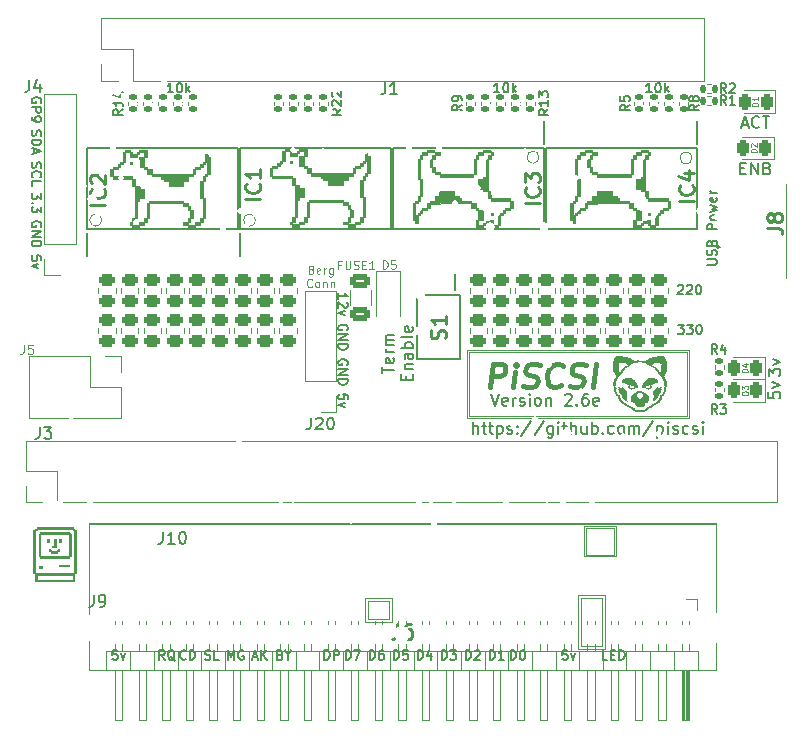
<source format=gbr>
%TF.GenerationSoftware,KiCad,Pcbnew,(6.0.5-0)*%
%TF.CreationDate,2023-01-22T17:25:31-06:00*%
%TF.ProjectId,piscsi,70697363-7369-42e6-9b69-6361645f7063,rev?*%
%TF.SameCoordinates,PX59d60c0PY325aa00*%
%TF.FileFunction,Legend,Top*%
%TF.FilePolarity,Positive*%
%FSLAX46Y46*%
G04 Gerber Fmt 4.6, Leading zero omitted, Abs format (unit mm)*
G04 Created by KiCad (PCBNEW (6.0.5-0)) date 2023-01-22 17:25:31*
%MOMM*%
%LPD*%
G01*
G04 APERTURE LIST*
G04 Aperture macros list*
%AMRoundRect*
0 Rectangle with rounded corners*
0 $1 Rounding radius*
0 $2 $3 $4 $5 $6 $7 $8 $9 X,Y pos of 4 corners*
0 Add a 4 corners polygon primitive as box body*
4,1,4,$2,$3,$4,$5,$6,$7,$8,$9,$2,$3,0*
0 Add four circle primitives for the rounded corners*
1,1,$1+$1,$2,$3*
1,1,$1+$1,$4,$5*
1,1,$1+$1,$6,$7*
1,1,$1+$1,$8,$9*
0 Add four rect primitives between the rounded corners*
20,1,$1+$1,$2,$3,$4,$5,0*
20,1,$1+$1,$4,$5,$6,$7,0*
20,1,$1+$1,$6,$7,$8,$9,0*
20,1,$1+$1,$8,$9,$2,$3,0*%
G04 Aperture macros list end*
%ADD10C,0.120000*%
%ADD11C,0.150000*%
%ADD12C,0.100000*%
%ADD13C,0.400000*%
%ADD14C,0.254000*%
%ADD15C,0.125000*%
%ADD16C,0.200000*%
%ADD17C,0.010000*%
%ADD18RoundRect,0.243750X0.243750X0.456250X-0.243750X0.456250X-0.243750X-0.456250X0.243750X-0.456250X0*%
%ADD19C,0.800000*%
%ADD20C,5.400000*%
%ADD21R,1.700000X1.700000*%
%ADD22O,1.700000X1.700000*%
%ADD23RoundRect,0.250000X-0.450000X0.262500X-0.450000X-0.262500X0.450000X-0.262500X0.450000X0.262500X0*%
%ADD24RoundRect,0.250000X-0.625000X0.375000X-0.625000X-0.375000X0.625000X-0.375000X0.625000X0.375000X0*%
%ADD25R,0.650000X1.950000*%
%ADD26RoundRect,0.135000X-0.135000X-0.185000X0.135000X-0.185000X0.135000X0.185000X-0.135000X0.185000X0*%
%ADD27RoundRect,0.135000X-0.185000X0.135000X-0.185000X-0.135000X0.185000X-0.135000X0.185000X0.135000X0*%
%ADD28RoundRect,0.250000X0.450000X-0.262500X0.450000X0.262500X-0.450000X0.262500X-0.450000X-0.262500X0*%
%ADD29R,0.750000X1.425000*%
%ADD30R,1.100000X1.100000*%
%ADD31C,1.545000*%
%ADD32C,4.845000*%
%ADD33C,0.650000*%
%ADD34R,1.400000X0.400000*%
%ADD35C,2.000000*%
%ADD36R,1.350000X1.350000*%
%ADD37O,1.350000X1.350000*%
%ADD38C,0.500000*%
G04 APERTURE END LIST*
D10*
X87350453Y-7652000D02*
G75*
G03*
X87350453Y-7652000I-511953J0D01*
G01*
X89950000Y6826000D02*
X87283000Y6826000D01*
X137324953Y-2381500D02*
G75*
G03*
X137324953Y-2381500I-511953J0D01*
G01*
X109594000Y-39672000D02*
X111880000Y-39672000D01*
X111880000Y-39672000D02*
X111880000Y-41704000D01*
X111880000Y-41704000D02*
X109594000Y-41704000D01*
X109594000Y-41704000D02*
X109594000Y-39672000D01*
X128177000Y-33560000D02*
X130844000Y-33560000D01*
X130844000Y-33560000D02*
X130844000Y-36100000D01*
X130844000Y-36100000D02*
X128177000Y-36100000D01*
X128177000Y-36100000D02*
X128177000Y-33560000D01*
X88680000Y4159000D02*
X87283000Y4159000D01*
X124370953Y-2318000D02*
G75*
G03*
X124370953Y-2318000I-511953J0D01*
G01*
X138337000Y4159000D02*
X89950000Y4159000D01*
X87283000Y9493000D02*
X138337000Y9493000D01*
X87283000Y4159000D02*
X87283000Y5556000D01*
X127882000Y-39672000D02*
X129660000Y-39672000D01*
X129660000Y-39672000D02*
X129660000Y-43736000D01*
X129660000Y-43736000D02*
X127882000Y-43736000D01*
X127882000Y-43736000D02*
X127882000Y-39672000D01*
X89950000Y4159000D02*
X89950000Y6826000D01*
X118470000Y-18820000D02*
X136870000Y-18820000D01*
X136870000Y-18820000D02*
X136870000Y-24220000D01*
X136870000Y-24220000D02*
X118470000Y-24220000D01*
X118470000Y-24220000D02*
X118470000Y-18820000D01*
X118270000Y-18620000D02*
X137070000Y-18620000D01*
X137070000Y-18620000D02*
X137070000Y-24420000D01*
X137070000Y-24420000D02*
X118270000Y-24420000D01*
X118270000Y-24420000D02*
X118270000Y-18620000D01*
X128304000Y-33687000D02*
X130717000Y-33687000D01*
X130717000Y-33687000D02*
X130717000Y-35973000D01*
X130717000Y-35973000D02*
X128304000Y-35973000D01*
X128304000Y-35973000D02*
X128304000Y-33687000D01*
X138337000Y9493000D02*
X138337000Y4159000D01*
X86267000Y-33306000D02*
X139353000Y-33306000D01*
X139353000Y-33306000D02*
X139353000Y-45752000D01*
X139353000Y-45752000D02*
X86267000Y-45752000D01*
X86267000Y-45752000D02*
X86267000Y-33306000D01*
X109848000Y-39926000D02*
X111626000Y-39926000D01*
X111626000Y-39926000D02*
X111626000Y-41450000D01*
X111626000Y-41450000D02*
X109848000Y-41450000D01*
X109848000Y-41450000D02*
X109848000Y-39926000D01*
X87283000Y6826000D02*
X87283000Y9493000D01*
X100367953Y-7652000D02*
G75*
G03*
X100367953Y-7652000I-511953J0D01*
G01*
X127628000Y-39418000D02*
X129914000Y-39418000D01*
X129914000Y-39418000D02*
X129914000Y-43990000D01*
X129914000Y-43990000D02*
X127628000Y-43990000D01*
X127628000Y-43990000D02*
X127628000Y-39418000D01*
D11*
X136131428Y-16501904D02*
X136626666Y-16501904D01*
X136360000Y-16806666D01*
X136474285Y-16806666D01*
X136550476Y-16844761D01*
X136588571Y-16882857D01*
X136626666Y-16959047D01*
X136626666Y-17149523D01*
X136588571Y-17225714D01*
X136550476Y-17263809D01*
X136474285Y-17301904D01*
X136245714Y-17301904D01*
X136169523Y-17263809D01*
X136131428Y-17225714D01*
X136893333Y-16501904D02*
X137388571Y-16501904D01*
X137121904Y-16806666D01*
X137236190Y-16806666D01*
X137312380Y-16844761D01*
X137350476Y-16882857D01*
X137388571Y-16959047D01*
X137388571Y-17149523D01*
X137350476Y-17225714D01*
X137312380Y-17263809D01*
X137236190Y-17301904D01*
X137007619Y-17301904D01*
X136931428Y-17263809D01*
X136893333Y-17225714D01*
X137883809Y-16501904D02*
X137960000Y-16501904D01*
X138036190Y-16540000D01*
X138074285Y-16578095D01*
X138112380Y-16654285D01*
X138150476Y-16806666D01*
X138150476Y-16997142D01*
X138112380Y-17149523D01*
X138074285Y-17225714D01*
X138036190Y-17263809D01*
X137960000Y-17301904D01*
X137883809Y-17301904D01*
X137807619Y-17263809D01*
X137769523Y-17225714D01*
X137731428Y-17149523D01*
X137693333Y-16997142D01*
X137693333Y-16806666D01*
X137731428Y-16654285D01*
X137769523Y-16578095D01*
X137807619Y-16540000D01*
X137883809Y-16501904D01*
X81447390Y-55439D02*
X81409295Y-169725D01*
X81409295Y-360201D01*
X81447390Y-436391D01*
X81485485Y-474487D01*
X81561676Y-512582D01*
X81637866Y-512582D01*
X81714057Y-474487D01*
X81752152Y-436391D01*
X81790247Y-360201D01*
X81828342Y-207820D01*
X81866438Y-131629D01*
X81904533Y-93534D01*
X81980723Y-55439D01*
X82056914Y-55439D01*
X82133104Y-93534D01*
X82171200Y-131629D01*
X82209295Y-207820D01*
X82209295Y-398296D01*
X82171200Y-512582D01*
X81409295Y-855439D02*
X82209295Y-855439D01*
X82209295Y-1045915D01*
X82171200Y-1160201D01*
X82095009Y-1236391D01*
X82018819Y-1274487D01*
X81866438Y-1312582D01*
X81752152Y-1312582D01*
X81599771Y-1274487D01*
X81523580Y-1236391D01*
X81447390Y-1160201D01*
X81409295Y-1045915D01*
X81409295Y-855439D01*
X81637866Y-1617344D02*
X81637866Y-1998296D01*
X81409295Y-1541153D02*
X82209295Y-1807820D01*
X81409295Y-2074487D01*
X81447390Y-2745165D02*
X81409295Y-2859450D01*
X81409295Y-3049926D01*
X81447390Y-3126117D01*
X81485485Y-3164212D01*
X81561676Y-3202307D01*
X81637866Y-3202307D01*
X81714057Y-3164212D01*
X81752152Y-3126117D01*
X81790247Y-3049926D01*
X81828342Y-2897546D01*
X81866438Y-2821355D01*
X81904533Y-2783260D01*
X81980723Y-2745165D01*
X82056914Y-2745165D01*
X82133104Y-2783260D01*
X82171200Y-2821355D01*
X82209295Y-2897546D01*
X82209295Y-3088022D01*
X82171200Y-3202307D01*
X81485485Y-4002307D02*
X81447390Y-3964212D01*
X81409295Y-3849926D01*
X81409295Y-3773736D01*
X81447390Y-3659450D01*
X81523580Y-3583260D01*
X81599771Y-3545165D01*
X81752152Y-3507069D01*
X81866438Y-3507069D01*
X82018819Y-3545165D01*
X82095009Y-3583260D01*
X82171200Y-3659450D01*
X82209295Y-3773736D01*
X82209295Y-3849926D01*
X82171200Y-3964212D01*
X82133104Y-4002307D01*
X81409295Y-4726117D02*
X81409295Y-4345165D01*
X82209295Y-4345165D01*
X133923809Y3162096D02*
X133466666Y3162096D01*
X133695238Y3162096D02*
X133695238Y3962096D01*
X133619047Y3847810D01*
X133542857Y3771620D01*
X133466666Y3733524D01*
X134419047Y3962096D02*
X134495238Y3962096D01*
X134571428Y3924000D01*
X134609523Y3885905D01*
X134647619Y3809715D01*
X134685714Y3657334D01*
X134685714Y3466858D01*
X134647619Y3314477D01*
X134609523Y3238286D01*
X134571428Y3200191D01*
X134495238Y3162096D01*
X134419047Y3162096D01*
X134342857Y3200191D01*
X134304761Y3238286D01*
X134266666Y3314477D01*
X134228571Y3466858D01*
X134228571Y3657334D01*
X134266666Y3809715D01*
X134304761Y3885905D01*
X134342857Y3924000D01*
X134419047Y3962096D01*
X135028571Y3162096D02*
X135028571Y3962096D01*
X135104761Y3466858D02*
X135333333Y3162096D01*
X135333333Y3695429D02*
X135028571Y3390667D01*
X143812380Y-20844285D02*
X143812380Y-20225238D01*
X144193333Y-20558571D01*
X144193333Y-20415714D01*
X144240952Y-20320476D01*
X144288571Y-20272857D01*
X144383809Y-20225238D01*
X144621904Y-20225238D01*
X144717142Y-20272857D01*
X144764761Y-20320476D01*
X144812380Y-20415714D01*
X144812380Y-20701428D01*
X144764761Y-20796666D01*
X144717142Y-20844285D01*
X144145714Y-19891904D02*
X144812380Y-19653809D01*
X144145714Y-19415714D01*
X118771904Y-25732380D02*
X118771904Y-24732380D01*
X119200476Y-25732380D02*
X119200476Y-25208571D01*
X119152857Y-25113333D01*
X119057619Y-25065714D01*
X118914761Y-25065714D01*
X118819523Y-25113333D01*
X118771904Y-25160952D01*
X119533809Y-25065714D02*
X119914761Y-25065714D01*
X119676666Y-24732380D02*
X119676666Y-25589523D01*
X119724285Y-25684761D01*
X119819523Y-25732380D01*
X119914761Y-25732380D01*
X120105238Y-25065714D02*
X120486190Y-25065714D01*
X120248095Y-24732380D02*
X120248095Y-25589523D01*
X120295714Y-25684761D01*
X120390952Y-25732380D01*
X120486190Y-25732380D01*
X120819523Y-25065714D02*
X120819523Y-26065714D01*
X120819523Y-25113333D02*
X120914761Y-25065714D01*
X121105238Y-25065714D01*
X121200476Y-25113333D01*
X121248095Y-25160952D01*
X121295714Y-25256190D01*
X121295714Y-25541904D01*
X121248095Y-25637142D01*
X121200476Y-25684761D01*
X121105238Y-25732380D01*
X120914761Y-25732380D01*
X120819523Y-25684761D01*
X121676666Y-25684761D02*
X121771904Y-25732380D01*
X121962380Y-25732380D01*
X122057619Y-25684761D01*
X122105238Y-25589523D01*
X122105238Y-25541904D01*
X122057619Y-25446666D01*
X121962380Y-25399047D01*
X121819523Y-25399047D01*
X121724285Y-25351428D01*
X121676666Y-25256190D01*
X121676666Y-25208571D01*
X121724285Y-25113333D01*
X121819523Y-25065714D01*
X121962380Y-25065714D01*
X122057619Y-25113333D01*
X122533809Y-25637142D02*
X122581428Y-25684761D01*
X122533809Y-25732380D01*
X122486190Y-25684761D01*
X122533809Y-25637142D01*
X122533809Y-25732380D01*
X122533809Y-25113333D02*
X122581428Y-25160952D01*
X122533809Y-25208571D01*
X122486190Y-25160952D01*
X122533809Y-25113333D01*
X122533809Y-25208571D01*
X123724285Y-24684761D02*
X122867142Y-25970476D01*
X124771904Y-24684761D02*
X123914761Y-25970476D01*
X125533809Y-25065714D02*
X125533809Y-25875238D01*
X125486190Y-25970476D01*
X125438571Y-26018095D01*
X125343333Y-26065714D01*
X125200476Y-26065714D01*
X125105238Y-26018095D01*
X125533809Y-25684761D02*
X125438571Y-25732380D01*
X125248095Y-25732380D01*
X125152857Y-25684761D01*
X125105238Y-25637142D01*
X125057619Y-25541904D01*
X125057619Y-25256190D01*
X125105238Y-25160952D01*
X125152857Y-25113333D01*
X125248095Y-25065714D01*
X125438571Y-25065714D01*
X125533809Y-25113333D01*
X126010000Y-25732380D02*
X126010000Y-25065714D01*
X126010000Y-24732380D02*
X125962380Y-24780000D01*
X126010000Y-24827619D01*
X126057619Y-24780000D01*
X126010000Y-24732380D01*
X126010000Y-24827619D01*
X126343333Y-25065714D02*
X126724285Y-25065714D01*
X126486190Y-24732380D02*
X126486190Y-25589523D01*
X126533809Y-25684761D01*
X126629047Y-25732380D01*
X126724285Y-25732380D01*
X127057619Y-25732380D02*
X127057619Y-24732380D01*
X127486190Y-25732380D02*
X127486190Y-25208571D01*
X127438571Y-25113333D01*
X127343333Y-25065714D01*
X127200476Y-25065714D01*
X127105238Y-25113333D01*
X127057619Y-25160952D01*
X128390952Y-25065714D02*
X128390952Y-25732380D01*
X127962380Y-25065714D02*
X127962380Y-25589523D01*
X128010000Y-25684761D01*
X128105238Y-25732380D01*
X128248095Y-25732380D01*
X128343333Y-25684761D01*
X128390952Y-25637142D01*
X128867142Y-25732380D02*
X128867142Y-24732380D01*
X128867142Y-25113333D02*
X128962380Y-25065714D01*
X129152857Y-25065714D01*
X129248095Y-25113333D01*
X129295714Y-25160952D01*
X129343333Y-25256190D01*
X129343333Y-25541904D01*
X129295714Y-25637142D01*
X129248095Y-25684761D01*
X129152857Y-25732380D01*
X128962380Y-25732380D01*
X128867142Y-25684761D01*
X129771904Y-25637142D02*
X129819523Y-25684761D01*
X129771904Y-25732380D01*
X129724285Y-25684761D01*
X129771904Y-25637142D01*
X129771904Y-25732380D01*
X130676666Y-25684761D02*
X130581428Y-25732380D01*
X130390952Y-25732380D01*
X130295714Y-25684761D01*
X130248095Y-25637142D01*
X130200476Y-25541904D01*
X130200476Y-25256190D01*
X130248095Y-25160952D01*
X130295714Y-25113333D01*
X130390952Y-25065714D01*
X130581428Y-25065714D01*
X130676666Y-25113333D01*
X131248095Y-25732380D02*
X131152857Y-25684761D01*
X131105238Y-25637142D01*
X131057619Y-25541904D01*
X131057619Y-25256190D01*
X131105238Y-25160952D01*
X131152857Y-25113333D01*
X131248095Y-25065714D01*
X131390952Y-25065714D01*
X131486190Y-25113333D01*
X131533809Y-25160952D01*
X131581428Y-25256190D01*
X131581428Y-25541904D01*
X131533809Y-25637142D01*
X131486190Y-25684761D01*
X131390952Y-25732380D01*
X131248095Y-25732380D01*
X132010000Y-25732380D02*
X132010000Y-25065714D01*
X132010000Y-25160952D02*
X132057619Y-25113333D01*
X132152857Y-25065714D01*
X132295714Y-25065714D01*
X132390952Y-25113333D01*
X132438571Y-25208571D01*
X132438571Y-25732380D01*
X132438571Y-25208571D02*
X132486190Y-25113333D01*
X132581428Y-25065714D01*
X132724285Y-25065714D01*
X132819523Y-25113333D01*
X132867142Y-25208571D01*
X132867142Y-25732380D01*
X134057619Y-24684761D02*
X133200476Y-25970476D01*
X134390952Y-25065714D02*
X134390952Y-26065714D01*
X134390952Y-25113333D02*
X134486190Y-25065714D01*
X134676666Y-25065714D01*
X134771904Y-25113333D01*
X134819523Y-25160952D01*
X134867142Y-25256190D01*
X134867142Y-25541904D01*
X134819523Y-25637142D01*
X134771904Y-25684761D01*
X134676666Y-25732380D01*
X134486190Y-25732380D01*
X134390952Y-25684761D01*
X135295714Y-25732380D02*
X135295714Y-25065714D01*
X135295714Y-24732380D02*
X135248095Y-24780000D01*
X135295714Y-24827619D01*
X135343333Y-24780000D01*
X135295714Y-24732380D01*
X135295714Y-24827619D01*
X135724285Y-25684761D02*
X135819523Y-25732380D01*
X136010000Y-25732380D01*
X136105238Y-25684761D01*
X136152857Y-25589523D01*
X136152857Y-25541904D01*
X136105238Y-25446666D01*
X136010000Y-25399047D01*
X135867142Y-25399047D01*
X135771904Y-25351428D01*
X135724285Y-25256190D01*
X135724285Y-25208571D01*
X135771904Y-25113333D01*
X135867142Y-25065714D01*
X136010000Y-25065714D01*
X136105238Y-25113333D01*
X137010000Y-25684761D02*
X136914761Y-25732380D01*
X136724285Y-25732380D01*
X136629047Y-25684761D01*
X136581428Y-25637142D01*
X136533809Y-25541904D01*
X136533809Y-25256190D01*
X136581428Y-25160952D01*
X136629047Y-25113333D01*
X136724285Y-25065714D01*
X136914761Y-25065714D01*
X137010000Y-25113333D01*
X137390952Y-25684761D02*
X137486190Y-25732380D01*
X137676666Y-25732380D01*
X137771904Y-25684761D01*
X137819523Y-25589523D01*
X137819523Y-25541904D01*
X137771904Y-25446666D01*
X137676666Y-25399047D01*
X137533809Y-25399047D01*
X137438571Y-25351428D01*
X137390952Y-25256190D01*
X137390952Y-25208571D01*
X137438571Y-25113333D01*
X137533809Y-25065714D01*
X137676666Y-25065714D01*
X137771904Y-25113333D01*
X138248095Y-25732380D02*
X138248095Y-25065714D01*
X138248095Y-24732380D02*
X138200476Y-24780000D01*
X138248095Y-24827619D01*
X138295714Y-24780000D01*
X138248095Y-24732380D01*
X138248095Y-24827619D01*
X141535952Y436334D02*
X142012142Y436334D01*
X141440714Y150620D02*
X141774047Y1150620D01*
X142107380Y150620D01*
X143012142Y245858D02*
X142964523Y198239D01*
X142821666Y150620D01*
X142726428Y150620D01*
X142583571Y198239D01*
X142488333Y293477D01*
X142440714Y388715D01*
X142393095Y579191D01*
X142393095Y722048D01*
X142440714Y912524D01*
X142488333Y1007762D01*
X142583571Y1103000D01*
X142726428Y1150620D01*
X142821666Y1150620D01*
X142964523Y1103000D01*
X143012142Y1055381D01*
X143297857Y1150620D02*
X143869285Y1150620D01*
X143583571Y150620D02*
X143583571Y1150620D01*
X141416904Y-3262571D02*
X141750238Y-3262571D01*
X141893095Y-3786380D02*
X141416904Y-3786380D01*
X141416904Y-2786380D01*
X141893095Y-2786380D01*
X142321666Y-3786380D02*
X142321666Y-2786380D01*
X142893095Y-3786380D01*
X142893095Y-2786380D01*
X143702619Y-3262571D02*
X143845476Y-3310190D01*
X143893095Y-3357809D01*
X143940714Y-3453047D01*
X143940714Y-3595904D01*
X143893095Y-3691142D01*
X143845476Y-3738761D01*
X143750238Y-3786380D01*
X143369285Y-3786380D01*
X143369285Y-2786380D01*
X143702619Y-2786380D01*
X143797857Y-2834000D01*
X143845476Y-2881619D01*
X143893095Y-2976857D01*
X143893095Y-3072095D01*
X143845476Y-3167333D01*
X143797857Y-3214952D01*
X143702619Y-3262571D01*
X143369285Y-3262571D01*
X111333666Y4008120D02*
X111333666Y3293834D01*
X111286047Y3150977D01*
X111190809Y3055739D01*
X111047952Y3008120D01*
X110952714Y3008120D01*
X112333666Y3008120D02*
X111762238Y3008120D01*
X112047952Y3008120D02*
X112047952Y4008120D01*
X111952714Y3865262D01*
X111857476Y3770024D01*
X111762238Y3722405D01*
X138597404Y-11436214D02*
X139245023Y-11436214D01*
X139321214Y-11398119D01*
X139359309Y-11360023D01*
X139397404Y-11283833D01*
X139397404Y-11131452D01*
X139359309Y-11055261D01*
X139321214Y-11017166D01*
X139245023Y-10979071D01*
X138597404Y-10979071D01*
X139359309Y-10636214D02*
X139397404Y-10521928D01*
X139397404Y-10331452D01*
X139359309Y-10255261D01*
X139321214Y-10217166D01*
X139245023Y-10179071D01*
X139168833Y-10179071D01*
X139092642Y-10217166D01*
X139054547Y-10255261D01*
X139016452Y-10331452D01*
X138978357Y-10483833D01*
X138940261Y-10560023D01*
X138902166Y-10598119D01*
X138825976Y-10636214D01*
X138749785Y-10636214D01*
X138673595Y-10598119D01*
X138635500Y-10560023D01*
X138597404Y-10483833D01*
X138597404Y-10293357D01*
X138635500Y-10179071D01*
X138978357Y-9569547D02*
X139016452Y-9455261D01*
X139054547Y-9417166D01*
X139130738Y-9379071D01*
X139245023Y-9379071D01*
X139321214Y-9417166D01*
X139359309Y-9455261D01*
X139397404Y-9531452D01*
X139397404Y-9836214D01*
X138597404Y-9836214D01*
X138597404Y-9569547D01*
X138635500Y-9493357D01*
X138673595Y-9455261D01*
X138749785Y-9417166D01*
X138825976Y-9417166D01*
X138902166Y-9455261D01*
X138940261Y-9493357D01*
X138978357Y-9569547D01*
X138978357Y-9836214D01*
X139397404Y-8426690D02*
X138597404Y-8426690D01*
X138597404Y-8121928D01*
X138635500Y-8045738D01*
X138673595Y-8007642D01*
X138749785Y-7969547D01*
X138864071Y-7969547D01*
X138940261Y-8007642D01*
X138978357Y-8045738D01*
X139016452Y-8121928D01*
X139016452Y-8426690D01*
X139397404Y-7512404D02*
X139359309Y-7588595D01*
X139321214Y-7626690D01*
X139245023Y-7664785D01*
X139016452Y-7664785D01*
X138940261Y-7626690D01*
X138902166Y-7588595D01*
X138864071Y-7512404D01*
X138864071Y-7398119D01*
X138902166Y-7321928D01*
X138940261Y-7283833D01*
X139016452Y-7245738D01*
X139245023Y-7245738D01*
X139321214Y-7283833D01*
X139359309Y-7321928D01*
X139397404Y-7398119D01*
X139397404Y-7512404D01*
X138864071Y-6979071D02*
X139397404Y-6826690D01*
X139016452Y-6674309D01*
X139397404Y-6521928D01*
X138864071Y-6369547D01*
X139359309Y-5760023D02*
X139397404Y-5836214D01*
X139397404Y-5988595D01*
X139359309Y-6064785D01*
X139283119Y-6102880D01*
X138978357Y-6102880D01*
X138902166Y-6064785D01*
X138864071Y-5988595D01*
X138864071Y-5836214D01*
X138902166Y-5760023D01*
X138978357Y-5721928D01*
X139054547Y-5721928D01*
X139130738Y-6102880D01*
X139397404Y-5379071D02*
X138864071Y-5379071D01*
X139016452Y-5379071D02*
X138940261Y-5340976D01*
X138902166Y-5302880D01*
X138864071Y-5226690D01*
X138864071Y-5150500D01*
X96087619Y-44821809D02*
X96201904Y-44859904D01*
X96392380Y-44859904D01*
X96468571Y-44821809D01*
X96506666Y-44783714D01*
X96544761Y-44707523D01*
X96544761Y-44631333D01*
X96506666Y-44555142D01*
X96468571Y-44517047D01*
X96392380Y-44478952D01*
X96240000Y-44440857D01*
X96163809Y-44402761D01*
X96125714Y-44364666D01*
X96087619Y-44288476D01*
X96087619Y-44212285D01*
X96125714Y-44136095D01*
X96163809Y-44098000D01*
X96240000Y-44059904D01*
X96430476Y-44059904D01*
X96544761Y-44098000D01*
X97268571Y-44859904D02*
X96887619Y-44859904D01*
X96887619Y-44059904D01*
X92658571Y-44859904D02*
X92391904Y-44478952D01*
X92201428Y-44859904D02*
X92201428Y-44059904D01*
X92506190Y-44059904D01*
X92582380Y-44098000D01*
X92620476Y-44136095D01*
X92658571Y-44212285D01*
X92658571Y-44326571D01*
X92620476Y-44402761D01*
X92582380Y-44440857D01*
X92506190Y-44478952D01*
X92201428Y-44478952D01*
X93534761Y-44936095D02*
X93458571Y-44898000D01*
X93382380Y-44821809D01*
X93268095Y-44707523D01*
X93191904Y-44669428D01*
X93115714Y-44669428D01*
X93153809Y-44859904D02*
X93077619Y-44821809D01*
X93001428Y-44745619D01*
X92963333Y-44593238D01*
X92963333Y-44326571D01*
X93001428Y-44174190D01*
X93077619Y-44098000D01*
X93153809Y-44059904D01*
X93306190Y-44059904D01*
X93382380Y-44098000D01*
X93458571Y-44174190D01*
X93496666Y-44326571D01*
X93496666Y-44593238D01*
X93458571Y-44745619D01*
X93382380Y-44821809D01*
X93306190Y-44859904D01*
X93153809Y-44859904D01*
X94455619Y-44783714D02*
X94417523Y-44821809D01*
X94303238Y-44859904D01*
X94227047Y-44859904D01*
X94112761Y-44821809D01*
X94036571Y-44745619D01*
X93998476Y-44669428D01*
X93960380Y-44517047D01*
X93960380Y-44402761D01*
X93998476Y-44250380D01*
X94036571Y-44174190D01*
X94112761Y-44098000D01*
X94227047Y-44059904D01*
X94303238Y-44059904D01*
X94417523Y-44098000D01*
X94455619Y-44136095D01*
X94798476Y-44859904D02*
X94798476Y-44059904D01*
X94988952Y-44059904D01*
X95103238Y-44098000D01*
X95179428Y-44174190D01*
X95217523Y-44250380D01*
X95255619Y-44402761D01*
X95255619Y-44517047D01*
X95217523Y-44669428D01*
X95179428Y-44745619D01*
X95103238Y-44821809D01*
X94988952Y-44859904D01*
X94798476Y-44859904D01*
X88651714Y-44059904D02*
X88270761Y-44059904D01*
X88232666Y-44440857D01*
X88270761Y-44402761D01*
X88346952Y-44364666D01*
X88537428Y-44364666D01*
X88613619Y-44402761D01*
X88651714Y-44440857D01*
X88689809Y-44517047D01*
X88689809Y-44707523D01*
X88651714Y-44783714D01*
X88613619Y-44821809D01*
X88537428Y-44859904D01*
X88346952Y-44859904D01*
X88270761Y-44821809D01*
X88232666Y-44783714D01*
X88956476Y-44326571D02*
X89146952Y-44859904D01*
X89337428Y-44326571D01*
X98005333Y-44859904D02*
X98005333Y-44059904D01*
X98272000Y-44631333D01*
X98538666Y-44059904D01*
X98538666Y-44859904D01*
X99338666Y-44098000D02*
X99262476Y-44059904D01*
X99148190Y-44059904D01*
X99033904Y-44098000D01*
X98957714Y-44174190D01*
X98919619Y-44250380D01*
X98881523Y-44402761D01*
X98881523Y-44517047D01*
X98919619Y-44669428D01*
X98957714Y-44745619D01*
X99033904Y-44821809D01*
X99148190Y-44859904D01*
X99224380Y-44859904D01*
X99338666Y-44821809D01*
X99376761Y-44783714D01*
X99376761Y-44517047D01*
X99224380Y-44517047D01*
X126751714Y-44059904D02*
X126370761Y-44059904D01*
X126332666Y-44440857D01*
X126370761Y-44402761D01*
X126446952Y-44364666D01*
X126637428Y-44364666D01*
X126713619Y-44402761D01*
X126751714Y-44440857D01*
X126789809Y-44517047D01*
X126789809Y-44707523D01*
X126751714Y-44783714D01*
X126713619Y-44821809D01*
X126637428Y-44859904D01*
X126446952Y-44859904D01*
X126370761Y-44821809D01*
X126332666Y-44783714D01*
X127056476Y-44326571D02*
X127246952Y-44859904D01*
X127437428Y-44326571D01*
X100113523Y-44631333D02*
X100494476Y-44631333D01*
X100037333Y-44859904D02*
X100304000Y-44059904D01*
X100570666Y-44859904D01*
X100837333Y-44859904D02*
X100837333Y-44059904D01*
X101294476Y-44859904D02*
X100951619Y-44402761D01*
X101294476Y-44059904D02*
X100837333Y-44517047D01*
X102450285Y-44440857D02*
X102564571Y-44478952D01*
X102602666Y-44517047D01*
X102640761Y-44593238D01*
X102640761Y-44707523D01*
X102602666Y-44783714D01*
X102564571Y-44821809D01*
X102488380Y-44859904D01*
X102183619Y-44859904D01*
X102183619Y-44059904D01*
X102450285Y-44059904D01*
X102526476Y-44098000D01*
X102564571Y-44136095D01*
X102602666Y-44212285D01*
X102602666Y-44288476D01*
X102564571Y-44364666D01*
X102526476Y-44402761D01*
X102450285Y-44440857D01*
X102183619Y-44440857D01*
X103136000Y-44478952D02*
X103136000Y-44859904D01*
X102869333Y-44059904D02*
X103136000Y-44478952D01*
X103402666Y-44059904D01*
X110019523Y-44859904D02*
X110019523Y-44059904D01*
X110210000Y-44059904D01*
X110324285Y-44098000D01*
X110400476Y-44174190D01*
X110438571Y-44250380D01*
X110476666Y-44402761D01*
X110476666Y-44517047D01*
X110438571Y-44669428D01*
X110400476Y-44745619D01*
X110324285Y-44821809D01*
X110210000Y-44859904D01*
X110019523Y-44859904D01*
X111162380Y-44059904D02*
X111010000Y-44059904D01*
X110933809Y-44098000D01*
X110895714Y-44136095D01*
X110819523Y-44250380D01*
X110781428Y-44402761D01*
X110781428Y-44707523D01*
X110819523Y-44783714D01*
X110857619Y-44821809D01*
X110933809Y-44859904D01*
X111086190Y-44859904D01*
X111162380Y-44821809D01*
X111200476Y-44783714D01*
X111238571Y-44707523D01*
X111238571Y-44517047D01*
X111200476Y-44440857D01*
X111162380Y-44402761D01*
X111086190Y-44364666D01*
X110933809Y-44364666D01*
X110857619Y-44402761D01*
X110819523Y-44440857D01*
X110781428Y-44517047D01*
X107987523Y-44859904D02*
X107987523Y-44059904D01*
X108178000Y-44059904D01*
X108292285Y-44098000D01*
X108368476Y-44174190D01*
X108406571Y-44250380D01*
X108444666Y-44402761D01*
X108444666Y-44517047D01*
X108406571Y-44669428D01*
X108368476Y-44745619D01*
X108292285Y-44821809D01*
X108178000Y-44859904D01*
X107987523Y-44859904D01*
X108711333Y-44059904D02*
X109244666Y-44059904D01*
X108901809Y-44859904D01*
X114083523Y-44859904D02*
X114083523Y-44059904D01*
X114274000Y-44059904D01*
X114388285Y-44098000D01*
X114464476Y-44174190D01*
X114502571Y-44250380D01*
X114540666Y-44402761D01*
X114540666Y-44517047D01*
X114502571Y-44669428D01*
X114464476Y-44745619D01*
X114388285Y-44821809D01*
X114274000Y-44859904D01*
X114083523Y-44859904D01*
X115226380Y-44326571D02*
X115226380Y-44859904D01*
X115035904Y-44021809D02*
X114845428Y-44593238D01*
X115340666Y-44593238D01*
X116115523Y-44859904D02*
X116115523Y-44059904D01*
X116306000Y-44059904D01*
X116420285Y-44098000D01*
X116496476Y-44174190D01*
X116534571Y-44250380D01*
X116572666Y-44402761D01*
X116572666Y-44517047D01*
X116534571Y-44669428D01*
X116496476Y-44745619D01*
X116420285Y-44821809D01*
X116306000Y-44859904D01*
X116115523Y-44859904D01*
X116839333Y-44059904D02*
X117334571Y-44059904D01*
X117067904Y-44364666D01*
X117182190Y-44364666D01*
X117258380Y-44402761D01*
X117296476Y-44440857D01*
X117334571Y-44517047D01*
X117334571Y-44707523D01*
X117296476Y-44783714D01*
X117258380Y-44821809D01*
X117182190Y-44859904D01*
X116953619Y-44859904D01*
X116877428Y-44821809D01*
X116839333Y-44783714D01*
X118147523Y-44859904D02*
X118147523Y-44059904D01*
X118338000Y-44059904D01*
X118452285Y-44098000D01*
X118528476Y-44174190D01*
X118566571Y-44250380D01*
X118604666Y-44402761D01*
X118604666Y-44517047D01*
X118566571Y-44669428D01*
X118528476Y-44745619D01*
X118452285Y-44821809D01*
X118338000Y-44859904D01*
X118147523Y-44859904D01*
X118909428Y-44136095D02*
X118947523Y-44098000D01*
X119023714Y-44059904D01*
X119214190Y-44059904D01*
X119290380Y-44098000D01*
X119328476Y-44136095D01*
X119366571Y-44212285D01*
X119366571Y-44288476D01*
X119328476Y-44402761D01*
X118871333Y-44859904D01*
X119366571Y-44859904D01*
X121957523Y-44859904D02*
X121957523Y-44059904D01*
X122148000Y-44059904D01*
X122262285Y-44098000D01*
X122338476Y-44174190D01*
X122376571Y-44250380D01*
X122414666Y-44402761D01*
X122414666Y-44517047D01*
X122376571Y-44669428D01*
X122338476Y-44745619D01*
X122262285Y-44821809D01*
X122148000Y-44859904D01*
X121957523Y-44859904D01*
X122909904Y-44059904D02*
X122986095Y-44059904D01*
X123062285Y-44098000D01*
X123100380Y-44136095D01*
X123138476Y-44212285D01*
X123176571Y-44364666D01*
X123176571Y-44555142D01*
X123138476Y-44707523D01*
X123100380Y-44783714D01*
X123062285Y-44821809D01*
X122986095Y-44859904D01*
X122909904Y-44859904D01*
X122833714Y-44821809D01*
X122795619Y-44783714D01*
X122757523Y-44707523D01*
X122719428Y-44555142D01*
X122719428Y-44364666D01*
X122757523Y-44212285D01*
X122795619Y-44136095D01*
X122833714Y-44098000D01*
X122909904Y-44059904D01*
X120179523Y-44859904D02*
X120179523Y-44059904D01*
X120370000Y-44059904D01*
X120484285Y-44098000D01*
X120560476Y-44174190D01*
X120598571Y-44250380D01*
X120636666Y-44402761D01*
X120636666Y-44517047D01*
X120598571Y-44669428D01*
X120560476Y-44745619D01*
X120484285Y-44821809D01*
X120370000Y-44859904D01*
X120179523Y-44859904D01*
X121398571Y-44859904D02*
X120941428Y-44859904D01*
X121170000Y-44859904D02*
X121170000Y-44059904D01*
X121093809Y-44174190D01*
X121017619Y-44250380D01*
X120941428Y-44288476D01*
X112051523Y-44859904D02*
X112051523Y-44059904D01*
X112242000Y-44059904D01*
X112356285Y-44098000D01*
X112432476Y-44174190D01*
X112470571Y-44250380D01*
X112508666Y-44402761D01*
X112508666Y-44517047D01*
X112470571Y-44669428D01*
X112432476Y-44745619D01*
X112356285Y-44821809D01*
X112242000Y-44859904D01*
X112051523Y-44859904D01*
X113232476Y-44059904D02*
X112851523Y-44059904D01*
X112813428Y-44440857D01*
X112851523Y-44402761D01*
X112927714Y-44364666D01*
X113118190Y-44364666D01*
X113194380Y-44402761D01*
X113232476Y-44440857D01*
X113270571Y-44517047D01*
X113270571Y-44707523D01*
X113232476Y-44783714D01*
X113194380Y-44821809D01*
X113118190Y-44859904D01*
X112927714Y-44859904D01*
X112851523Y-44821809D01*
X112813428Y-44783714D01*
X106190476Y-44859904D02*
X106190476Y-44059904D01*
X106380952Y-44059904D01*
X106495238Y-44098000D01*
X106571428Y-44174190D01*
X106609523Y-44250380D01*
X106647619Y-44402761D01*
X106647619Y-44517047D01*
X106609523Y-44669428D01*
X106571428Y-44745619D01*
X106495238Y-44821809D01*
X106380952Y-44859904D01*
X106190476Y-44859904D01*
X106990476Y-44859904D02*
X106990476Y-44059904D01*
X107295238Y-44059904D01*
X107371428Y-44098000D01*
X107409523Y-44136095D01*
X107447619Y-44212285D01*
X107447619Y-44326571D01*
X107409523Y-44402761D01*
X107371428Y-44440857D01*
X107295238Y-44478952D01*
X106990476Y-44478952D01*
X130161714Y-44859904D02*
X129780761Y-44859904D01*
X129780761Y-44059904D01*
X130428380Y-44440857D02*
X130695047Y-44440857D01*
X130809333Y-44859904D02*
X130428380Y-44859904D01*
X130428380Y-44059904D01*
X130809333Y-44059904D01*
X131152190Y-44859904D02*
X131152190Y-44059904D01*
X131342666Y-44059904D01*
X131456952Y-44098000D01*
X131533142Y-44174190D01*
X131571238Y-44250380D01*
X131609333Y-44402761D01*
X131609333Y-44517047D01*
X131571238Y-44669428D01*
X131533142Y-44745619D01*
X131456952Y-44821809D01*
X131342666Y-44859904D01*
X131152190Y-44859904D01*
X92528476Y-34044380D02*
X92528476Y-34758666D01*
X92480857Y-34901523D01*
X92385619Y-34996761D01*
X92242761Y-35044380D01*
X92147523Y-35044380D01*
X93528476Y-35044380D02*
X92957047Y-35044380D01*
X93242761Y-35044380D02*
X93242761Y-34044380D01*
X93147523Y-34187238D01*
X93052285Y-34282476D01*
X92957047Y-34330095D01*
X94147523Y-34044380D02*
X94242761Y-34044380D01*
X94338000Y-34092000D01*
X94385619Y-34139619D01*
X94433238Y-34234857D01*
X94480857Y-34425333D01*
X94480857Y-34663428D01*
X94433238Y-34853904D01*
X94385619Y-34949142D01*
X94338000Y-34996761D01*
X94242761Y-35044380D01*
X94147523Y-35044380D01*
X94052285Y-34996761D01*
X94004666Y-34949142D01*
X93957047Y-34853904D01*
X93909428Y-34663428D01*
X93909428Y-34425333D01*
X93957047Y-34234857D01*
X94004666Y-34139619D01*
X94052285Y-34092000D01*
X94147523Y-34044380D01*
D12*
X105096666Y-11826500D02*
X105196666Y-11859833D01*
X105230000Y-11893166D01*
X105263333Y-11959833D01*
X105263333Y-12059833D01*
X105230000Y-12126500D01*
X105196666Y-12159833D01*
X105130000Y-12193166D01*
X104863333Y-12193166D01*
X104863333Y-11493166D01*
X105096666Y-11493166D01*
X105163333Y-11526500D01*
X105196666Y-11559833D01*
X105230000Y-11626500D01*
X105230000Y-11693166D01*
X105196666Y-11759833D01*
X105163333Y-11793166D01*
X105096666Y-11826500D01*
X104863333Y-11826500D01*
X105830000Y-12159833D02*
X105763333Y-12193166D01*
X105630000Y-12193166D01*
X105563333Y-12159833D01*
X105530000Y-12093166D01*
X105530000Y-11826500D01*
X105563333Y-11759833D01*
X105630000Y-11726500D01*
X105763333Y-11726500D01*
X105830000Y-11759833D01*
X105863333Y-11826500D01*
X105863333Y-11893166D01*
X105530000Y-11959833D01*
X106163333Y-12193166D02*
X106163333Y-11726500D01*
X106163333Y-11859833D02*
X106196666Y-11793166D01*
X106230000Y-11759833D01*
X106296666Y-11726500D01*
X106363333Y-11726500D01*
X106896666Y-11726500D02*
X106896666Y-12293166D01*
X106863333Y-12359833D01*
X106830000Y-12393166D01*
X106763333Y-12426500D01*
X106663333Y-12426500D01*
X106596666Y-12393166D01*
X106896666Y-12159833D02*
X106830000Y-12193166D01*
X106696666Y-12193166D01*
X106630000Y-12159833D01*
X106596666Y-12126500D01*
X106563333Y-12059833D01*
X106563333Y-11859833D01*
X106596666Y-11793166D01*
X106630000Y-11759833D01*
X106696666Y-11726500D01*
X106830000Y-11726500D01*
X106896666Y-11759833D01*
X105146666Y-13253500D02*
X105113333Y-13286833D01*
X105013333Y-13320166D01*
X104946666Y-13320166D01*
X104846666Y-13286833D01*
X104780000Y-13220166D01*
X104746666Y-13153500D01*
X104713333Y-13020166D01*
X104713333Y-12920166D01*
X104746666Y-12786833D01*
X104780000Y-12720166D01*
X104846666Y-12653500D01*
X104946666Y-12620166D01*
X105013333Y-12620166D01*
X105113333Y-12653500D01*
X105146666Y-12686833D01*
X105546666Y-13320166D02*
X105480000Y-13286833D01*
X105446666Y-13253500D01*
X105413333Y-13186833D01*
X105413333Y-12986833D01*
X105446666Y-12920166D01*
X105480000Y-12886833D01*
X105546666Y-12853500D01*
X105646666Y-12853500D01*
X105713333Y-12886833D01*
X105746666Y-12920166D01*
X105780000Y-12986833D01*
X105780000Y-13186833D01*
X105746666Y-13253500D01*
X105713333Y-13286833D01*
X105646666Y-13320166D01*
X105546666Y-13320166D01*
X106080000Y-12853500D02*
X106080000Y-13320166D01*
X106080000Y-12920166D02*
X106113333Y-12886833D01*
X106180000Y-12853500D01*
X106280000Y-12853500D01*
X106346666Y-12886833D01*
X106380000Y-12953500D01*
X106380000Y-13320166D01*
X106713333Y-12853500D02*
X106713333Y-13320166D01*
X106713333Y-12920166D02*
X106746666Y-12886833D01*
X106813333Y-12853500D01*
X106913333Y-12853500D01*
X106980000Y-12886833D01*
X107013333Y-12953500D01*
X107013333Y-13320166D01*
D11*
X82209295Y-5358699D02*
X82209295Y-5853937D01*
X81904533Y-5587271D01*
X81904533Y-5701556D01*
X81866438Y-5777747D01*
X81828342Y-5815842D01*
X81752152Y-5853937D01*
X81561676Y-5853937D01*
X81485485Y-5815842D01*
X81447390Y-5777747D01*
X81409295Y-5701556D01*
X81409295Y-5472985D01*
X81447390Y-5396795D01*
X81485485Y-5358699D01*
X81485485Y-6196795D02*
X81447390Y-6234890D01*
X81409295Y-6196795D01*
X81447390Y-6158699D01*
X81485485Y-6196795D01*
X81409295Y-6196795D01*
X82209295Y-6501556D02*
X82209295Y-6996795D01*
X81904533Y-6730128D01*
X81904533Y-6844414D01*
X81866438Y-6920604D01*
X81828342Y-6958699D01*
X81752152Y-6996795D01*
X81561676Y-6996795D01*
X81485485Y-6958699D01*
X81447390Y-6920604D01*
X81409295Y-6844414D01*
X81409295Y-6615842D01*
X81447390Y-6539652D01*
X81485485Y-6501556D01*
X93385409Y3162096D02*
X92928266Y3162096D01*
X93156838Y3162096D02*
X93156838Y3962096D01*
X93080647Y3847810D01*
X93004457Y3771620D01*
X92928266Y3733524D01*
X93880647Y3962096D02*
X93956838Y3962096D01*
X94033028Y3924000D01*
X94071123Y3885905D01*
X94109219Y3809715D01*
X94147314Y3657334D01*
X94147314Y3466858D01*
X94109219Y3314477D01*
X94071123Y3238286D01*
X94033028Y3200191D01*
X93956838Y3162096D01*
X93880647Y3162096D01*
X93804457Y3200191D01*
X93766361Y3238286D01*
X93728266Y3314477D01*
X93690171Y3466858D01*
X93690171Y3657334D01*
X93728266Y3809715D01*
X93766361Y3885905D01*
X93804457Y3924000D01*
X93880647Y3962096D01*
X94490171Y3162096D02*
X94490171Y3962096D01*
X94566361Y3466858D02*
X94794933Y3162096D01*
X94794933Y3695429D02*
X94490171Y3390667D01*
X82209295Y-11042914D02*
X82209295Y-10661961D01*
X81828342Y-10623866D01*
X81866438Y-10661961D01*
X81904533Y-10738152D01*
X81904533Y-10928628D01*
X81866438Y-11004819D01*
X81828342Y-11042914D01*
X81752152Y-11081009D01*
X81561676Y-11081009D01*
X81485485Y-11042914D01*
X81447390Y-11004819D01*
X81409295Y-10928628D01*
X81409295Y-10738152D01*
X81447390Y-10661961D01*
X81485485Y-10623866D01*
X81942628Y-11347676D02*
X81409295Y-11538152D01*
X81942628Y-11728628D01*
X86654666Y-39378380D02*
X86654666Y-40092666D01*
X86607047Y-40235523D01*
X86511809Y-40330761D01*
X86368952Y-40378380D01*
X86273714Y-40378380D01*
X87178476Y-40378380D02*
X87368952Y-40378380D01*
X87464190Y-40330761D01*
X87511809Y-40283142D01*
X87607047Y-40140285D01*
X87654666Y-39949809D01*
X87654666Y-39568857D01*
X87607047Y-39473619D01*
X87559428Y-39426000D01*
X87464190Y-39378380D01*
X87273714Y-39378380D01*
X87178476Y-39426000D01*
X87130857Y-39473619D01*
X87083238Y-39568857D01*
X87083238Y-39806952D01*
X87130857Y-39902190D01*
X87178476Y-39949809D01*
X87273714Y-39997428D01*
X87464190Y-39997428D01*
X87559428Y-39949809D01*
X87607047Y-39902190D01*
X87654666Y-39806952D01*
X111057380Y-20620476D02*
X111057380Y-20049047D01*
X112057380Y-20334761D02*
X111057380Y-20334761D01*
X112009761Y-19334761D02*
X112057380Y-19430000D01*
X112057380Y-19620476D01*
X112009761Y-19715714D01*
X111914523Y-19763333D01*
X111533571Y-19763333D01*
X111438333Y-19715714D01*
X111390714Y-19620476D01*
X111390714Y-19430000D01*
X111438333Y-19334761D01*
X111533571Y-19287142D01*
X111628809Y-19287142D01*
X111724047Y-19763333D01*
X112057380Y-18858571D02*
X111390714Y-18858571D01*
X111581190Y-18858571D02*
X111485952Y-18810952D01*
X111438333Y-18763333D01*
X111390714Y-18668095D01*
X111390714Y-18572857D01*
X112057380Y-18239523D02*
X111390714Y-18239523D01*
X111485952Y-18239523D02*
X111438333Y-18191904D01*
X111390714Y-18096666D01*
X111390714Y-17953809D01*
X111438333Y-17858571D01*
X111533571Y-17810952D01*
X112057380Y-17810952D01*
X111533571Y-17810952D02*
X111438333Y-17763333D01*
X111390714Y-17668095D01*
X111390714Y-17525238D01*
X111438333Y-17430000D01*
X111533571Y-17382380D01*
X112057380Y-17382380D01*
X113143571Y-21191904D02*
X113143571Y-20858571D01*
X113667380Y-20715714D02*
X113667380Y-21191904D01*
X112667380Y-21191904D01*
X112667380Y-20715714D01*
X113000714Y-20287142D02*
X113667380Y-20287142D01*
X113095952Y-20287142D02*
X113048333Y-20239523D01*
X113000714Y-20144285D01*
X113000714Y-20001428D01*
X113048333Y-19906190D01*
X113143571Y-19858571D01*
X113667380Y-19858571D01*
X113667380Y-18953809D02*
X113143571Y-18953809D01*
X113048333Y-19001428D01*
X113000714Y-19096666D01*
X113000714Y-19287142D01*
X113048333Y-19382380D01*
X113619761Y-18953809D02*
X113667380Y-19049047D01*
X113667380Y-19287142D01*
X113619761Y-19382380D01*
X113524523Y-19430000D01*
X113429285Y-19430000D01*
X113334047Y-19382380D01*
X113286428Y-19287142D01*
X113286428Y-19049047D01*
X113238809Y-18953809D01*
X113667380Y-18477619D02*
X112667380Y-18477619D01*
X113048333Y-18477619D02*
X113000714Y-18382380D01*
X113000714Y-18191904D01*
X113048333Y-18096666D01*
X113095952Y-18049047D01*
X113191190Y-18001428D01*
X113476904Y-18001428D01*
X113572142Y-18049047D01*
X113619761Y-18096666D01*
X113667380Y-18191904D01*
X113667380Y-18382380D01*
X113619761Y-18477619D01*
X113667380Y-17430000D02*
X113619761Y-17525238D01*
X113524523Y-17572857D01*
X112667380Y-17572857D01*
X113619761Y-16668095D02*
X113667380Y-16763333D01*
X113667380Y-16953809D01*
X113619761Y-17049047D01*
X113524523Y-17096666D01*
X113143571Y-17096666D01*
X113048333Y-17049047D01*
X113000714Y-16953809D01*
X113000714Y-16763333D01*
X113048333Y-16668095D01*
X113143571Y-16620476D01*
X113238809Y-16620476D01*
X113334047Y-17096666D01*
X108130000Y-19891903D02*
X108168095Y-19815712D01*
X108168095Y-19701427D01*
X108130000Y-19587141D01*
X108053809Y-19510950D01*
X107977619Y-19472855D01*
X107825238Y-19434760D01*
X107710952Y-19434760D01*
X107558571Y-19472855D01*
X107482380Y-19510950D01*
X107406190Y-19587141D01*
X107368095Y-19701427D01*
X107368095Y-19777617D01*
X107406190Y-19891903D01*
X107444285Y-19929998D01*
X107710952Y-19929998D01*
X107710952Y-19777617D01*
X107368095Y-20272855D02*
X108168095Y-20272855D01*
X107368095Y-20729998D01*
X108168095Y-20729998D01*
X107368095Y-21110950D02*
X108168095Y-21110950D01*
X108168095Y-21301427D01*
X108130000Y-21415712D01*
X108053809Y-21491903D01*
X107977619Y-21529998D01*
X107825238Y-21568093D01*
X107710952Y-21568093D01*
X107558571Y-21529998D01*
X107482380Y-21491903D01*
X107406190Y-21415712D01*
X107368095Y-21301427D01*
X107368095Y-21110950D01*
X107368095Y-14312857D02*
X107368095Y-13855714D01*
X107368095Y-14084285D02*
X108168095Y-14084285D01*
X108053809Y-14008095D01*
X107977619Y-13931904D01*
X107939523Y-13855714D01*
X108091904Y-14617619D02*
X108130000Y-14655714D01*
X108168095Y-14731904D01*
X108168095Y-14922380D01*
X108130000Y-14998571D01*
X108091904Y-15036666D01*
X108015714Y-15074761D01*
X107939523Y-15074761D01*
X107825238Y-15036666D01*
X107368095Y-14579523D01*
X107368095Y-15074761D01*
X107901428Y-15341428D02*
X107368095Y-15531904D01*
X107901428Y-15722380D01*
X82171200Y-8200805D02*
X82209295Y-8124614D01*
X82209295Y-8010329D01*
X82171200Y-7896043D01*
X82095009Y-7819852D01*
X82018819Y-7781757D01*
X81866438Y-7743662D01*
X81752152Y-7743662D01*
X81599771Y-7781757D01*
X81523580Y-7819852D01*
X81447390Y-7896043D01*
X81409295Y-8010329D01*
X81409295Y-8086519D01*
X81447390Y-8200805D01*
X81485485Y-8238900D01*
X81752152Y-8238900D01*
X81752152Y-8086519D01*
X81409295Y-8581757D02*
X82209295Y-8581757D01*
X81409295Y-9038900D01*
X82209295Y-9038900D01*
X81409295Y-9419852D02*
X82209295Y-9419852D01*
X82209295Y-9610329D01*
X82171200Y-9724614D01*
X82095009Y-9800805D01*
X82018819Y-9838900D01*
X81866438Y-9876995D01*
X81752152Y-9876995D01*
X81599771Y-9838900D01*
X81523580Y-9800805D01*
X81447390Y-9724614D01*
X81409295Y-9610329D01*
X81409295Y-9419852D01*
X82171200Y2291429D02*
X82209295Y2367620D01*
X82209295Y2481905D01*
X82171200Y2596191D01*
X82095009Y2672381D01*
X82018819Y2710477D01*
X81866438Y2748572D01*
X81752152Y2748572D01*
X81599771Y2710477D01*
X81523580Y2672381D01*
X81447390Y2596191D01*
X81409295Y2481905D01*
X81409295Y2405715D01*
X81447390Y2291429D01*
X81485485Y2253334D01*
X81752152Y2253334D01*
X81752152Y2405715D01*
X81409295Y1910477D02*
X82209295Y1910477D01*
X82209295Y1605715D01*
X82171200Y1529524D01*
X82133104Y1491429D01*
X82056914Y1453334D01*
X81942628Y1453334D01*
X81866438Y1491429D01*
X81828342Y1529524D01*
X81790247Y1605715D01*
X81790247Y1910477D01*
X81409295Y1072381D02*
X81409295Y920000D01*
X81447390Y843810D01*
X81485485Y805715D01*
X81599771Y729524D01*
X81752152Y691429D01*
X82056914Y691429D01*
X82133104Y729524D01*
X82171200Y767620D01*
X82209295Y843810D01*
X82209295Y996191D01*
X82171200Y1072381D01*
X82133104Y1110477D01*
X82056914Y1148572D01*
X81866438Y1148572D01*
X81790247Y1110477D01*
X81752152Y1072381D01*
X81714057Y996191D01*
X81714057Y843810D01*
X81752152Y767620D01*
X81790247Y729524D01*
X81866438Y691429D01*
X121020609Y3162096D02*
X120563466Y3162096D01*
X120792038Y3162096D02*
X120792038Y3962096D01*
X120715847Y3847810D01*
X120639657Y3771620D01*
X120563466Y3733524D01*
X121515847Y3962096D02*
X121592038Y3962096D01*
X121668228Y3924000D01*
X121706323Y3885905D01*
X121744419Y3809715D01*
X121782514Y3657334D01*
X121782514Y3466858D01*
X121744419Y3314477D01*
X121706323Y3238286D01*
X121668228Y3200191D01*
X121592038Y3162096D01*
X121515847Y3162096D01*
X121439657Y3200191D01*
X121401561Y3238286D01*
X121363466Y3314477D01*
X121325371Y3466858D01*
X121325371Y3657334D01*
X121363466Y3809715D01*
X121401561Y3885905D01*
X121439657Y3924000D01*
X121515847Y3962096D01*
X122125371Y3162096D02*
X122125371Y3962096D01*
X122201561Y3466858D02*
X122430133Y3162096D01*
X122430133Y3695429D02*
X122125371Y3390667D01*
D13*
X120179702Y-21814761D02*
X120429702Y-19814761D01*
X121191607Y-19814761D01*
X121370178Y-19910000D01*
X121453511Y-20005238D01*
X121524940Y-20195714D01*
X121489226Y-20481428D01*
X121370178Y-20671904D01*
X121263035Y-20767142D01*
X121060654Y-20862380D01*
X120298750Y-20862380D01*
X122179702Y-21814761D02*
X122346369Y-20481428D01*
X122429702Y-19814761D02*
X122322559Y-19910000D01*
X122405892Y-20005238D01*
X122513035Y-19910000D01*
X122429702Y-19814761D01*
X122405892Y-20005238D01*
X123048750Y-21719523D02*
X123322559Y-21814761D01*
X123798750Y-21814761D01*
X124001130Y-21719523D01*
X124108273Y-21624285D01*
X124227321Y-21433809D01*
X124251130Y-21243333D01*
X124179702Y-21052857D01*
X124096369Y-20957619D01*
X123917797Y-20862380D01*
X123548750Y-20767142D01*
X123370178Y-20671904D01*
X123286845Y-20576666D01*
X123215416Y-20386190D01*
X123239226Y-20195714D01*
X123358273Y-20005238D01*
X123465416Y-19910000D01*
X123667797Y-19814761D01*
X124143988Y-19814761D01*
X124417797Y-19910000D01*
X126203511Y-21624285D02*
X126096369Y-21719523D01*
X125798750Y-21814761D01*
X125608273Y-21814761D01*
X125334464Y-21719523D01*
X125167797Y-21529047D01*
X125096369Y-21338571D01*
X125048750Y-20957619D01*
X125084464Y-20671904D01*
X125227321Y-20290952D01*
X125346369Y-20100476D01*
X125560654Y-19910000D01*
X125858273Y-19814761D01*
X126048750Y-19814761D01*
X126322559Y-19910000D01*
X126405892Y-20005238D01*
X126953511Y-21719523D02*
X127227321Y-21814761D01*
X127703511Y-21814761D01*
X127905892Y-21719523D01*
X128013035Y-21624285D01*
X128132083Y-21433809D01*
X128155892Y-21243333D01*
X128084464Y-21052857D01*
X128001130Y-20957619D01*
X127822559Y-20862380D01*
X127453511Y-20767142D01*
X127274940Y-20671904D01*
X127191607Y-20576666D01*
X127120178Y-20386190D01*
X127143988Y-20195714D01*
X127263035Y-20005238D01*
X127370178Y-19910000D01*
X127572559Y-19814761D01*
X128048750Y-19814761D01*
X128322559Y-19910000D01*
X128941607Y-21814761D02*
X129191607Y-19814761D01*
D11*
X108130000Y-16949999D02*
X108168095Y-16873808D01*
X108168095Y-16759523D01*
X108130000Y-16645237D01*
X108053809Y-16569046D01*
X107977619Y-16530951D01*
X107825238Y-16492856D01*
X107710952Y-16492856D01*
X107558571Y-16530951D01*
X107482380Y-16569046D01*
X107406190Y-16645237D01*
X107368095Y-16759523D01*
X107368095Y-16835713D01*
X107406190Y-16949999D01*
X107444285Y-16988094D01*
X107710952Y-16988094D01*
X107710952Y-16835713D01*
X107368095Y-17330951D02*
X108168095Y-17330951D01*
X107368095Y-17788094D01*
X108168095Y-17788094D01*
X107368095Y-18169046D02*
X108168095Y-18169046D01*
X108168095Y-18359523D01*
X108130000Y-18473808D01*
X108053809Y-18549999D01*
X107977619Y-18588094D01*
X107825238Y-18626189D01*
X107710952Y-18626189D01*
X107558571Y-18588094D01*
X107482380Y-18549999D01*
X107406190Y-18473808D01*
X107368095Y-18359523D01*
X107368095Y-18169046D01*
X143782380Y-22212857D02*
X143782380Y-22689047D01*
X144258571Y-22736666D01*
X144210952Y-22689047D01*
X144163333Y-22593809D01*
X144163333Y-22355714D01*
X144210952Y-22260476D01*
X144258571Y-22212857D01*
X144353809Y-22165238D01*
X144591904Y-22165238D01*
X144687142Y-22212857D01*
X144734761Y-22260476D01*
X144782380Y-22355714D01*
X144782380Y-22593809D01*
X144734761Y-22689047D01*
X144687142Y-22736666D01*
X144115714Y-21831904D02*
X144782380Y-21593809D01*
X144115714Y-21355714D01*
X120290952Y-22352380D02*
X120624285Y-23352380D01*
X120957619Y-22352380D01*
X121671904Y-23304761D02*
X121576666Y-23352380D01*
X121386190Y-23352380D01*
X121290952Y-23304761D01*
X121243333Y-23209523D01*
X121243333Y-22828571D01*
X121290952Y-22733333D01*
X121386190Y-22685714D01*
X121576666Y-22685714D01*
X121671904Y-22733333D01*
X121719523Y-22828571D01*
X121719523Y-22923809D01*
X121243333Y-23019047D01*
X122148095Y-23352380D02*
X122148095Y-22685714D01*
X122148095Y-22876190D02*
X122195714Y-22780952D01*
X122243333Y-22733333D01*
X122338571Y-22685714D01*
X122433809Y-22685714D01*
X122719523Y-23304761D02*
X122814761Y-23352380D01*
X123005238Y-23352380D01*
X123100476Y-23304761D01*
X123148095Y-23209523D01*
X123148095Y-23161904D01*
X123100476Y-23066666D01*
X123005238Y-23019047D01*
X122862380Y-23019047D01*
X122767142Y-22971428D01*
X122719523Y-22876190D01*
X122719523Y-22828571D01*
X122767142Y-22733333D01*
X122862380Y-22685714D01*
X123005238Y-22685714D01*
X123100476Y-22733333D01*
X123576666Y-23352380D02*
X123576666Y-22685714D01*
X123576666Y-22352380D02*
X123529047Y-22400000D01*
X123576666Y-22447619D01*
X123624285Y-22400000D01*
X123576666Y-22352380D01*
X123576666Y-22447619D01*
X124195714Y-23352380D02*
X124100476Y-23304761D01*
X124052857Y-23257142D01*
X124005238Y-23161904D01*
X124005238Y-22876190D01*
X124052857Y-22780952D01*
X124100476Y-22733333D01*
X124195714Y-22685714D01*
X124338571Y-22685714D01*
X124433809Y-22733333D01*
X124481428Y-22780952D01*
X124529047Y-22876190D01*
X124529047Y-23161904D01*
X124481428Y-23257142D01*
X124433809Y-23304761D01*
X124338571Y-23352380D01*
X124195714Y-23352380D01*
X124957619Y-22685714D02*
X124957619Y-23352380D01*
X124957619Y-22780952D02*
X125005238Y-22733333D01*
X125100476Y-22685714D01*
X125243333Y-22685714D01*
X125338571Y-22733333D01*
X125386190Y-22828571D01*
X125386190Y-23352380D01*
X126576666Y-22447619D02*
X126624285Y-22400000D01*
X126719523Y-22352380D01*
X126957619Y-22352380D01*
X127052857Y-22400000D01*
X127100476Y-22447619D01*
X127148095Y-22542857D01*
X127148095Y-22638095D01*
X127100476Y-22780952D01*
X126529047Y-23352380D01*
X127148095Y-23352380D01*
X127576666Y-23257142D02*
X127624285Y-23304761D01*
X127576666Y-23352380D01*
X127529047Y-23304761D01*
X127576666Y-23257142D01*
X127576666Y-23352380D01*
X128481428Y-22352380D02*
X128290952Y-22352380D01*
X128195714Y-22400000D01*
X128148095Y-22447619D01*
X128052857Y-22590476D01*
X128005238Y-22780952D01*
X128005238Y-23161904D01*
X128052857Y-23257142D01*
X128100476Y-23304761D01*
X128195714Y-23352380D01*
X128386190Y-23352380D01*
X128481428Y-23304761D01*
X128529047Y-23257142D01*
X128576666Y-23161904D01*
X128576666Y-22923809D01*
X128529047Y-22828571D01*
X128481428Y-22780952D01*
X128386190Y-22733333D01*
X128195714Y-22733333D01*
X128100476Y-22780952D01*
X128052857Y-22828571D01*
X128005238Y-22923809D01*
X129386190Y-23304761D02*
X129290952Y-23352380D01*
X129100476Y-23352380D01*
X129005238Y-23304761D01*
X128957619Y-23209523D01*
X128957619Y-22828571D01*
X129005238Y-22733333D01*
X129100476Y-22685714D01*
X129290952Y-22685714D01*
X129386190Y-22733333D01*
X129433809Y-22828571D01*
X129433809Y-22923809D01*
X128957619Y-23019047D01*
X136119523Y-13188095D02*
X136157619Y-13150000D01*
X136233809Y-13111904D01*
X136424285Y-13111904D01*
X136500476Y-13150000D01*
X136538571Y-13188095D01*
X136576666Y-13264285D01*
X136576666Y-13340476D01*
X136538571Y-13454761D01*
X136081428Y-13911904D01*
X136576666Y-13911904D01*
X136881428Y-13188095D02*
X136919523Y-13150000D01*
X136995714Y-13111904D01*
X137186190Y-13111904D01*
X137262380Y-13150000D01*
X137300476Y-13188095D01*
X137338571Y-13264285D01*
X137338571Y-13340476D01*
X137300476Y-13454761D01*
X136843333Y-13911904D01*
X137338571Y-13911904D01*
X137833809Y-13111904D02*
X137910000Y-13111904D01*
X137986190Y-13150000D01*
X138024285Y-13188095D01*
X138062380Y-13264285D01*
X138100476Y-13416666D01*
X138100476Y-13607142D01*
X138062380Y-13759523D01*
X138024285Y-13835714D01*
X137986190Y-13873809D01*
X137910000Y-13911904D01*
X137833809Y-13911904D01*
X137757619Y-13873809D01*
X137719523Y-13835714D01*
X137681428Y-13759523D01*
X137643333Y-13607142D01*
X137643333Y-13416666D01*
X137681428Y-13264285D01*
X137719523Y-13188095D01*
X137757619Y-13150000D01*
X137833809Y-13111904D01*
X108168095Y-22795714D02*
X108168095Y-22414761D01*
X107787142Y-22376666D01*
X107825238Y-22414761D01*
X107863333Y-22490952D01*
X107863333Y-22681428D01*
X107825238Y-22757619D01*
X107787142Y-22795714D01*
X107710952Y-22833809D01*
X107520476Y-22833809D01*
X107444285Y-22795714D01*
X107406190Y-22757619D01*
X107368095Y-22681428D01*
X107368095Y-22490952D01*
X107406190Y-22414761D01*
X107444285Y-22376666D01*
X107901428Y-23100476D02*
X107368095Y-23290952D01*
X107901428Y-23481428D01*
D12*
%TO.C,D3*%
X142061856Y-22435547D02*
X141561856Y-22435547D01*
X141561856Y-22316500D01*
X141585666Y-22245071D01*
X141633285Y-22197452D01*
X141680904Y-22173642D01*
X141776142Y-22149833D01*
X141847570Y-22149833D01*
X141942808Y-22173642D01*
X141990427Y-22197452D01*
X142038046Y-22245071D01*
X142061856Y-22316500D01*
X142061856Y-22435547D01*
X141561856Y-21983166D02*
X141561856Y-21673642D01*
X141752332Y-21840309D01*
X141752332Y-21768880D01*
X141776142Y-21721261D01*
X141799951Y-21697452D01*
X141847570Y-21673642D01*
X141966618Y-21673642D01*
X142014237Y-21697452D01*
X142038046Y-21721261D01*
X142061856Y-21768880D01*
X142061856Y-21911738D01*
X142038046Y-21959357D01*
X142014237Y-21983166D01*
%TO.C,D1*%
X142914690Y2011953D02*
X142414690Y2011953D01*
X142414690Y2131000D01*
X142438500Y2202429D01*
X142486119Y2250048D01*
X142533738Y2273858D01*
X142628976Y2297667D01*
X142700404Y2297667D01*
X142795642Y2273858D01*
X142843261Y2250048D01*
X142890880Y2202429D01*
X142914690Y2131000D01*
X142914690Y2011953D01*
X142914690Y2773858D02*
X142914690Y2488143D01*
X142914690Y2631000D02*
X142414690Y2631000D01*
X142486119Y2583381D01*
X142533738Y2535762D01*
X142557547Y2488143D01*
%TO.C,D2*%
X142781523Y-1925047D02*
X142281523Y-1925047D01*
X142281523Y-1806000D01*
X142305333Y-1734571D01*
X142352952Y-1686952D01*
X142400571Y-1663142D01*
X142495809Y-1639333D01*
X142567237Y-1639333D01*
X142662475Y-1663142D01*
X142710094Y-1686952D01*
X142757713Y-1734571D01*
X142781523Y-1806000D01*
X142781523Y-1925047D01*
X142329142Y-1448857D02*
X142305333Y-1425047D01*
X142281523Y-1377428D01*
X142281523Y-1258380D01*
X142305333Y-1210761D01*
X142329142Y-1186952D01*
X142376761Y-1163142D01*
X142424380Y-1163142D01*
X142495809Y-1186952D01*
X142781523Y-1472666D01*
X142781523Y-1163142D01*
D11*
%TO.C,J4*%
X81196666Y4237620D02*
X81196666Y3523334D01*
X81149047Y3380477D01*
X81053809Y3285239D01*
X80910952Y3237620D01*
X80815714Y3237620D01*
X82101428Y3904286D02*
X82101428Y3237620D01*
X81863333Y4285239D02*
X81625238Y3570953D01*
X82244285Y3570953D01*
D12*
%TO.C,FUSE1*%
X107620000Y-11420000D02*
X107386666Y-11420000D01*
X107386666Y-11786666D02*
X107386666Y-11086666D01*
X107720000Y-11086666D01*
X107986666Y-11086666D02*
X107986666Y-11653333D01*
X108020000Y-11720000D01*
X108053333Y-11753333D01*
X108120000Y-11786666D01*
X108253333Y-11786666D01*
X108320000Y-11753333D01*
X108353333Y-11720000D01*
X108386666Y-11653333D01*
X108386666Y-11086666D01*
X108686666Y-11753333D02*
X108786666Y-11786666D01*
X108953333Y-11786666D01*
X109020000Y-11753333D01*
X109053333Y-11720000D01*
X109086666Y-11653333D01*
X109086666Y-11586666D01*
X109053333Y-11520000D01*
X109020000Y-11486666D01*
X108953333Y-11453333D01*
X108820000Y-11420000D01*
X108753333Y-11386666D01*
X108720000Y-11353333D01*
X108686666Y-11286666D01*
X108686666Y-11220000D01*
X108720000Y-11153333D01*
X108753333Y-11120000D01*
X108820000Y-11086666D01*
X108986666Y-11086666D01*
X109086666Y-11120000D01*
X109386666Y-11420000D02*
X109620000Y-11420000D01*
X109720000Y-11786666D02*
X109386666Y-11786666D01*
X109386666Y-11086666D01*
X109720000Y-11086666D01*
X110386666Y-11786666D02*
X109986666Y-11786666D01*
X110186666Y-11786666D02*
X110186666Y-11086666D01*
X110120000Y-11186666D01*
X110053333Y-11253333D01*
X109986666Y-11286666D01*
D14*
%TO.C,IC1*%
X100764523Y-5889761D02*
X99494523Y-5889761D01*
X100643571Y-4559285D02*
X100704047Y-4619761D01*
X100764523Y-4801190D01*
X100764523Y-4922142D01*
X100704047Y-5103571D01*
X100583095Y-5224523D01*
X100462142Y-5285000D01*
X100220238Y-5345476D01*
X100038809Y-5345476D01*
X99796904Y-5285000D01*
X99675952Y-5224523D01*
X99555000Y-5103571D01*
X99494523Y-4922142D01*
X99494523Y-4801190D01*
X99555000Y-4619761D01*
X99615476Y-4559285D01*
X100764523Y-3349761D02*
X100764523Y-4075476D01*
X100764523Y-3712619D02*
X99494523Y-3712619D01*
X99675952Y-3833571D01*
X99796904Y-3954523D01*
X99857380Y-4075476D01*
%TO.C,IC3*%
X124434523Y-6209761D02*
X123164523Y-6209761D01*
X124313571Y-4879285D02*
X124374047Y-4939761D01*
X124434523Y-5121190D01*
X124434523Y-5242142D01*
X124374047Y-5423571D01*
X124253095Y-5544523D01*
X124132142Y-5605000D01*
X123890238Y-5665476D01*
X123708809Y-5665476D01*
X123466904Y-5605000D01*
X123345952Y-5544523D01*
X123225000Y-5423571D01*
X123164523Y-5242142D01*
X123164523Y-5121190D01*
X123225000Y-4939761D01*
X123285476Y-4879285D01*
X123164523Y-4455952D02*
X123164523Y-3669761D01*
X123648333Y-4093095D01*
X123648333Y-3911666D01*
X123708809Y-3790714D01*
X123769285Y-3730238D01*
X123890238Y-3669761D01*
X124192619Y-3669761D01*
X124313571Y-3730238D01*
X124374047Y-3790714D01*
X124434523Y-3911666D01*
X124434523Y-4274523D01*
X124374047Y-4395476D01*
X124313571Y-4455952D01*
D11*
%TO.C,R2*%
X140194666Y3146096D02*
X139928000Y3527048D01*
X139737523Y3146096D02*
X139737523Y3946096D01*
X140042285Y3946096D01*
X140118476Y3908000D01*
X140156571Y3869905D01*
X140194666Y3793715D01*
X140194666Y3679429D01*
X140156571Y3603239D01*
X140118476Y3565143D01*
X140042285Y3527048D01*
X139737523Y3527048D01*
X140499428Y3869905D02*
X140537523Y3908000D01*
X140613714Y3946096D01*
X140804190Y3946096D01*
X140880380Y3908000D01*
X140918476Y3869905D01*
X140956571Y3793715D01*
X140956571Y3717524D01*
X140918476Y3603239D01*
X140461333Y3146096D01*
X140956571Y3146096D01*
%TO.C,R3*%
X139432666Y-24031904D02*
X139166000Y-23650952D01*
X138975523Y-24031904D02*
X138975523Y-23231904D01*
X139280285Y-23231904D01*
X139356476Y-23270000D01*
X139394571Y-23308095D01*
X139432666Y-23384285D01*
X139432666Y-23498571D01*
X139394571Y-23574761D01*
X139356476Y-23612857D01*
X139280285Y-23650952D01*
X138975523Y-23650952D01*
X139699333Y-23231904D02*
X140194571Y-23231904D01*
X139927904Y-23536666D01*
X140042190Y-23536666D01*
X140118380Y-23574761D01*
X140156476Y-23612857D01*
X140194571Y-23689047D01*
X140194571Y-23879523D01*
X140156476Y-23955714D01*
X140118380Y-23993809D01*
X140042190Y-24031904D01*
X139813619Y-24031904D01*
X139737428Y-23993809D01*
X139699333Y-23955714D01*
%TO.C,R5*%
X132053904Y2104667D02*
X131672952Y1838000D01*
X132053904Y1647524D02*
X131253904Y1647524D01*
X131253904Y1952286D01*
X131292000Y2028477D01*
X131330095Y2066572D01*
X131406285Y2104667D01*
X131520571Y2104667D01*
X131596761Y2066572D01*
X131634857Y2028477D01*
X131672952Y1952286D01*
X131672952Y1647524D01*
X131253904Y2828477D02*
X131253904Y2447524D01*
X131634857Y2409429D01*
X131596761Y2447524D01*
X131558666Y2523715D01*
X131558666Y2714191D01*
X131596761Y2790381D01*
X131634857Y2828477D01*
X131711047Y2866572D01*
X131901523Y2866572D01*
X131977714Y2828477D01*
X132015809Y2790381D01*
X132053904Y2714191D01*
X132053904Y2523715D01*
X132015809Y2447524D01*
X131977714Y2409429D01*
%TO.C,R9*%
X117829904Y2104667D02*
X117448952Y1838000D01*
X117829904Y1647524D02*
X117029904Y1647524D01*
X117029904Y1952286D01*
X117068000Y2028477D01*
X117106095Y2066572D01*
X117182285Y2104667D01*
X117296571Y2104667D01*
X117372761Y2066572D01*
X117410857Y2028477D01*
X117448952Y1952286D01*
X117448952Y1647524D01*
X117829904Y2485620D02*
X117829904Y2638000D01*
X117791809Y2714191D01*
X117753714Y2752286D01*
X117639428Y2828477D01*
X117487047Y2866572D01*
X117182285Y2866572D01*
X117106095Y2828477D01*
X117068000Y2790381D01*
X117029904Y2714191D01*
X117029904Y2561810D01*
X117068000Y2485620D01*
X117106095Y2447524D01*
X117182285Y2409429D01*
X117372761Y2409429D01*
X117448952Y2447524D01*
X117487047Y2485620D01*
X117525142Y2561810D01*
X117525142Y2714191D01*
X117487047Y2790381D01*
X117448952Y2828477D01*
X117372761Y2866572D01*
%TO.C,R13*%
X125136904Y1716715D02*
X124755952Y1450048D01*
X125136904Y1259572D02*
X124336904Y1259572D01*
X124336904Y1564334D01*
X124375000Y1640524D01*
X124413095Y1678620D01*
X124489285Y1716715D01*
X124603571Y1716715D01*
X124679761Y1678620D01*
X124717857Y1640524D01*
X124755952Y1564334D01*
X124755952Y1259572D01*
X125136904Y2478620D02*
X125136904Y2021477D01*
X125136904Y2250048D02*
X124336904Y2250048D01*
X124451190Y2173858D01*
X124527380Y2097667D01*
X124565476Y2021477D01*
X124336904Y2745286D02*
X124336904Y3240524D01*
X124641666Y2973858D01*
X124641666Y3088143D01*
X124679761Y3164334D01*
X124717857Y3202429D01*
X124794047Y3240524D01*
X124984523Y3240524D01*
X125060714Y3202429D01*
X125098809Y3164334D01*
X125136904Y3088143D01*
X125136904Y2859572D01*
X125098809Y2783381D01*
X125060714Y2745286D01*
%TO.C,R22*%
X107610904Y1716715D02*
X107229952Y1450048D01*
X107610904Y1259572D02*
X106810904Y1259572D01*
X106810904Y1564334D01*
X106849000Y1640524D01*
X106887095Y1678620D01*
X106963285Y1716715D01*
X107077571Y1716715D01*
X107153761Y1678620D01*
X107191857Y1640524D01*
X107229952Y1564334D01*
X107229952Y1259572D01*
X106887095Y2021477D02*
X106849000Y2059572D01*
X106810904Y2135762D01*
X106810904Y2326239D01*
X106849000Y2402429D01*
X106887095Y2440524D01*
X106963285Y2478620D01*
X107039476Y2478620D01*
X107153761Y2440524D01*
X107610904Y1983381D01*
X107610904Y2478620D01*
X106887095Y2783381D02*
X106849000Y2821477D01*
X106810904Y2897667D01*
X106810904Y3088143D01*
X106849000Y3164334D01*
X106887095Y3202429D01*
X106963285Y3240524D01*
X107039476Y3240524D01*
X107153761Y3202429D01*
X107610904Y2745286D01*
X107610904Y3240524D01*
%TO.C,R14*%
X89127904Y1723715D02*
X88746952Y1457048D01*
X89127904Y1266572D02*
X88327904Y1266572D01*
X88327904Y1571334D01*
X88366000Y1647524D01*
X88404095Y1685620D01*
X88480285Y1723715D01*
X88594571Y1723715D01*
X88670761Y1685620D01*
X88708857Y1647524D01*
X88746952Y1571334D01*
X88746952Y1266572D01*
X89127904Y2485620D02*
X89127904Y2028477D01*
X89127904Y2257048D02*
X88327904Y2257048D01*
X88442190Y2180858D01*
X88518380Y2104667D01*
X88556476Y2028477D01*
X88594571Y3171334D02*
X89127904Y3171334D01*
X88289809Y2980858D02*
X88861238Y2790381D01*
X88861238Y3285620D01*
D14*
%TO.C,IC4*%
X137474523Y-6039761D02*
X136204523Y-6039761D01*
X137353571Y-4709285D02*
X137414047Y-4769761D01*
X137474523Y-4951190D01*
X137474523Y-5072142D01*
X137414047Y-5253571D01*
X137293095Y-5374523D01*
X137172142Y-5435000D01*
X136930238Y-5495476D01*
X136748809Y-5495476D01*
X136506904Y-5435000D01*
X136385952Y-5374523D01*
X136265000Y-5253571D01*
X136204523Y-5072142D01*
X136204523Y-4951190D01*
X136265000Y-4769761D01*
X136325476Y-4709285D01*
X136627857Y-3620714D02*
X137474523Y-3620714D01*
X136144047Y-3923095D02*
X137051190Y-4225476D01*
X137051190Y-3439285D01*
D11*
%TO.C,R4*%
X139432666Y-18951904D02*
X139166000Y-18570952D01*
X138975523Y-18951904D02*
X138975523Y-18151904D01*
X139280285Y-18151904D01*
X139356476Y-18190000D01*
X139394571Y-18228095D01*
X139432666Y-18304285D01*
X139432666Y-18418571D01*
X139394571Y-18494761D01*
X139356476Y-18532857D01*
X139280285Y-18570952D01*
X138975523Y-18570952D01*
X140118380Y-18418571D02*
X140118380Y-18951904D01*
X139927904Y-18113809D02*
X139737428Y-18685238D01*
X140232666Y-18685238D01*
D14*
%TO.C,S1*%
X116394047Y-17667119D02*
X116454523Y-17485690D01*
X116454523Y-17183309D01*
X116394047Y-17062357D01*
X116333571Y-17001880D01*
X116212619Y-16941404D01*
X116091666Y-16941404D01*
X115970714Y-17001880D01*
X115910238Y-17062357D01*
X115849761Y-17183309D01*
X115789285Y-17425214D01*
X115728809Y-17546166D01*
X115668333Y-17606642D01*
X115547380Y-17667119D01*
X115426428Y-17667119D01*
X115305476Y-17606642D01*
X115245000Y-17546166D01*
X115184523Y-17425214D01*
X115184523Y-17122833D01*
X115245000Y-16941404D01*
X116454523Y-15731880D02*
X116454523Y-16457595D01*
X116454523Y-16094738D02*
X115184523Y-16094738D01*
X115365952Y-16215690D01*
X115486904Y-16336642D01*
X115547380Y-16457595D01*
D12*
%TO.C,D5*%
X111153333Y-11756666D02*
X111153333Y-11056666D01*
X111320000Y-11056666D01*
X111420000Y-11090000D01*
X111486666Y-11156666D01*
X111520000Y-11223333D01*
X111553333Y-11356666D01*
X111553333Y-11456666D01*
X111520000Y-11590000D01*
X111486666Y-11656666D01*
X111420000Y-11723333D01*
X111320000Y-11756666D01*
X111153333Y-11756666D01*
X112186666Y-11056666D02*
X111853333Y-11056666D01*
X111820000Y-11390000D01*
X111853333Y-11356666D01*
X111920000Y-11323333D01*
X112086666Y-11323333D01*
X112153333Y-11356666D01*
X112186666Y-11390000D01*
X112220000Y-11456666D01*
X112220000Y-11623333D01*
X112186666Y-11690000D01*
X112153333Y-11723333D01*
X112086666Y-11756666D01*
X111920000Y-11756666D01*
X111853333Y-11723333D01*
X111820000Y-11690000D01*
D14*
%TO.C,IC2*%
X87654523Y-6339761D02*
X86384523Y-6339761D01*
X87533571Y-5009285D02*
X87594047Y-5069761D01*
X87654523Y-5251190D01*
X87654523Y-5372142D01*
X87594047Y-5553571D01*
X87473095Y-5674523D01*
X87352142Y-5735000D01*
X87110238Y-5795476D01*
X86928809Y-5795476D01*
X86686904Y-5735000D01*
X86565952Y-5674523D01*
X86445000Y-5553571D01*
X86384523Y-5372142D01*
X86384523Y-5251190D01*
X86445000Y-5069761D01*
X86505476Y-5009285D01*
X86505476Y-4525476D02*
X86445000Y-4465000D01*
X86384523Y-4344047D01*
X86384523Y-4041666D01*
X86445000Y-3920714D01*
X86505476Y-3860238D01*
X86626428Y-3799761D01*
X86747380Y-3799761D01*
X86928809Y-3860238D01*
X87654523Y-4585952D01*
X87654523Y-3799761D01*
%TO.C,J6*%
X112376666Y-41804523D02*
X112376666Y-42711666D01*
X112316190Y-42893095D01*
X112195238Y-43014047D01*
X112013809Y-43074523D01*
X111892857Y-43074523D01*
X113525714Y-41804523D02*
X113283809Y-41804523D01*
X113162857Y-41865000D01*
X113102380Y-41925476D01*
X112981428Y-42106904D01*
X112920952Y-42348809D01*
X112920952Y-42832619D01*
X112981428Y-42953571D01*
X113041904Y-43014047D01*
X113162857Y-43074523D01*
X113404761Y-43074523D01*
X113525714Y-43014047D01*
X113586190Y-42953571D01*
X113646666Y-42832619D01*
X113646666Y-42530238D01*
X113586190Y-42409285D01*
X113525714Y-42348809D01*
X113404761Y-42288333D01*
X113162857Y-42288333D01*
X113041904Y-42348809D01*
X112981428Y-42409285D01*
X112920952Y-42530238D01*
D12*
%TO.C,D4*%
X142040690Y-20530547D02*
X141540690Y-20530547D01*
X141540690Y-20411500D01*
X141564500Y-20340071D01*
X141612119Y-20292452D01*
X141659738Y-20268642D01*
X141754976Y-20244833D01*
X141826404Y-20244833D01*
X141921642Y-20268642D01*
X141969261Y-20292452D01*
X142016880Y-20340071D01*
X142040690Y-20411500D01*
X142040690Y-20530547D01*
X141707357Y-19816261D02*
X142040690Y-19816261D01*
X141516880Y-19935309D02*
X141874023Y-20054357D01*
X141874023Y-19744833D01*
D11*
%TO.C,R1*%
X140194666Y2130096D02*
X139928000Y2511048D01*
X139737523Y2130096D02*
X139737523Y2930096D01*
X140042285Y2930096D01*
X140118476Y2892000D01*
X140156571Y2853905D01*
X140194666Y2777715D01*
X140194666Y2663429D01*
X140156571Y2587239D01*
X140118476Y2549143D01*
X140042285Y2511048D01*
X139737523Y2511048D01*
X140956571Y2130096D02*
X140499428Y2130096D01*
X140728000Y2130096D02*
X140728000Y2930096D01*
X140651809Y2815810D01*
X140575619Y2739620D01*
X140499428Y2701524D01*
D14*
%TO.C,J8*%
X143696523Y-8345333D02*
X144603666Y-8345333D01*
X144785095Y-8405809D01*
X144906047Y-8526761D01*
X144966523Y-8708190D01*
X144966523Y-8829142D01*
X144240809Y-7559142D02*
X144180333Y-7680095D01*
X144119857Y-7740571D01*
X143998904Y-7801047D01*
X143938428Y-7801047D01*
X143817476Y-7740571D01*
X143757000Y-7680095D01*
X143696523Y-7559142D01*
X143696523Y-7317238D01*
X143757000Y-7196285D01*
X143817476Y-7135809D01*
X143938428Y-7075333D01*
X143998904Y-7075333D01*
X144119857Y-7135809D01*
X144180333Y-7196285D01*
X144240809Y-7317238D01*
X144240809Y-7559142D01*
X144301285Y-7680095D01*
X144361761Y-7740571D01*
X144482714Y-7801047D01*
X144724619Y-7801047D01*
X144845571Y-7740571D01*
X144906047Y-7680095D01*
X144966523Y-7559142D01*
X144966523Y-7317238D01*
X144906047Y-7196285D01*
X144845571Y-7135809D01*
X144724619Y-7075333D01*
X144482714Y-7075333D01*
X144361761Y-7135809D01*
X144301285Y-7196285D01*
X144240809Y-7317238D01*
D11*
%TO.C,J3*%
X82082666Y-25154380D02*
X82082666Y-25868666D01*
X82035047Y-26011523D01*
X81939809Y-26106761D01*
X81796952Y-26154380D01*
X81701714Y-26154380D01*
X82463619Y-25154380D02*
X83082666Y-25154380D01*
X82749333Y-25535333D01*
X82892190Y-25535333D01*
X82987428Y-25582952D01*
X83035047Y-25630571D01*
X83082666Y-25725809D01*
X83082666Y-25963904D01*
X83035047Y-26059142D01*
X82987428Y-26106761D01*
X82892190Y-26154380D01*
X82606476Y-26154380D01*
X82511238Y-26106761D01*
X82463619Y-26059142D01*
%TO.C,R8*%
X137895904Y2104667D02*
X137514952Y1838000D01*
X137895904Y1647524D02*
X137095904Y1647524D01*
X137095904Y1952286D01*
X137134000Y2028477D01*
X137172095Y2066572D01*
X137248285Y2104667D01*
X137362571Y2104667D01*
X137438761Y2066572D01*
X137476857Y2028477D01*
X137514952Y1952286D01*
X137514952Y1647524D01*
X137438761Y2561810D02*
X137400666Y2485620D01*
X137362571Y2447524D01*
X137286380Y2409429D01*
X137248285Y2409429D01*
X137172095Y2447524D01*
X137134000Y2485620D01*
X137095904Y2561810D01*
X137095904Y2714191D01*
X137134000Y2790381D01*
X137172095Y2828477D01*
X137248285Y2866572D01*
X137286380Y2866572D01*
X137362571Y2828477D01*
X137400666Y2790381D01*
X137438761Y2714191D01*
X137438761Y2561810D01*
X137476857Y2485620D01*
X137514952Y2447524D01*
X137591142Y2409429D01*
X137743523Y2409429D01*
X137819714Y2447524D01*
X137857809Y2485620D01*
X137895904Y2561810D01*
X137895904Y2714191D01*
X137857809Y2790381D01*
X137819714Y2828477D01*
X137743523Y2866572D01*
X137591142Y2866572D01*
X137514952Y2828477D01*
X137476857Y2790381D01*
X137438761Y2714191D01*
D15*
%TO.C,J5*%
X80723333Y-18201904D02*
X80723333Y-18773333D01*
X80685238Y-18887619D01*
X80609047Y-18963809D01*
X80494761Y-19001904D01*
X80418571Y-19001904D01*
X81485238Y-18201904D02*
X81104285Y-18201904D01*
X81066190Y-18582857D01*
X81104285Y-18544761D01*
X81180476Y-18506666D01*
X81370952Y-18506666D01*
X81447142Y-18544761D01*
X81485238Y-18582857D01*
X81523333Y-18659047D01*
X81523333Y-18849523D01*
X81485238Y-18925714D01*
X81447142Y-18963809D01*
X81370952Y-19001904D01*
X81180476Y-19001904D01*
X81104285Y-18963809D01*
X81066190Y-18925714D01*
D11*
%TO.C,J20*%
X105060476Y-24362380D02*
X105060476Y-25076666D01*
X105012857Y-25219523D01*
X104917619Y-25314761D01*
X104774761Y-25362380D01*
X104679523Y-25362380D01*
X105489047Y-24457619D02*
X105536666Y-24410000D01*
X105631904Y-24362380D01*
X105870000Y-24362380D01*
X105965238Y-24410000D01*
X106012857Y-24457619D01*
X106060476Y-24552857D01*
X106060476Y-24648095D01*
X106012857Y-24790952D01*
X105441428Y-25362380D01*
X106060476Y-25362380D01*
X106679523Y-24362380D02*
X106774761Y-24362380D01*
X106870000Y-24410000D01*
X106917619Y-24457619D01*
X106965238Y-24552857D01*
X107012857Y-24743333D01*
X107012857Y-24981428D01*
X106965238Y-25171904D01*
X106917619Y-25267142D01*
X106870000Y-25314761D01*
X106774761Y-25362380D01*
X106679523Y-25362380D01*
X106584285Y-25314761D01*
X106536666Y-25267142D01*
X106489047Y-25171904D01*
X106441428Y-24981428D01*
X106441428Y-24743333D01*
X106489047Y-24552857D01*
X106536666Y-24457619D01*
X106584285Y-24410000D01*
X106679523Y-24362380D01*
D10*
%TO.C,D3*%
X140829500Y-23026500D02*
X143514500Y-23026500D01*
X143514500Y-23026500D02*
X143514500Y-21106500D01*
X143514500Y-21106500D02*
X140829500Y-21106500D01*
%TO.C,D1*%
X144388500Y3341000D02*
X141703500Y3341000D01*
X144388500Y1421000D02*
X144388500Y3341000D01*
X141703500Y1421000D02*
X144388500Y1421000D01*
%TO.C,D2*%
X141591500Y-2516000D02*
X144276500Y-2516000D01*
X144276500Y-2516000D02*
X144276500Y-596000D01*
X144276500Y-596000D02*
X141591500Y-596000D01*
%TO.C,J4*%
X85140000Y-9710000D02*
X85140000Y3050000D01*
X85140000Y3050000D02*
X82480000Y3050000D01*
X82480000Y-9710000D02*
X82480000Y3050000D01*
X83810000Y-12310000D02*
X82480000Y-12310000D01*
X82480000Y-12310000D02*
X82480000Y-10980000D01*
X85140000Y-9710000D02*
X82480000Y-9710000D01*
%TO.C,R31*%
X127625000Y-13372936D02*
X127625000Y-13827064D01*
X126155000Y-13372936D02*
X126155000Y-13827064D01*
%TO.C,FUSE1*%
X110160000Y-13597936D02*
X110160000Y-14802064D01*
X108340000Y-13597936D02*
X108340000Y-14802064D01*
D16*
%TO.C,IC1*%
X99044000Y-1585000D02*
X111844000Y-1585000D01*
X99044000Y-8385000D02*
X99044000Y-1585000D01*
X99054000Y-10685000D02*
X99054000Y-8735000D01*
X111844000Y-8385000D02*
X99044000Y-8385000D01*
X111844000Y-1585000D02*
X111844000Y-8385000D01*
%TO.C,IC3*%
X124798000Y-8385000D02*
X111998000Y-8385000D01*
X111998000Y-1585000D02*
X124798000Y-1585000D01*
X111998000Y-8385000D02*
X111998000Y-1585000D01*
X124798000Y-1585000D02*
X124798000Y-8385000D01*
X124788000Y715000D02*
X124788000Y-1235000D01*
D10*
%TO.C,R2*%
X138604859Y3840500D02*
X138912141Y3840500D01*
X138604859Y3080500D02*
X138912141Y3080500D01*
%TO.C,R3*%
X139987000Y-21849359D02*
X139987000Y-22156641D01*
X139227000Y-21849359D02*
X139227000Y-22156641D01*
%TO.C,R5*%
X133192500Y2384641D02*
X133192500Y2077359D01*
X132432500Y2384641D02*
X132432500Y2077359D01*
%TO.C,R6*%
X133702500Y2384641D02*
X133702500Y2077359D01*
X134462500Y2384641D02*
X134462500Y2077359D01*
%TO.C,R7*%
X135732500Y2384641D02*
X135732500Y2077359D01*
X134972500Y2384641D02*
X134972500Y2077359D01*
%TO.C,R9*%
X118905000Y2384641D02*
X118905000Y2077359D01*
X118145000Y2384641D02*
X118145000Y2077359D01*
%TO.C,R11*%
X121445000Y2384641D02*
X121445000Y2077359D01*
X120685000Y2384641D02*
X120685000Y2077359D01*
%TO.C,R12*%
X122715000Y2384641D02*
X122715000Y2077359D01*
X121955000Y2384641D02*
X121955000Y2077359D01*
%TO.C,R13*%
X123225000Y2384641D02*
X123225000Y2077359D01*
X123985000Y2384641D02*
X123985000Y2077359D01*
%TO.C,R15*%
X90840000Y2384641D02*
X90840000Y2077359D01*
X91600000Y2384641D02*
X91600000Y2077359D01*
%TO.C,R16*%
X92870000Y2384641D02*
X92870000Y2077359D01*
X92110000Y2384641D02*
X92110000Y2077359D01*
%TO.C,R19*%
X101889000Y2384641D02*
X101889000Y2077359D01*
X102649000Y2384641D02*
X102649000Y2077359D01*
%TO.C,R20*%
X103159000Y2384641D02*
X103159000Y2077359D01*
X103919000Y2384641D02*
X103919000Y2077359D01*
%TO.C,R21*%
X105189000Y2384641D02*
X105189000Y2077359D01*
X104429000Y2384641D02*
X104429000Y2077359D01*
%TO.C,R22*%
X105699000Y2384641D02*
X105699000Y2077359D01*
X106459000Y2384641D02*
X106459000Y2077359D01*
%TO.C,R23*%
X128067500Y-13372936D02*
X128067500Y-13827064D01*
X129537500Y-13372936D02*
X129537500Y-13827064D01*
%TO.C,R24*%
X131450000Y-13372936D02*
X131450000Y-13827064D01*
X129980000Y-13372936D02*
X129980000Y-13827064D01*
%TO.C,R25*%
X131892500Y-13372936D02*
X131892500Y-13827064D01*
X133362500Y-13372936D02*
X133362500Y-13827064D01*
%TO.C,R26*%
X135275000Y-13372936D02*
X135275000Y-13827064D01*
X133805000Y-13372936D02*
X133805000Y-13827064D01*
%TO.C,R27*%
X119975000Y-13372936D02*
X119975000Y-13827064D01*
X118505000Y-13372936D02*
X118505000Y-13827064D01*
%TO.C,R28*%
X121887500Y-13372936D02*
X121887500Y-13827064D01*
X120417500Y-13372936D02*
X120417500Y-13827064D01*
%TO.C,R29*%
X123800000Y-13372936D02*
X123800000Y-13827064D01*
X122330000Y-13372936D02*
X122330000Y-13827064D01*
%TO.C,R30*%
X124242500Y-13372936D02*
X124242500Y-13827064D01*
X125712500Y-13372936D02*
X125712500Y-13827064D01*
%TO.C,R34*%
X90890000Y-13372936D02*
X90890000Y-13827064D01*
X92360000Y-13372936D02*
X92360000Y-13827064D01*
%TO.C,R35*%
X94272500Y-13372936D02*
X94272500Y-13827064D01*
X92802500Y-13372936D02*
X92802500Y-13827064D01*
%TO.C,R36*%
X94715000Y-13372936D02*
X94715000Y-13827064D01*
X96185000Y-13372936D02*
X96185000Y-13827064D01*
%TO.C,R37*%
X96627500Y-13372936D02*
X96627500Y-13827064D01*
X98097500Y-13372936D02*
X98097500Y-13827064D01*
%TO.C,R38*%
X98540000Y-13372936D02*
X98540000Y-13827064D01*
X100010000Y-13372936D02*
X100010000Y-13827064D01*
%TO.C,R39*%
X100452500Y-13372936D02*
X100452500Y-13827064D01*
X101922500Y-13372936D02*
X101922500Y-13827064D01*
%TO.C,R40*%
X103835000Y-13372936D02*
X103835000Y-13827064D01*
X102365000Y-13372936D02*
X102365000Y-13827064D01*
%TO.C,R41*%
X129537500Y-17227064D02*
X129537500Y-16772936D01*
X128067500Y-17227064D02*
X128067500Y-16772936D01*
%TO.C,R42*%
X129980000Y-17227064D02*
X129980000Y-16772936D01*
X131450000Y-17227064D02*
X131450000Y-16772936D01*
%TO.C,R43*%
X133362500Y-17227064D02*
X133362500Y-16772936D01*
X131892500Y-17227064D02*
X131892500Y-16772936D01*
%TO.C,R44*%
X135275000Y-17227064D02*
X135275000Y-16772936D01*
X133805000Y-17227064D02*
X133805000Y-16772936D01*
%TO.C,R45*%
X119975000Y-17227064D02*
X119975000Y-16772936D01*
X118505000Y-17227064D02*
X118505000Y-16772936D01*
%TO.C,R46*%
X121887500Y-17227064D02*
X121887500Y-16772936D01*
X120417500Y-17227064D02*
X120417500Y-16772936D01*
%TO.C,R47*%
X122330000Y-17227064D02*
X122330000Y-16772936D01*
X123800000Y-17227064D02*
X123800000Y-16772936D01*
%TO.C,R48*%
X125712500Y-17227064D02*
X125712500Y-16772936D01*
X124242500Y-17227064D02*
X124242500Y-16772936D01*
%TO.C,R49*%
X127625000Y-17227064D02*
X127625000Y-16772936D01*
X126155000Y-17227064D02*
X126155000Y-16772936D01*
%TO.C,R50*%
X87065000Y-17227064D02*
X87065000Y-16772936D01*
X88535000Y-17227064D02*
X88535000Y-16772936D01*
%TO.C,R51*%
X88977500Y-17227064D02*
X88977500Y-16772936D01*
X90447500Y-17227064D02*
X90447500Y-16772936D01*
%TO.C,R52*%
X92360000Y-17227064D02*
X92360000Y-16772936D01*
X90890000Y-17227064D02*
X90890000Y-16772936D01*
%TO.C,R53*%
X94272500Y-17227064D02*
X94272500Y-16772936D01*
X92802500Y-17227064D02*
X92802500Y-16772936D01*
%TO.C,R54*%
X96185000Y-17227064D02*
X96185000Y-16772936D01*
X94715000Y-17227064D02*
X94715000Y-16772936D01*
%TO.C,R55*%
X98097500Y-17227064D02*
X98097500Y-16772936D01*
X96627500Y-17227064D02*
X96627500Y-16772936D01*
%TO.C,R56*%
X100010000Y-17227064D02*
X100010000Y-16772936D01*
X98540000Y-17227064D02*
X98540000Y-16772936D01*
%TO.C,R57*%
X101922500Y-17227064D02*
X101922500Y-16772936D01*
X100452500Y-17227064D02*
X100452500Y-16772936D01*
%TO.C,R58*%
X102365000Y-17227064D02*
X102365000Y-16772936D01*
X103835000Y-17227064D02*
X103835000Y-16772936D01*
%TO.C,X2*%
G36*
X94246833Y-6203158D02*
G01*
X94454267Y-6207913D01*
X94661700Y-6212667D01*
X94666741Y-6318501D01*
X94671783Y-6424334D01*
X94856433Y-6424334D01*
X94856433Y-6813801D01*
X94670166Y-6813801D01*
X94670166Y-6424334D01*
X94246833Y-6424334D01*
X94246833Y-6204201D01*
X91368166Y-6204201D01*
X91368166Y-7457267D01*
X91164967Y-7457267D01*
X91164967Y-6204201D01*
X91366476Y-6204201D01*
X91371555Y-6106834D01*
X91376633Y-6009467D01*
X94246833Y-6000809D01*
X94246833Y-6203158D01*
G37*
D17*
X94246833Y-6203158D02*
X94454267Y-6207913D01*
X94661700Y-6212667D01*
X94666741Y-6318501D01*
X94671783Y-6424334D01*
X94856433Y-6424334D01*
X94856433Y-6813801D01*
X94670166Y-6813801D01*
X94670166Y-6424334D01*
X94246833Y-6424334D01*
X94246833Y-6204201D01*
X91368166Y-6204201D01*
X91368166Y-7457267D01*
X91164967Y-7457267D01*
X91164967Y-6204201D01*
X91366476Y-6204201D01*
X91371555Y-6106834D01*
X91376633Y-6009467D01*
X94246833Y-6000809D01*
X94246833Y-6203158D01*
G36*
X96299171Y-2177480D02*
G01*
X96304233Y-2284134D01*
X96405833Y-2292601D01*
X96507433Y-2301067D01*
X96511850Y-3016501D01*
X96516267Y-3731934D01*
X96295766Y-3731934D01*
X96295766Y-2715934D01*
X96092566Y-2715934D01*
X96092566Y-2919134D01*
X95907916Y-2919134D01*
X95902875Y-3024967D01*
X95897833Y-3130801D01*
X95801323Y-3135853D01*
X95704813Y-3140906D01*
X95699723Y-3228987D01*
X95694633Y-3317067D01*
X95487200Y-3321822D01*
X95279766Y-3326576D01*
X95279766Y-3731934D01*
X95068100Y-3731872D01*
X95068100Y-3943601D01*
X94869133Y-3948371D01*
X94670166Y-3953142D01*
X94670166Y-4340491D01*
X94255300Y-4350001D01*
X94250545Y-4557434D01*
X94245791Y-4764867D01*
X93010700Y-4764867D01*
X93010700Y-4341534D01*
X92587367Y-4341534D01*
X92587367Y-4155267D01*
X92401100Y-4155267D01*
X92401100Y-3952067D01*
X91571366Y-3952067D01*
X91571366Y-3732092D01*
X93319733Y-3727780D01*
X95068100Y-3723467D01*
X95072871Y-3524500D01*
X95077641Y-3325534D01*
X95279766Y-3325534D01*
X95279766Y-3139267D01*
X95703100Y-3139267D01*
X95703100Y-2919134D01*
X95906300Y-2919134D01*
X95906300Y-2715934D01*
X96091819Y-2715934D01*
X96101033Y-2080934D01*
X96197571Y-2075880D01*
X96294108Y-2070827D01*
X96299171Y-2177480D01*
G37*
X96299171Y-2177480D02*
X96304233Y-2284134D01*
X96405833Y-2292601D01*
X96507433Y-2301067D01*
X96511850Y-3016501D01*
X96516267Y-3731934D01*
X96295766Y-3731934D01*
X96295766Y-2715934D01*
X96092566Y-2715934D01*
X96092566Y-2919134D01*
X95907916Y-2919134D01*
X95902875Y-3024967D01*
X95897833Y-3130801D01*
X95801323Y-3135853D01*
X95704813Y-3140906D01*
X95699723Y-3228987D01*
X95694633Y-3317067D01*
X95487200Y-3321822D01*
X95279766Y-3326576D01*
X95279766Y-3731934D01*
X95068100Y-3731872D01*
X95068100Y-3943601D01*
X94869133Y-3948371D01*
X94670166Y-3953142D01*
X94670166Y-4340491D01*
X94255300Y-4350001D01*
X94250545Y-4557434D01*
X94245791Y-4764867D01*
X93010700Y-4764867D01*
X93010700Y-4341534D01*
X92587367Y-4341534D01*
X92587367Y-4155267D01*
X92401100Y-4155267D01*
X92401100Y-3952067D01*
X91571366Y-3952067D01*
X91571366Y-3732092D01*
X93319733Y-3727780D01*
X95068100Y-3723467D01*
X95072871Y-3524500D01*
X95077641Y-3325534D01*
X95279766Y-3325534D01*
X95279766Y-3139267D01*
X95703100Y-3139267D01*
X95703100Y-2919134D01*
X95906300Y-2919134D01*
X95906300Y-2715934D01*
X96091819Y-2715934D01*
X96101033Y-2080934D01*
X96197571Y-2075880D01*
X96294108Y-2070827D01*
X96299171Y-2177480D01*
G36*
X91571366Y-3731934D02*
G01*
X91164967Y-3731934D01*
X91164967Y-3325534D01*
X91571366Y-3325534D01*
X91571366Y-3731934D01*
G37*
X91571366Y-3731934D02*
X91164967Y-3731934D01*
X91164967Y-3325534D01*
X91571366Y-3325534D01*
X91571366Y-3731934D01*
G36*
X96295766Y-3952067D02*
G01*
X96092566Y-3952067D01*
X96092566Y-3731934D01*
X96295766Y-3731934D01*
X96295766Y-3952067D01*
G37*
X96295766Y-3952067D02*
X96092566Y-3952067D01*
X96092566Y-3731934D01*
X96295766Y-3731934D01*
X96295766Y-3952067D01*
G36*
X89725633Y-1886201D02*
G01*
X89302902Y-1886201D01*
X89298368Y-2296834D01*
X89293833Y-2707467D01*
X89204933Y-2712585D01*
X89116033Y-2717704D01*
X89116033Y-2917518D01*
X89010200Y-2922559D01*
X88904366Y-2927601D01*
X88894284Y-3139267D01*
X88692700Y-3139267D01*
X88692700Y-2919134D01*
X88904366Y-2919196D01*
X88892892Y-2715934D01*
X89116033Y-2715934D01*
X89116033Y-1886201D01*
X89302300Y-1886201D01*
X89302300Y-1683001D01*
X89725633Y-1683001D01*
X89725633Y-1886201D01*
G37*
X89725633Y-1886201D02*
X89302902Y-1886201D01*
X89298368Y-2296834D01*
X89293833Y-2707467D01*
X89204933Y-2712585D01*
X89116033Y-2717704D01*
X89116033Y-2917518D01*
X89010200Y-2922559D01*
X88904366Y-2927601D01*
X88894284Y-3139267D01*
X88692700Y-3139267D01*
X88692700Y-2919134D01*
X88904366Y-2919196D01*
X88892892Y-2715934D01*
X89116033Y-2715934D01*
X89116033Y-1886201D01*
X89302300Y-1886201D01*
X89302300Y-1683001D01*
X89725633Y-1683001D01*
X89725633Y-1886201D01*
G36*
X89928833Y-4153651D02*
G01*
X90034666Y-4158692D01*
X90140500Y-4163734D01*
X90145124Y-4464301D01*
X90149748Y-4764867D01*
X90536817Y-4764867D01*
X90541858Y-4870701D01*
X90546900Y-4976534D01*
X90754333Y-4981288D01*
X90961767Y-4986043D01*
X90961767Y-5797800D01*
X90538433Y-5797800D01*
X90538433Y-6001001D01*
X90335597Y-6001001D01*
X90326767Y-7448801D01*
X90237867Y-7453919D01*
X90148966Y-7459037D01*
X90148966Y-7846734D01*
X89928833Y-7846734D01*
X89928833Y-7457267D01*
X90148966Y-7457267D01*
X90148966Y-4766483D01*
X89937300Y-4756401D01*
X89928052Y-4155267D01*
X88269367Y-4155267D01*
X88269367Y-3952067D01*
X89928833Y-3952067D01*
X89928833Y-4153651D01*
G37*
X89928833Y-4153651D02*
X90034666Y-4158692D01*
X90140500Y-4163734D01*
X90145124Y-4464301D01*
X90149748Y-4764867D01*
X90536817Y-4764867D01*
X90541858Y-4870701D01*
X90546900Y-4976534D01*
X90754333Y-4981288D01*
X90961767Y-4986043D01*
X90961767Y-5797800D01*
X90538433Y-5797800D01*
X90538433Y-6001001D01*
X90335597Y-6001001D01*
X90326767Y-7448801D01*
X90237867Y-7453919D01*
X90148966Y-7459037D01*
X90148966Y-7846734D01*
X89928833Y-7846734D01*
X89928833Y-7457267D01*
X90148966Y-7457267D01*
X90148966Y-4766483D01*
X89937300Y-4756401D01*
X89928052Y-4155267D01*
X88269367Y-4155267D01*
X88269367Y-3952067D01*
X89928833Y-3952067D01*
X89928833Y-4153651D01*
G36*
X89928833Y-8049934D02*
G01*
X89725633Y-8049934D01*
X89725633Y-7846734D01*
X89928833Y-7846734D01*
X89928833Y-8049934D01*
G37*
X89928833Y-8049934D02*
X89725633Y-8049934D01*
X89725633Y-7846734D01*
X89928833Y-7846734D01*
X89928833Y-8049934D01*
G36*
X96092566Y-4341534D02*
G01*
X95906300Y-4341534D01*
X95906300Y-3952067D01*
X96092566Y-3952067D01*
X96092566Y-4341534D01*
G37*
X96092566Y-4341534D02*
X95906300Y-4341534D01*
X95906300Y-3952067D01*
X96092566Y-3952067D01*
X96092566Y-4341534D01*
G36*
X95906300Y-7846734D02*
G01*
X95703100Y-7846734D01*
X95703100Y-7457267D01*
X95906300Y-7457267D01*
X95906300Y-7846734D01*
G37*
X95906300Y-7846734D02*
X95703100Y-7846734D01*
X95703100Y-7457267D01*
X95906300Y-7457267D01*
X95906300Y-7846734D01*
G36*
X91164967Y-2292601D02*
G01*
X90961767Y-2292601D01*
X90961767Y-1886201D01*
X90538433Y-1886201D01*
X90538433Y-1683001D01*
X91164967Y-1683001D01*
X91164967Y-2292601D01*
G37*
X91164967Y-2292601D02*
X90961767Y-2292601D01*
X90961767Y-1886201D01*
X90538433Y-1886201D01*
X90538433Y-1683001D01*
X91164967Y-1683001D01*
X91164967Y-2292601D01*
G36*
X89928833Y-2919134D02*
G01*
X89725633Y-2919134D01*
X89725633Y-2715934D01*
X89928833Y-2715934D01*
X89928833Y-2919134D01*
G37*
X89928833Y-2919134D02*
X89725633Y-2919134D01*
X89725633Y-2715934D01*
X89928833Y-2715934D01*
X89928833Y-2919134D01*
G36*
X94670166Y-8049934D02*
G01*
X95279766Y-8049934D01*
X95279766Y-7846734D01*
X95703100Y-7846734D01*
X95703100Y-8049934D01*
X95281383Y-8049934D01*
X95276341Y-8155767D01*
X95271300Y-8261600D01*
X94678633Y-8261600D01*
X94673592Y-8155767D01*
X94668550Y-8049934D01*
X94246833Y-8049934D01*
X94246833Y-7846734D01*
X94670166Y-7846734D01*
X94670166Y-8049934D01*
G37*
X94670166Y-8049934D02*
X95279766Y-8049934D01*
X95279766Y-7846734D01*
X95703100Y-7846734D01*
X95703100Y-8049934D01*
X95281383Y-8049934D01*
X95276341Y-8155767D01*
X95271300Y-8261600D01*
X94678633Y-8261600D01*
X94673592Y-8155767D01*
X94668550Y-8049934D01*
X94246833Y-8049934D01*
X94246833Y-7846734D01*
X94670166Y-7846734D01*
X94670166Y-8049934D01*
G36*
X90961767Y-3139267D02*
G01*
X91164967Y-3139267D01*
X91164967Y-3325534D01*
X90961767Y-3325534D01*
X90961767Y-3140310D01*
X90754333Y-3135555D01*
X90546900Y-3130801D01*
X90542371Y-2711700D01*
X90537842Y-2292601D01*
X90961767Y-2292601D01*
X90961767Y-3139267D01*
G37*
X90961767Y-3139267D02*
X91164967Y-3139267D01*
X91164967Y-3325534D01*
X90961767Y-3325534D01*
X90961767Y-3140310D01*
X90754333Y-3135555D01*
X90546900Y-3130801D01*
X90542371Y-2711700D01*
X90537842Y-2292601D01*
X90961767Y-2292601D01*
X90961767Y-3139267D01*
G36*
X96092566Y-7457267D02*
G01*
X95906300Y-7457267D01*
X95906300Y-5797800D01*
X96092566Y-5797800D01*
X96092566Y-7457267D01*
G37*
X96092566Y-7457267D02*
X95906300Y-7457267D01*
X95906300Y-5797800D01*
X96092566Y-5797800D01*
X96092566Y-7457267D01*
G36*
X88269367Y-3952067D02*
G01*
X88066167Y-3952067D01*
X88066167Y-3325534D01*
X88269367Y-3325534D01*
X88269367Y-3952067D01*
G37*
X88269367Y-3952067D02*
X88066167Y-3952067D01*
X88066167Y-3325534D01*
X88269367Y-3325534D01*
X88269367Y-3952067D01*
G36*
X88692700Y-3325534D02*
G01*
X88269367Y-3325534D01*
X88269367Y-3139267D01*
X88692700Y-3139267D01*
X88692700Y-3325534D01*
G37*
X88692700Y-3325534D02*
X88269367Y-3325534D01*
X88269367Y-3139267D01*
X88692700Y-3139267D01*
X88692700Y-3325534D01*
G36*
X89928833Y-2072467D02*
G01*
X90335233Y-2072467D01*
X90335233Y-1886201D01*
X90538433Y-1886201D01*
X90538433Y-2072467D01*
X90336849Y-2072467D01*
X90331808Y-2178300D01*
X90326767Y-2284134D01*
X89725633Y-2293382D01*
X89725633Y-1886201D01*
X89928833Y-1886201D01*
X89928833Y-2072467D01*
G37*
X89928833Y-2072467D02*
X90335233Y-2072467D01*
X90335233Y-1886201D01*
X90538433Y-1886201D01*
X90538433Y-2072467D01*
X90336849Y-2072467D01*
X90331808Y-2178300D01*
X90326767Y-2284134D01*
X89725633Y-2293382D01*
X89725633Y-1886201D01*
X89928833Y-1886201D01*
X89928833Y-2072467D01*
G36*
X90961767Y-8049934D02*
G01*
X90540049Y-8049934D01*
X90529967Y-8261600D01*
X90241075Y-8266220D01*
X90145387Y-8267087D01*
X90061696Y-8266587D01*
X89995787Y-8264857D01*
X89953445Y-8262033D01*
X89940508Y-8259164D01*
X89934202Y-8237101D01*
X89929963Y-8192102D01*
X89928833Y-8148712D01*
X89928833Y-8049934D01*
X90538433Y-8049934D01*
X90538433Y-7846734D01*
X90961767Y-7846734D01*
X90961767Y-8049934D01*
G37*
X90961767Y-8049934D02*
X90540049Y-8049934D01*
X90529967Y-8261600D01*
X90241075Y-8266220D01*
X90145387Y-8267087D01*
X90061696Y-8266587D01*
X89995787Y-8264857D01*
X89953445Y-8262033D01*
X89940508Y-8259164D01*
X89934202Y-8237101D01*
X89929963Y-8192102D01*
X89928833Y-8148712D01*
X89928833Y-8049934D01*
X90538433Y-8049934D01*
X90538433Y-7846734D01*
X90961767Y-7846734D01*
X90961767Y-8049934D01*
G36*
X91164967Y-7846734D02*
G01*
X90961767Y-7846734D01*
X90961767Y-7457267D01*
X91164967Y-7457267D01*
X91164967Y-7846734D01*
G37*
X91164967Y-7846734D02*
X90961767Y-7846734D01*
X90961767Y-7457267D01*
X91164967Y-7457267D01*
X91164967Y-7846734D01*
G36*
X94945333Y-6814060D02*
G01*
X95000104Y-6816687D01*
X95042256Y-6823114D01*
X95055803Y-6828008D01*
X95063865Y-6841604D01*
X95069437Y-6872999D01*
X95072718Y-6925950D01*
X95073909Y-7004218D01*
X95073211Y-7111561D01*
X95072736Y-7145249D01*
X95068100Y-7448801D01*
X94962266Y-7453842D01*
X94856433Y-7458883D01*
X94856433Y-7846734D01*
X94670166Y-7846734D01*
X94670166Y-7457267D01*
X94856433Y-7457267D01*
X94856433Y-6813801D01*
X94945333Y-6814060D01*
G37*
X94945333Y-6814060D02*
X95000104Y-6816687D01*
X95042256Y-6823114D01*
X95055803Y-6828008D01*
X95063865Y-6841604D01*
X95069437Y-6872999D01*
X95072718Y-6925950D01*
X95073909Y-7004218D01*
X95073211Y-7111561D01*
X95072736Y-7145249D01*
X95068100Y-7448801D01*
X94962266Y-7453842D01*
X94856433Y-7458883D01*
X94856433Y-7846734D01*
X94670166Y-7846734D01*
X94670166Y-7457267D01*
X94856433Y-7457267D01*
X94856433Y-6813801D01*
X94945333Y-6814060D01*
G36*
X95906300Y-5797800D02*
G01*
X95703100Y-5797800D01*
X95703100Y-4341534D01*
X95906300Y-4341534D01*
X95906300Y-5797800D01*
G37*
X95906300Y-5797800D02*
X95703100Y-5797800D01*
X95703100Y-4341534D01*
X95906300Y-4341534D01*
X95906300Y-5797800D01*
%TO.C,X4*%
G36*
X135255133Y-6830733D02*
G01*
X134831800Y-6830733D01*
X134831800Y-6644466D01*
X135255133Y-6644466D01*
X135255133Y-6830733D01*
G37*
X135255133Y-6830733D02*
X134831800Y-6830733D01*
X134831800Y-6644466D01*
X135255133Y-6644466D01*
X135255133Y-6830733D01*
G36*
X127618200Y-4172200D02*
G01*
X127431934Y-4172200D01*
X127431934Y-2512733D01*
X127618200Y-2512733D01*
X127618200Y-4172200D01*
G37*
X127618200Y-4172200D02*
X127431934Y-4172200D01*
X127431934Y-2512733D01*
X127618200Y-2512733D01*
X127618200Y-4172200D01*
G36*
X130513800Y-5628466D02*
G01*
X130937133Y-5628466D01*
X130937133Y-5814733D01*
X131123400Y-5814733D01*
X131123400Y-6017933D01*
X131953134Y-6017933D01*
X131953134Y-6237908D01*
X130204767Y-6242220D01*
X128456400Y-6246533D01*
X128451629Y-6445500D01*
X128446859Y-6644466D01*
X128244734Y-6644466D01*
X128244734Y-6830733D01*
X127821400Y-6830733D01*
X127821400Y-7050866D01*
X127618200Y-7050866D01*
X127618200Y-7254066D01*
X127432681Y-7254066D01*
X127423467Y-7889066D01*
X127326929Y-7894120D01*
X127230392Y-7899173D01*
X127225329Y-7792520D01*
X127220267Y-7685866D01*
X127118667Y-7677399D01*
X127017067Y-7668933D01*
X127012650Y-6953499D01*
X127008233Y-6238066D01*
X127228734Y-6238066D01*
X127228734Y-7254066D01*
X127431934Y-7254066D01*
X127431934Y-7050866D01*
X127616584Y-7050866D01*
X127621625Y-6945033D01*
X127626667Y-6839199D01*
X127723177Y-6834147D01*
X127819687Y-6829094D01*
X127824777Y-6741013D01*
X127829867Y-6652933D01*
X128037300Y-6648178D01*
X128244734Y-6643424D01*
X128244734Y-6238066D01*
X128456400Y-6238128D01*
X128456400Y-6026399D01*
X128655367Y-6021629D01*
X128854334Y-6016858D01*
X128854334Y-5629509D01*
X129269200Y-5619999D01*
X129273955Y-5412566D01*
X129278709Y-5205133D01*
X130513800Y-5205133D01*
X130513800Y-5628466D01*
G37*
X130513800Y-5628466D02*
X130937133Y-5628466D01*
X130937133Y-5814733D01*
X131123400Y-5814733D01*
X131123400Y-6017933D01*
X131953134Y-6017933D01*
X131953134Y-6237908D01*
X130204767Y-6242220D01*
X128456400Y-6246533D01*
X128451629Y-6445500D01*
X128446859Y-6644466D01*
X128244734Y-6644466D01*
X128244734Y-6830733D01*
X127821400Y-6830733D01*
X127821400Y-7050866D01*
X127618200Y-7050866D01*
X127618200Y-7254066D01*
X127432681Y-7254066D01*
X127423467Y-7889066D01*
X127326929Y-7894120D01*
X127230392Y-7899173D01*
X127225329Y-7792520D01*
X127220267Y-7685866D01*
X127118667Y-7677399D01*
X127017067Y-7668933D01*
X127012650Y-6953499D01*
X127008233Y-6238066D01*
X127228734Y-6238066D01*
X127228734Y-7254066D01*
X127431934Y-7254066D01*
X127431934Y-7050866D01*
X127616584Y-7050866D01*
X127621625Y-6945033D01*
X127626667Y-6839199D01*
X127723177Y-6834147D01*
X127819687Y-6829094D01*
X127824777Y-6741013D01*
X127829867Y-6652933D01*
X128037300Y-6648178D01*
X128244734Y-6643424D01*
X128244734Y-6238066D01*
X128456400Y-6238128D01*
X128456400Y-6026399D01*
X128655367Y-6021629D01*
X128854334Y-6016858D01*
X128854334Y-5629509D01*
X129269200Y-5619999D01*
X129273955Y-5412566D01*
X129278709Y-5205133D01*
X130513800Y-5205133D01*
X130513800Y-5628466D01*
G36*
X132562733Y-6829690D02*
G01*
X132770167Y-6834445D01*
X132977600Y-6839199D01*
X132982129Y-7258300D01*
X132986658Y-7677399D01*
X132562733Y-7677399D01*
X132562733Y-6830733D01*
X132359533Y-6830733D01*
X132359533Y-6644466D01*
X132562733Y-6644466D01*
X132562733Y-6829690D01*
G37*
X132562733Y-6829690D02*
X132770167Y-6834445D01*
X132977600Y-6839199D01*
X132982129Y-7258300D01*
X132986658Y-7677399D01*
X132562733Y-7677399D01*
X132562733Y-6830733D01*
X132359533Y-6830733D01*
X132359533Y-6644466D01*
X132562733Y-6644466D01*
X132562733Y-6829690D01*
G36*
X127821400Y-5628466D02*
G01*
X127618200Y-5628466D01*
X127618200Y-4172200D01*
X127821400Y-4172200D01*
X127821400Y-5628466D01*
G37*
X127821400Y-5628466D02*
X127618200Y-5628466D01*
X127618200Y-4172200D01*
X127821400Y-4172200D01*
X127821400Y-5628466D01*
G36*
X127821400Y-2512733D02*
G01*
X127618200Y-2512733D01*
X127618200Y-2123266D01*
X127821400Y-2123266D01*
X127821400Y-2512733D01*
G37*
X127821400Y-2512733D02*
X127618200Y-2512733D01*
X127618200Y-2123266D01*
X127821400Y-2123266D01*
X127821400Y-2512733D01*
G36*
X133595667Y-2512733D02*
G01*
X133375534Y-2512733D01*
X133375534Y-5203517D01*
X133587200Y-5213599D01*
X133596448Y-5814733D01*
X135255133Y-5814733D01*
X135255133Y-6017933D01*
X133595667Y-6017933D01*
X133595667Y-5816349D01*
X133489834Y-5811308D01*
X133384000Y-5806266D01*
X133379376Y-5505699D01*
X133374752Y-5205133D01*
X132987683Y-5205133D01*
X132982642Y-5099299D01*
X132977600Y-4993466D01*
X132770167Y-4988712D01*
X132562733Y-4983957D01*
X132562733Y-4172200D01*
X132986067Y-4172200D01*
X132986067Y-3968999D01*
X133188903Y-3968999D01*
X133197733Y-2521199D01*
X133286633Y-2516081D01*
X133375534Y-2510963D01*
X133375534Y-2123266D01*
X133595667Y-2123266D01*
X133595667Y-2512733D01*
G37*
X133595667Y-2512733D02*
X133375534Y-2512733D01*
X133375534Y-5203517D01*
X133587200Y-5213599D01*
X133596448Y-5814733D01*
X135255133Y-5814733D01*
X135255133Y-6017933D01*
X133595667Y-6017933D01*
X133595667Y-5816349D01*
X133489834Y-5811308D01*
X133384000Y-5806266D01*
X133379376Y-5505699D01*
X133374752Y-5205133D01*
X132987683Y-5205133D01*
X132982642Y-5099299D01*
X132977600Y-4993466D01*
X132770167Y-4988712D01*
X132562733Y-4983957D01*
X132562733Y-4172200D01*
X132986067Y-4172200D01*
X132986067Y-3968999D01*
X133188903Y-3968999D01*
X133197733Y-2521199D01*
X133286633Y-2516081D01*
X133375534Y-2510963D01*
X133375534Y-2123266D01*
X133595667Y-2123266D01*
X133595667Y-2512733D01*
G36*
X132562733Y-2512733D02*
G01*
X132359533Y-2512733D01*
X132359533Y-2123266D01*
X132562733Y-2123266D01*
X132562733Y-2512733D01*
G37*
X132562733Y-2512733D02*
X132359533Y-2512733D01*
X132359533Y-2123266D01*
X132562733Y-2123266D01*
X132562733Y-2512733D01*
G36*
X127431934Y-6238066D02*
G01*
X127228734Y-6238066D01*
X127228734Y-6017933D01*
X127431934Y-6017933D01*
X127431934Y-6238066D01*
G37*
X127431934Y-6238066D02*
X127228734Y-6238066D01*
X127228734Y-6017933D01*
X127431934Y-6017933D01*
X127431934Y-6238066D01*
G36*
X135458333Y-6644466D02*
G01*
X135255133Y-6644466D01*
X135255133Y-6017933D01*
X135458333Y-6017933D01*
X135458333Y-6644466D01*
G37*
X135458333Y-6644466D02*
X135255133Y-6644466D01*
X135255133Y-6017933D01*
X135458333Y-6017933D01*
X135458333Y-6644466D01*
G36*
X134831800Y-7050866D02*
G01*
X134620134Y-7050804D01*
X134631608Y-7254066D01*
X134408467Y-7254066D01*
X134408467Y-8083799D01*
X134222200Y-8083799D01*
X134222200Y-8286999D01*
X133798867Y-8286999D01*
X133798867Y-8083799D01*
X134221598Y-8083799D01*
X134226132Y-7673166D01*
X134230667Y-7262533D01*
X134319567Y-7257415D01*
X134408467Y-7252296D01*
X134408467Y-7052482D01*
X134514300Y-7047441D01*
X134620134Y-7042399D01*
X134630216Y-6830733D01*
X134831800Y-6830733D01*
X134831800Y-7050866D01*
G37*
X134831800Y-7050866D02*
X134620134Y-7050804D01*
X134631608Y-7254066D01*
X134408467Y-7254066D01*
X134408467Y-8083799D01*
X134222200Y-8083799D01*
X134222200Y-8286999D01*
X133798867Y-8286999D01*
X133798867Y-8083799D01*
X134221598Y-8083799D01*
X134226132Y-7673166D01*
X134230667Y-7262533D01*
X134319567Y-7257415D01*
X134408467Y-7252296D01*
X134408467Y-7052482D01*
X134514300Y-7047441D01*
X134620134Y-7042399D01*
X134630216Y-6830733D01*
X134831800Y-6830733D01*
X134831800Y-7050866D01*
G36*
X128850908Y-1814233D02*
G01*
X128855950Y-1920066D01*
X129277667Y-1920066D01*
X129277667Y-2123266D01*
X128854334Y-2123266D01*
X128854334Y-1920066D01*
X128244734Y-1920066D01*
X128244734Y-2123266D01*
X127821400Y-2123266D01*
X127821400Y-1920066D01*
X128243117Y-1920066D01*
X128248159Y-1814233D01*
X128253200Y-1708400D01*
X128845867Y-1708400D01*
X128850908Y-1814233D01*
G37*
X128850908Y-1814233D02*
X128855950Y-1920066D01*
X129277667Y-1920066D01*
X129277667Y-2123266D01*
X128854334Y-2123266D01*
X128854334Y-1920066D01*
X128244734Y-1920066D01*
X128244734Y-2123266D01*
X127821400Y-2123266D01*
X127821400Y-1920066D01*
X128243117Y-1920066D01*
X128248159Y-1814233D01*
X128253200Y-1708400D01*
X128845867Y-1708400D01*
X128850908Y-1814233D01*
G36*
X128854334Y-2512733D02*
G01*
X128668067Y-2512733D01*
X128668067Y-3156199D01*
X128579167Y-3155940D01*
X128524396Y-3153313D01*
X128482244Y-3146886D01*
X128468697Y-3141992D01*
X128460635Y-3128396D01*
X128455063Y-3097001D01*
X128451782Y-3044050D01*
X128450591Y-2965782D01*
X128451289Y-2858439D01*
X128451764Y-2824751D01*
X128456400Y-2521199D01*
X128562234Y-2516158D01*
X128668067Y-2511117D01*
X128668067Y-2123266D01*
X128854334Y-2123266D01*
X128854334Y-2512733D01*
G37*
X128854334Y-2512733D02*
X128668067Y-2512733D01*
X128668067Y-3156199D01*
X128579167Y-3155940D01*
X128524396Y-3153313D01*
X128482244Y-3146886D01*
X128468697Y-3141992D01*
X128460635Y-3128396D01*
X128455063Y-3097001D01*
X128451782Y-3044050D01*
X128450591Y-2965782D01*
X128451289Y-2858439D01*
X128451764Y-2824751D01*
X128456400Y-2521199D01*
X128562234Y-2516158D01*
X128668067Y-2511117D01*
X128668067Y-2123266D01*
X128854334Y-2123266D01*
X128854334Y-2512733D01*
G36*
X127618200Y-6017933D02*
G01*
X127431934Y-6017933D01*
X127431934Y-5628466D01*
X127618200Y-5628466D01*
X127618200Y-6017933D01*
G37*
X127618200Y-6017933D02*
X127431934Y-6017933D01*
X127431934Y-5628466D01*
X127618200Y-5628466D01*
X127618200Y-6017933D01*
G36*
X133798867Y-7254066D02*
G01*
X133595667Y-7254066D01*
X133595667Y-7050866D01*
X133798867Y-7050866D01*
X133798867Y-7254066D01*
G37*
X133798867Y-7254066D02*
X133595667Y-7254066D01*
X133595667Y-7050866D01*
X133798867Y-7050866D01*
X133798867Y-7254066D01*
G36*
X133462804Y-1703413D02*
G01*
X133528713Y-1705143D01*
X133571055Y-1707967D01*
X133583992Y-1710836D01*
X133590298Y-1732899D01*
X133594537Y-1777898D01*
X133595667Y-1821288D01*
X133595667Y-1920066D01*
X132986067Y-1920066D01*
X132986067Y-2123266D01*
X132562733Y-2123266D01*
X132562733Y-1920066D01*
X132984451Y-1920066D01*
X132994533Y-1708400D01*
X133283425Y-1703780D01*
X133379113Y-1702913D01*
X133462804Y-1703413D01*
G37*
X133462804Y-1703413D02*
X133528713Y-1705143D01*
X133571055Y-1707967D01*
X133583992Y-1710836D01*
X133590298Y-1732899D01*
X133594537Y-1777898D01*
X133595667Y-1821288D01*
X133595667Y-1920066D01*
X132986067Y-1920066D01*
X132986067Y-2123266D01*
X132562733Y-2123266D01*
X132562733Y-1920066D01*
X132984451Y-1920066D01*
X132994533Y-1708400D01*
X133283425Y-1703780D01*
X133379113Y-1702913D01*
X133462804Y-1703413D01*
G36*
X132359533Y-6644466D02*
G01*
X131953134Y-6644466D01*
X131953134Y-6238066D01*
X132359533Y-6238066D01*
X132359533Y-6644466D01*
G37*
X132359533Y-6644466D02*
X131953134Y-6644466D01*
X131953134Y-6238066D01*
X132359533Y-6238066D01*
X132359533Y-6644466D01*
G36*
X133798867Y-8083799D02*
G01*
X133595667Y-8083799D01*
X133595667Y-7897533D01*
X133189267Y-7897533D01*
X133189267Y-8083799D01*
X132986067Y-8083799D01*
X132986067Y-7897533D01*
X133187651Y-7897533D01*
X133192692Y-7791700D01*
X133197733Y-7685866D01*
X133798867Y-7676618D01*
X133798867Y-8083799D01*
G37*
X133798867Y-8083799D02*
X133595667Y-8083799D01*
X133595667Y-7897533D01*
X133189267Y-7897533D01*
X133189267Y-8083799D01*
X132986067Y-8083799D01*
X132986067Y-7897533D01*
X133187651Y-7897533D01*
X133192692Y-7791700D01*
X133197733Y-7685866D01*
X133798867Y-7676618D01*
X133798867Y-8083799D01*
G36*
X133798867Y-2123266D02*
G01*
X133595667Y-2123266D01*
X133595667Y-1920066D01*
X133798867Y-1920066D01*
X133798867Y-2123266D01*
G37*
X133798867Y-2123266D02*
X133595667Y-2123266D01*
X133595667Y-1920066D01*
X133798867Y-1920066D01*
X133798867Y-2123266D01*
G36*
X132562733Y-8083799D02*
G01*
X132986067Y-8083799D01*
X132986067Y-8286999D01*
X132359533Y-8286999D01*
X132359533Y-7677399D01*
X132562733Y-7677399D01*
X132562733Y-8083799D01*
G37*
X132562733Y-8083799D02*
X132986067Y-8083799D01*
X132986067Y-8286999D01*
X132359533Y-8286999D01*
X132359533Y-7677399D01*
X132562733Y-7677399D01*
X132562733Y-8083799D01*
G36*
X132359533Y-3765799D02*
G01*
X132158024Y-3765799D01*
X132152945Y-3863166D01*
X132147867Y-3960533D01*
X129277667Y-3969191D01*
X129277667Y-3766842D01*
X129070233Y-3762087D01*
X128862800Y-3757333D01*
X128857759Y-3651499D01*
X128852717Y-3545666D01*
X128668067Y-3545666D01*
X128668067Y-3156199D01*
X128854334Y-3156199D01*
X128854334Y-3545666D01*
X129277667Y-3545666D01*
X129277667Y-3765799D01*
X132156334Y-3765799D01*
X132156334Y-2512733D01*
X132359533Y-2512733D01*
X132359533Y-3765799D01*
G37*
X132359533Y-3765799D02*
X132158024Y-3765799D01*
X132152945Y-3863166D01*
X132147867Y-3960533D01*
X129277667Y-3969191D01*
X129277667Y-3766842D01*
X129070233Y-3762087D01*
X128862800Y-3757333D01*
X128857759Y-3651499D01*
X128852717Y-3545666D01*
X128668067Y-3545666D01*
X128668067Y-3156199D01*
X128854334Y-3156199D01*
X128854334Y-3545666D01*
X129277667Y-3545666D01*
X129277667Y-3765799D01*
X132156334Y-3765799D01*
X132156334Y-2512733D01*
X132359533Y-2512733D01*
X132359533Y-3765799D01*
%TO.C,X5*%
G36*
X120463867Y-7254066D02*
G01*
X120260667Y-7254066D01*
X120260667Y-7050866D01*
X120463867Y-7050866D01*
X120463867Y-7254066D01*
G37*
X120463867Y-7254066D02*
X120260667Y-7254066D01*
X120260667Y-7050866D01*
X120463867Y-7050866D01*
X120463867Y-7254066D01*
G36*
X119227733Y-8083799D02*
G01*
X119651067Y-8083799D01*
X119651067Y-8286999D01*
X119024533Y-8286999D01*
X119024533Y-7677399D01*
X119227733Y-7677399D01*
X119227733Y-8083799D01*
G37*
X119227733Y-8083799D02*
X119651067Y-8083799D01*
X119651067Y-8286999D01*
X119024533Y-8286999D01*
X119024533Y-7677399D01*
X119227733Y-7677399D01*
X119227733Y-8083799D01*
G36*
X119024533Y-3765799D02*
G01*
X118823024Y-3765799D01*
X118817945Y-3863166D01*
X118812867Y-3960533D01*
X115942667Y-3969191D01*
X115942667Y-3766842D01*
X115735233Y-3762087D01*
X115527800Y-3757333D01*
X115522759Y-3651499D01*
X115517717Y-3545666D01*
X115333067Y-3545666D01*
X115333067Y-3156199D01*
X115519334Y-3156199D01*
X115519334Y-3545666D01*
X115942667Y-3545666D01*
X115942667Y-3765799D01*
X118821334Y-3765799D01*
X118821334Y-2512733D01*
X119024533Y-2512733D01*
X119024533Y-3765799D01*
G37*
X119024533Y-3765799D02*
X118823024Y-3765799D01*
X118817945Y-3863166D01*
X118812867Y-3960533D01*
X115942667Y-3969191D01*
X115942667Y-3766842D01*
X115735233Y-3762087D01*
X115527800Y-3757333D01*
X115522759Y-3651499D01*
X115517717Y-3545666D01*
X115333067Y-3545666D01*
X115333067Y-3156199D01*
X115519334Y-3156199D01*
X115519334Y-3545666D01*
X115942667Y-3545666D01*
X115942667Y-3765799D01*
X118821334Y-3765799D01*
X118821334Y-2512733D01*
X119024533Y-2512733D01*
X119024533Y-3765799D01*
G36*
X119227733Y-6829690D02*
G01*
X119435167Y-6834445D01*
X119642600Y-6839199D01*
X119647129Y-7258300D01*
X119651658Y-7677399D01*
X119227733Y-7677399D01*
X119227733Y-6830733D01*
X119024533Y-6830733D01*
X119024533Y-6644466D01*
X119227733Y-6644466D01*
X119227733Y-6829690D01*
G37*
X119227733Y-6829690D02*
X119435167Y-6834445D01*
X119642600Y-6839199D01*
X119647129Y-7258300D01*
X119651658Y-7677399D01*
X119227733Y-7677399D01*
X119227733Y-6830733D01*
X119024533Y-6830733D01*
X119024533Y-6644466D01*
X119227733Y-6644466D01*
X119227733Y-6829690D01*
G36*
X120463867Y-8083799D02*
G01*
X120260667Y-8083799D01*
X120260667Y-7897533D01*
X119854267Y-7897533D01*
X119854267Y-8083799D01*
X119651067Y-8083799D01*
X119651067Y-7897533D01*
X119852651Y-7897533D01*
X119857692Y-7791700D01*
X119862733Y-7685866D01*
X120463867Y-7676618D01*
X120463867Y-8083799D01*
G37*
X120463867Y-8083799D02*
X120260667Y-8083799D01*
X120260667Y-7897533D01*
X119854267Y-7897533D01*
X119854267Y-8083799D01*
X119651067Y-8083799D01*
X119651067Y-7897533D01*
X119852651Y-7897533D01*
X119857692Y-7791700D01*
X119862733Y-7685866D01*
X120463867Y-7676618D01*
X120463867Y-8083799D01*
G36*
X114486400Y-5628466D02*
G01*
X114283200Y-5628466D01*
X114283200Y-4172200D01*
X114486400Y-4172200D01*
X114486400Y-5628466D01*
G37*
X114486400Y-5628466D02*
X114283200Y-5628466D01*
X114283200Y-4172200D01*
X114486400Y-4172200D01*
X114486400Y-5628466D01*
G36*
X120463867Y-2123266D02*
G01*
X120260667Y-2123266D01*
X120260667Y-1920066D01*
X120463867Y-1920066D01*
X120463867Y-2123266D01*
G37*
X120463867Y-2123266D02*
X120260667Y-2123266D01*
X120260667Y-1920066D01*
X120463867Y-1920066D01*
X120463867Y-2123266D01*
G36*
X119227733Y-2512733D02*
G01*
X119024533Y-2512733D01*
X119024533Y-2123266D01*
X119227733Y-2123266D01*
X119227733Y-2512733D01*
G37*
X119227733Y-2512733D02*
X119024533Y-2512733D01*
X119024533Y-2123266D01*
X119227733Y-2123266D01*
X119227733Y-2512733D01*
G36*
X115515908Y-1814233D02*
G01*
X115520950Y-1920066D01*
X115942667Y-1920066D01*
X115942667Y-2123266D01*
X115519334Y-2123266D01*
X115519334Y-1920066D01*
X114909734Y-1920066D01*
X114909734Y-2123266D01*
X114486400Y-2123266D01*
X114486400Y-1920066D01*
X114908117Y-1920066D01*
X114913159Y-1814233D01*
X114918200Y-1708400D01*
X115510867Y-1708400D01*
X115515908Y-1814233D01*
G37*
X115515908Y-1814233D02*
X115520950Y-1920066D01*
X115942667Y-1920066D01*
X115942667Y-2123266D01*
X115519334Y-2123266D01*
X115519334Y-1920066D01*
X114909734Y-1920066D01*
X114909734Y-2123266D01*
X114486400Y-2123266D01*
X114486400Y-1920066D01*
X114908117Y-1920066D01*
X114913159Y-1814233D01*
X114918200Y-1708400D01*
X115510867Y-1708400D01*
X115515908Y-1814233D01*
G36*
X117178800Y-5628466D02*
G01*
X117602133Y-5628466D01*
X117602133Y-5814733D01*
X117788400Y-5814733D01*
X117788400Y-6017933D01*
X118618134Y-6017933D01*
X118618134Y-6237908D01*
X116869767Y-6242220D01*
X115121400Y-6246533D01*
X115116629Y-6445500D01*
X115111859Y-6644466D01*
X114909734Y-6644466D01*
X114909734Y-6830733D01*
X114486400Y-6830733D01*
X114486400Y-7050866D01*
X114283200Y-7050866D01*
X114283200Y-7254066D01*
X114097681Y-7254066D01*
X114088467Y-7889066D01*
X113991929Y-7894120D01*
X113895392Y-7899173D01*
X113890329Y-7792520D01*
X113885267Y-7685866D01*
X113783667Y-7677399D01*
X113682067Y-7668933D01*
X113677650Y-6953499D01*
X113673233Y-6238066D01*
X113893734Y-6238066D01*
X113893734Y-7254066D01*
X114096934Y-7254066D01*
X114096934Y-7050866D01*
X114281584Y-7050866D01*
X114286625Y-6945033D01*
X114291667Y-6839199D01*
X114388177Y-6834147D01*
X114484687Y-6829094D01*
X114489777Y-6741013D01*
X114494867Y-6652933D01*
X114702300Y-6648178D01*
X114909734Y-6643424D01*
X114909734Y-6238066D01*
X115121400Y-6238128D01*
X115121400Y-6026399D01*
X115320367Y-6021629D01*
X115519334Y-6016858D01*
X115519334Y-5629509D01*
X115934200Y-5619999D01*
X115938955Y-5412566D01*
X115943709Y-5205133D01*
X117178800Y-5205133D01*
X117178800Y-5628466D01*
G37*
X117178800Y-5628466D02*
X117602133Y-5628466D01*
X117602133Y-5814733D01*
X117788400Y-5814733D01*
X117788400Y-6017933D01*
X118618134Y-6017933D01*
X118618134Y-6237908D01*
X116869767Y-6242220D01*
X115121400Y-6246533D01*
X115116629Y-6445500D01*
X115111859Y-6644466D01*
X114909734Y-6644466D01*
X114909734Y-6830733D01*
X114486400Y-6830733D01*
X114486400Y-7050866D01*
X114283200Y-7050866D01*
X114283200Y-7254066D01*
X114097681Y-7254066D01*
X114088467Y-7889066D01*
X113991929Y-7894120D01*
X113895392Y-7899173D01*
X113890329Y-7792520D01*
X113885267Y-7685866D01*
X113783667Y-7677399D01*
X113682067Y-7668933D01*
X113677650Y-6953499D01*
X113673233Y-6238066D01*
X113893734Y-6238066D01*
X113893734Y-7254066D01*
X114096934Y-7254066D01*
X114096934Y-7050866D01*
X114281584Y-7050866D01*
X114286625Y-6945033D01*
X114291667Y-6839199D01*
X114388177Y-6834147D01*
X114484687Y-6829094D01*
X114489777Y-6741013D01*
X114494867Y-6652933D01*
X114702300Y-6648178D01*
X114909734Y-6643424D01*
X114909734Y-6238066D01*
X115121400Y-6238128D01*
X115121400Y-6026399D01*
X115320367Y-6021629D01*
X115519334Y-6016858D01*
X115519334Y-5629509D01*
X115934200Y-5619999D01*
X115938955Y-5412566D01*
X115943709Y-5205133D01*
X117178800Y-5205133D01*
X117178800Y-5628466D01*
G36*
X114283200Y-4172200D02*
G01*
X114096934Y-4172200D01*
X114096934Y-2512733D01*
X114283200Y-2512733D01*
X114283200Y-4172200D01*
G37*
X114283200Y-4172200D02*
X114096934Y-4172200D01*
X114096934Y-2512733D01*
X114283200Y-2512733D01*
X114283200Y-4172200D01*
G36*
X114283200Y-6017933D02*
G01*
X114096934Y-6017933D01*
X114096934Y-5628466D01*
X114283200Y-5628466D01*
X114283200Y-6017933D01*
G37*
X114283200Y-6017933D02*
X114096934Y-6017933D01*
X114096934Y-5628466D01*
X114283200Y-5628466D01*
X114283200Y-6017933D01*
G36*
X121496800Y-7050866D02*
G01*
X121285134Y-7050804D01*
X121296608Y-7254066D01*
X121073467Y-7254066D01*
X121073467Y-8083799D01*
X120887200Y-8083799D01*
X120887200Y-8286999D01*
X120463867Y-8286999D01*
X120463867Y-8083799D01*
X120886598Y-8083799D01*
X120891132Y-7673166D01*
X120895667Y-7262533D01*
X120984567Y-7257415D01*
X121073467Y-7252296D01*
X121073467Y-7052482D01*
X121179300Y-7047441D01*
X121285134Y-7042399D01*
X121295216Y-6830733D01*
X121496800Y-6830733D01*
X121496800Y-7050866D01*
G37*
X121496800Y-7050866D02*
X121285134Y-7050804D01*
X121296608Y-7254066D01*
X121073467Y-7254066D01*
X121073467Y-8083799D01*
X120887200Y-8083799D01*
X120887200Y-8286999D01*
X120463867Y-8286999D01*
X120463867Y-8083799D01*
X120886598Y-8083799D01*
X120891132Y-7673166D01*
X120895667Y-7262533D01*
X120984567Y-7257415D01*
X121073467Y-7252296D01*
X121073467Y-7052482D01*
X121179300Y-7047441D01*
X121285134Y-7042399D01*
X121295216Y-6830733D01*
X121496800Y-6830733D01*
X121496800Y-7050866D01*
G36*
X114486400Y-2512733D02*
G01*
X114283200Y-2512733D01*
X114283200Y-2123266D01*
X114486400Y-2123266D01*
X114486400Y-2512733D01*
G37*
X114486400Y-2512733D02*
X114283200Y-2512733D01*
X114283200Y-2123266D01*
X114486400Y-2123266D01*
X114486400Y-2512733D01*
G36*
X114096934Y-6238066D02*
G01*
X113893734Y-6238066D01*
X113893734Y-6017933D01*
X114096934Y-6017933D01*
X114096934Y-6238066D01*
G37*
X114096934Y-6238066D02*
X113893734Y-6238066D01*
X113893734Y-6017933D01*
X114096934Y-6017933D01*
X114096934Y-6238066D01*
G36*
X120127804Y-1703413D02*
G01*
X120193713Y-1705143D01*
X120236055Y-1707967D01*
X120248992Y-1710836D01*
X120255298Y-1732899D01*
X120259537Y-1777898D01*
X120260667Y-1821288D01*
X120260667Y-1920066D01*
X119651067Y-1920066D01*
X119651067Y-2123266D01*
X119227733Y-2123266D01*
X119227733Y-1920066D01*
X119649451Y-1920066D01*
X119659533Y-1708400D01*
X119948425Y-1703780D01*
X120044113Y-1702913D01*
X120127804Y-1703413D01*
G37*
X120127804Y-1703413D02*
X120193713Y-1705143D01*
X120236055Y-1707967D01*
X120248992Y-1710836D01*
X120255298Y-1732899D01*
X120259537Y-1777898D01*
X120260667Y-1821288D01*
X120260667Y-1920066D01*
X119651067Y-1920066D01*
X119651067Y-2123266D01*
X119227733Y-2123266D01*
X119227733Y-1920066D01*
X119649451Y-1920066D01*
X119659533Y-1708400D01*
X119948425Y-1703780D01*
X120044113Y-1702913D01*
X120127804Y-1703413D01*
G36*
X121920133Y-6830733D02*
G01*
X121496800Y-6830733D01*
X121496800Y-6644466D01*
X121920133Y-6644466D01*
X121920133Y-6830733D01*
G37*
X121920133Y-6830733D02*
X121496800Y-6830733D01*
X121496800Y-6644466D01*
X121920133Y-6644466D01*
X121920133Y-6830733D01*
G36*
X119024533Y-6644466D02*
G01*
X118618134Y-6644466D01*
X118618134Y-6238066D01*
X119024533Y-6238066D01*
X119024533Y-6644466D01*
G37*
X119024533Y-6644466D02*
X118618134Y-6644466D01*
X118618134Y-6238066D01*
X119024533Y-6238066D01*
X119024533Y-6644466D01*
G36*
X122123333Y-6644466D02*
G01*
X121920133Y-6644466D01*
X121920133Y-6017933D01*
X122123333Y-6017933D01*
X122123333Y-6644466D01*
G37*
X122123333Y-6644466D02*
X121920133Y-6644466D01*
X121920133Y-6017933D01*
X122123333Y-6017933D01*
X122123333Y-6644466D01*
G36*
X120260667Y-2512733D02*
G01*
X120040534Y-2512733D01*
X120040534Y-5203517D01*
X120252200Y-5213599D01*
X120261448Y-5814733D01*
X121920133Y-5814733D01*
X121920133Y-6017933D01*
X120260667Y-6017933D01*
X120260667Y-5816349D01*
X120154834Y-5811308D01*
X120049000Y-5806266D01*
X120044376Y-5505699D01*
X120039752Y-5205133D01*
X119652683Y-5205133D01*
X119647642Y-5099299D01*
X119642600Y-4993466D01*
X119435167Y-4988712D01*
X119227733Y-4983957D01*
X119227733Y-4172200D01*
X119651067Y-4172200D01*
X119651067Y-3968999D01*
X119853903Y-3968999D01*
X119862733Y-2521199D01*
X119951633Y-2516081D01*
X120040534Y-2510963D01*
X120040534Y-2123266D01*
X120260667Y-2123266D01*
X120260667Y-2512733D01*
G37*
X120260667Y-2512733D02*
X120040534Y-2512733D01*
X120040534Y-5203517D01*
X120252200Y-5213599D01*
X120261448Y-5814733D01*
X121920133Y-5814733D01*
X121920133Y-6017933D01*
X120260667Y-6017933D01*
X120260667Y-5816349D01*
X120154834Y-5811308D01*
X120049000Y-5806266D01*
X120044376Y-5505699D01*
X120039752Y-5205133D01*
X119652683Y-5205133D01*
X119647642Y-5099299D01*
X119642600Y-4993466D01*
X119435167Y-4988712D01*
X119227733Y-4983957D01*
X119227733Y-4172200D01*
X119651067Y-4172200D01*
X119651067Y-3968999D01*
X119853903Y-3968999D01*
X119862733Y-2521199D01*
X119951633Y-2516081D01*
X120040534Y-2510963D01*
X120040534Y-2123266D01*
X120260667Y-2123266D01*
X120260667Y-2512733D01*
G36*
X115519334Y-2512733D02*
G01*
X115333067Y-2512733D01*
X115333067Y-3156199D01*
X115244167Y-3155940D01*
X115189396Y-3153313D01*
X115147244Y-3146886D01*
X115133697Y-3141992D01*
X115125635Y-3128396D01*
X115120063Y-3097001D01*
X115116782Y-3044050D01*
X115115591Y-2965782D01*
X115116289Y-2858439D01*
X115116764Y-2824751D01*
X115121400Y-2521199D01*
X115227234Y-2516158D01*
X115333067Y-2511117D01*
X115333067Y-2123266D01*
X115519334Y-2123266D01*
X115519334Y-2512733D01*
G37*
X115519334Y-2512733D02*
X115333067Y-2512733D01*
X115333067Y-3156199D01*
X115244167Y-3155940D01*
X115189396Y-3153313D01*
X115147244Y-3146886D01*
X115133697Y-3141992D01*
X115125635Y-3128396D01*
X115120063Y-3097001D01*
X115116782Y-3044050D01*
X115115591Y-2965782D01*
X115116289Y-2858439D01*
X115116764Y-2824751D01*
X115121400Y-2521199D01*
X115227234Y-2516158D01*
X115333067Y-2511117D01*
X115333067Y-2123266D01*
X115519334Y-2123266D01*
X115519334Y-2512733D01*
%TO.C,X6*%
G36*
X108470833Y-6750560D02*
G01*
X108525604Y-6753187D01*
X108567756Y-6759614D01*
X108581303Y-6764508D01*
X108589365Y-6778104D01*
X108594937Y-6809499D01*
X108598218Y-6862450D01*
X108599409Y-6940718D01*
X108598711Y-7048061D01*
X108598236Y-7081749D01*
X108593600Y-7385301D01*
X108487766Y-7390342D01*
X108381933Y-7395383D01*
X108381933Y-7783234D01*
X108195666Y-7783234D01*
X108195666Y-7393767D01*
X108381933Y-7393767D01*
X108381933Y-6750301D01*
X108470833Y-6750560D01*
G37*
X108470833Y-6750560D02*
X108525604Y-6753187D01*
X108567756Y-6759614D01*
X108581303Y-6764508D01*
X108589365Y-6778104D01*
X108594937Y-6809499D01*
X108598218Y-6862450D01*
X108599409Y-6940718D01*
X108598711Y-7048061D01*
X108598236Y-7081749D01*
X108593600Y-7385301D01*
X108487766Y-7390342D01*
X108381933Y-7395383D01*
X108381933Y-7783234D01*
X108195666Y-7783234D01*
X108195666Y-7393767D01*
X108381933Y-7393767D01*
X108381933Y-6750301D01*
X108470833Y-6750560D01*
G36*
X103454333Y-2855634D02*
G01*
X103251133Y-2855634D01*
X103251133Y-2652434D01*
X103454333Y-2652434D01*
X103454333Y-2855634D01*
G37*
X103454333Y-2855634D02*
X103251133Y-2855634D01*
X103251133Y-2652434D01*
X103454333Y-2652434D01*
X103454333Y-2855634D01*
G36*
X104487267Y-7986434D02*
G01*
X104065549Y-7986434D01*
X104055467Y-8198100D01*
X103766575Y-8202720D01*
X103670887Y-8203587D01*
X103587196Y-8203087D01*
X103521287Y-8201357D01*
X103478945Y-8198533D01*
X103466008Y-8195664D01*
X103459702Y-8173601D01*
X103455463Y-8128602D01*
X103454333Y-8085212D01*
X103454333Y-7986434D01*
X104063933Y-7986434D01*
X104063933Y-7783234D01*
X104487267Y-7783234D01*
X104487267Y-7986434D01*
G37*
X104487267Y-7986434D02*
X104065549Y-7986434D01*
X104055467Y-8198100D01*
X103766575Y-8202720D01*
X103670887Y-8203587D01*
X103587196Y-8203087D01*
X103521287Y-8201357D01*
X103478945Y-8198533D01*
X103466008Y-8195664D01*
X103459702Y-8173601D01*
X103455463Y-8128602D01*
X103454333Y-8085212D01*
X103454333Y-7986434D01*
X104063933Y-7986434D01*
X104063933Y-7783234D01*
X104487267Y-7783234D01*
X104487267Y-7986434D01*
G36*
X109431800Y-7783234D02*
G01*
X109228600Y-7783234D01*
X109228600Y-7393767D01*
X109431800Y-7393767D01*
X109431800Y-7783234D01*
G37*
X109431800Y-7783234D02*
X109228600Y-7783234D01*
X109228600Y-7393767D01*
X109431800Y-7393767D01*
X109431800Y-7783234D01*
G36*
X102218200Y-3262034D02*
G01*
X101794867Y-3262034D01*
X101794867Y-3075767D01*
X102218200Y-3075767D01*
X102218200Y-3262034D01*
G37*
X102218200Y-3262034D02*
X101794867Y-3262034D01*
X101794867Y-3075767D01*
X102218200Y-3075767D01*
X102218200Y-3262034D01*
G36*
X108195666Y-7986434D02*
G01*
X108805266Y-7986434D01*
X108805266Y-7783234D01*
X109228600Y-7783234D01*
X109228600Y-7986434D01*
X108806883Y-7986434D01*
X108801841Y-8092267D01*
X108796800Y-8198100D01*
X108204133Y-8198100D01*
X108199092Y-8092267D01*
X108194050Y-7986434D01*
X107772333Y-7986434D01*
X107772333Y-7783234D01*
X108195666Y-7783234D01*
X108195666Y-7986434D01*
G37*
X108195666Y-7986434D02*
X108805266Y-7986434D01*
X108805266Y-7783234D01*
X109228600Y-7783234D01*
X109228600Y-7986434D01*
X108806883Y-7986434D01*
X108801841Y-8092267D01*
X108796800Y-8198100D01*
X108204133Y-8198100D01*
X108199092Y-8092267D01*
X108194050Y-7986434D01*
X107772333Y-7986434D01*
X107772333Y-7783234D01*
X108195666Y-7783234D01*
X108195666Y-7986434D01*
G36*
X103454333Y-4090151D02*
G01*
X103560166Y-4095192D01*
X103666000Y-4100234D01*
X103670624Y-4400801D01*
X103675248Y-4701367D01*
X104062317Y-4701367D01*
X104067358Y-4807201D01*
X104072400Y-4913034D01*
X104279833Y-4917788D01*
X104487267Y-4922543D01*
X104487267Y-5734300D01*
X104063933Y-5734300D01*
X104063933Y-5937501D01*
X103861097Y-5937501D01*
X103852267Y-7385301D01*
X103763367Y-7390419D01*
X103674466Y-7395537D01*
X103674466Y-7783234D01*
X103454333Y-7783234D01*
X103454333Y-7393767D01*
X103674466Y-7393767D01*
X103674466Y-4702983D01*
X103462800Y-4692901D01*
X103453552Y-4091767D01*
X101794867Y-4091767D01*
X101794867Y-3888567D01*
X103454333Y-3888567D01*
X103454333Y-4090151D01*
G37*
X103454333Y-4090151D02*
X103560166Y-4095192D01*
X103666000Y-4100234D01*
X103670624Y-4400801D01*
X103675248Y-4701367D01*
X104062317Y-4701367D01*
X104067358Y-4807201D01*
X104072400Y-4913034D01*
X104279833Y-4917788D01*
X104487267Y-4922543D01*
X104487267Y-5734300D01*
X104063933Y-5734300D01*
X104063933Y-5937501D01*
X103861097Y-5937501D01*
X103852267Y-7385301D01*
X103763367Y-7390419D01*
X103674466Y-7395537D01*
X103674466Y-7783234D01*
X103454333Y-7783234D01*
X103454333Y-7393767D01*
X103674466Y-7393767D01*
X103674466Y-4702983D01*
X103462800Y-4692901D01*
X103453552Y-4091767D01*
X101794867Y-4091767D01*
X101794867Y-3888567D01*
X103454333Y-3888567D01*
X103454333Y-4090151D01*
G36*
X109618066Y-7393767D02*
G01*
X109431800Y-7393767D01*
X109431800Y-5734300D01*
X109618066Y-5734300D01*
X109618066Y-7393767D01*
G37*
X109618066Y-7393767D02*
X109431800Y-7393767D01*
X109431800Y-5734300D01*
X109618066Y-5734300D01*
X109618066Y-7393767D01*
G36*
X104690467Y-7783234D02*
G01*
X104487267Y-7783234D01*
X104487267Y-7393767D01*
X104690467Y-7393767D01*
X104690467Y-7783234D01*
G37*
X104690467Y-7783234D02*
X104487267Y-7783234D01*
X104487267Y-7393767D01*
X104690467Y-7393767D01*
X104690467Y-7783234D01*
G36*
X109824671Y-2113980D02*
G01*
X109829733Y-2220634D01*
X109931333Y-2229101D01*
X110032933Y-2237567D01*
X110037350Y-2953001D01*
X110041767Y-3668434D01*
X109821266Y-3668434D01*
X109821266Y-2652434D01*
X109618066Y-2652434D01*
X109618066Y-2855634D01*
X109433416Y-2855634D01*
X109428375Y-2961467D01*
X109423333Y-3067301D01*
X109326823Y-3072353D01*
X109230313Y-3077406D01*
X109225223Y-3165487D01*
X109220133Y-3253567D01*
X109012700Y-3258322D01*
X108805266Y-3263076D01*
X108805266Y-3668434D01*
X108593600Y-3668372D01*
X108593600Y-3880101D01*
X108394633Y-3884871D01*
X108195666Y-3889642D01*
X108195666Y-4276991D01*
X107780800Y-4286501D01*
X107776045Y-4493934D01*
X107771291Y-4701367D01*
X106536200Y-4701367D01*
X106536200Y-4278034D01*
X106112867Y-4278034D01*
X106112867Y-4091767D01*
X105926600Y-4091767D01*
X105926600Y-3888567D01*
X105096866Y-3888567D01*
X105096866Y-3668592D01*
X106845233Y-3664280D01*
X108593600Y-3659967D01*
X108598371Y-3461000D01*
X108603141Y-3262034D01*
X108805266Y-3262034D01*
X108805266Y-3075767D01*
X109228600Y-3075767D01*
X109228600Y-2855634D01*
X109431800Y-2855634D01*
X109431800Y-2652434D01*
X109617319Y-2652434D01*
X109626533Y-2017434D01*
X109723071Y-2012380D01*
X109819608Y-2007327D01*
X109824671Y-2113980D01*
G37*
X109824671Y-2113980D02*
X109829733Y-2220634D01*
X109931333Y-2229101D01*
X110032933Y-2237567D01*
X110037350Y-2953001D01*
X110041767Y-3668434D01*
X109821266Y-3668434D01*
X109821266Y-2652434D01*
X109618066Y-2652434D01*
X109618066Y-2855634D01*
X109433416Y-2855634D01*
X109428375Y-2961467D01*
X109423333Y-3067301D01*
X109326823Y-3072353D01*
X109230313Y-3077406D01*
X109225223Y-3165487D01*
X109220133Y-3253567D01*
X109012700Y-3258322D01*
X108805266Y-3263076D01*
X108805266Y-3668434D01*
X108593600Y-3668372D01*
X108593600Y-3880101D01*
X108394633Y-3884871D01*
X108195666Y-3889642D01*
X108195666Y-4276991D01*
X107780800Y-4286501D01*
X107776045Y-4493934D01*
X107771291Y-4701367D01*
X106536200Y-4701367D01*
X106536200Y-4278034D01*
X106112867Y-4278034D01*
X106112867Y-4091767D01*
X105926600Y-4091767D01*
X105926600Y-3888567D01*
X105096866Y-3888567D01*
X105096866Y-3668592D01*
X106845233Y-3664280D01*
X108593600Y-3659967D01*
X108598371Y-3461000D01*
X108603141Y-3262034D01*
X108805266Y-3262034D01*
X108805266Y-3075767D01*
X109228600Y-3075767D01*
X109228600Y-2855634D01*
X109431800Y-2855634D01*
X109431800Y-2652434D01*
X109617319Y-2652434D01*
X109626533Y-2017434D01*
X109723071Y-2012380D01*
X109819608Y-2007327D01*
X109824671Y-2113980D01*
G36*
X107772333Y-6139658D02*
G01*
X107979767Y-6144413D01*
X108187200Y-6149167D01*
X108192241Y-6255001D01*
X108197283Y-6360834D01*
X108381933Y-6360834D01*
X108381933Y-6750301D01*
X108195666Y-6750301D01*
X108195666Y-6360834D01*
X107772333Y-6360834D01*
X107772333Y-6140701D01*
X104893666Y-6140701D01*
X104893666Y-7393767D01*
X104690467Y-7393767D01*
X104690467Y-6140701D01*
X104891976Y-6140701D01*
X104897055Y-6043334D01*
X104902133Y-5945967D01*
X107772333Y-5937309D01*
X107772333Y-6139658D01*
G37*
X107772333Y-6139658D02*
X107979767Y-6144413D01*
X108187200Y-6149167D01*
X108192241Y-6255001D01*
X108197283Y-6360834D01*
X108381933Y-6360834D01*
X108381933Y-6750301D01*
X108195666Y-6750301D01*
X108195666Y-6360834D01*
X107772333Y-6360834D01*
X107772333Y-6140701D01*
X104893666Y-6140701D01*
X104893666Y-7393767D01*
X104690467Y-7393767D01*
X104690467Y-6140701D01*
X104891976Y-6140701D01*
X104897055Y-6043334D01*
X104902133Y-5945967D01*
X107772333Y-5937309D01*
X107772333Y-6139658D01*
G36*
X109618066Y-4278034D02*
G01*
X109431800Y-4278034D01*
X109431800Y-3888567D01*
X109618066Y-3888567D01*
X109618066Y-4278034D01*
G37*
X109618066Y-4278034D02*
X109431800Y-4278034D01*
X109431800Y-3888567D01*
X109618066Y-3888567D01*
X109618066Y-4278034D01*
G36*
X101794867Y-3888567D02*
G01*
X101591667Y-3888567D01*
X101591667Y-3262034D01*
X101794867Y-3262034D01*
X101794867Y-3888567D01*
G37*
X101794867Y-3888567D02*
X101591667Y-3888567D01*
X101591667Y-3262034D01*
X101794867Y-3262034D01*
X101794867Y-3888567D01*
G36*
X109821266Y-3888567D02*
G01*
X109618066Y-3888567D01*
X109618066Y-3668434D01*
X109821266Y-3668434D01*
X109821266Y-3888567D01*
G37*
X109821266Y-3888567D02*
X109618066Y-3888567D01*
X109618066Y-3668434D01*
X109821266Y-3668434D01*
X109821266Y-3888567D01*
G36*
X104487267Y-3075767D02*
G01*
X104690467Y-3075767D01*
X104690467Y-3262034D01*
X104487267Y-3262034D01*
X104487267Y-3076810D01*
X104279833Y-3072055D01*
X104072400Y-3067301D01*
X104067871Y-2648200D01*
X104063342Y-2229101D01*
X104487267Y-2229101D01*
X104487267Y-3075767D01*
G37*
X104487267Y-3075767D02*
X104690467Y-3075767D01*
X104690467Y-3262034D01*
X104487267Y-3262034D01*
X104487267Y-3076810D01*
X104279833Y-3072055D01*
X104072400Y-3067301D01*
X104067871Y-2648200D01*
X104063342Y-2229101D01*
X104487267Y-2229101D01*
X104487267Y-3075767D01*
G36*
X103251133Y-1822701D02*
G01*
X102828402Y-1822701D01*
X102823868Y-2233334D01*
X102819333Y-2643967D01*
X102730433Y-2649085D01*
X102641533Y-2654204D01*
X102641533Y-2854018D01*
X102535700Y-2859059D01*
X102429866Y-2864101D01*
X102419784Y-3075767D01*
X102218200Y-3075767D01*
X102218200Y-2855634D01*
X102429866Y-2855696D01*
X102418392Y-2652434D01*
X102641533Y-2652434D01*
X102641533Y-1822701D01*
X102827800Y-1822701D01*
X102827800Y-1619501D01*
X103251133Y-1619501D01*
X103251133Y-1822701D01*
G37*
X103251133Y-1822701D02*
X102828402Y-1822701D01*
X102823868Y-2233334D01*
X102819333Y-2643967D01*
X102730433Y-2649085D01*
X102641533Y-2654204D01*
X102641533Y-2854018D01*
X102535700Y-2859059D01*
X102429866Y-2864101D01*
X102419784Y-3075767D01*
X102218200Y-3075767D01*
X102218200Y-2855634D01*
X102429866Y-2855696D01*
X102418392Y-2652434D01*
X102641533Y-2652434D01*
X102641533Y-1822701D01*
X102827800Y-1822701D01*
X102827800Y-1619501D01*
X103251133Y-1619501D01*
X103251133Y-1822701D01*
G36*
X103454333Y-7986434D02*
G01*
X103251133Y-7986434D01*
X103251133Y-7783234D01*
X103454333Y-7783234D01*
X103454333Y-7986434D01*
G37*
X103454333Y-7986434D02*
X103251133Y-7986434D01*
X103251133Y-7783234D01*
X103454333Y-7783234D01*
X103454333Y-7986434D01*
G36*
X109431800Y-5734300D02*
G01*
X109228600Y-5734300D01*
X109228600Y-4278034D01*
X109431800Y-4278034D01*
X109431800Y-5734300D01*
G37*
X109431800Y-5734300D02*
X109228600Y-5734300D01*
X109228600Y-4278034D01*
X109431800Y-4278034D01*
X109431800Y-5734300D01*
G36*
X104690467Y-2229101D02*
G01*
X104487267Y-2229101D01*
X104487267Y-1822701D01*
X104063933Y-1822701D01*
X104063933Y-1619501D01*
X104690467Y-1619501D01*
X104690467Y-2229101D01*
G37*
X104690467Y-2229101D02*
X104487267Y-2229101D01*
X104487267Y-1822701D01*
X104063933Y-1822701D01*
X104063933Y-1619501D01*
X104690467Y-1619501D01*
X104690467Y-2229101D01*
G36*
X103454333Y-2008967D02*
G01*
X103860733Y-2008967D01*
X103860733Y-1822701D01*
X104063933Y-1822701D01*
X104063933Y-2008967D01*
X103862349Y-2008967D01*
X103857308Y-2114800D01*
X103852267Y-2220634D01*
X103251133Y-2229882D01*
X103251133Y-1822701D01*
X103454333Y-1822701D01*
X103454333Y-2008967D01*
G37*
X103454333Y-2008967D02*
X103860733Y-2008967D01*
X103860733Y-1822701D01*
X104063933Y-1822701D01*
X104063933Y-2008967D01*
X103862349Y-2008967D01*
X103857308Y-2114800D01*
X103852267Y-2220634D01*
X103251133Y-2229882D01*
X103251133Y-1822701D01*
X103454333Y-1822701D01*
X103454333Y-2008967D01*
G36*
X105096866Y-3668434D02*
G01*
X104690467Y-3668434D01*
X104690467Y-3262034D01*
X105096866Y-3262034D01*
X105096866Y-3668434D01*
G37*
X105096866Y-3668434D02*
X104690467Y-3668434D01*
X104690467Y-3262034D01*
X105096866Y-3262034D01*
X105096866Y-3668434D01*
D10*
%TO.C,R18*%
X94650000Y2384641D02*
X94650000Y2077359D01*
X95410000Y2384641D02*
X95410000Y2077359D01*
%TO.C,R14*%
X89570000Y2384641D02*
X89570000Y2077359D01*
X90330000Y2384641D02*
X90330000Y2077359D01*
%TO.C,R17*%
X94140000Y2384641D02*
X94140000Y2077359D01*
X93380000Y2384641D02*
X93380000Y2077359D01*
%TO.C,R32*%
X88535000Y-13372936D02*
X88535000Y-13827064D01*
X87065000Y-13372936D02*
X87065000Y-13827064D01*
%TO.C,R33*%
X88977500Y-13372936D02*
X88977500Y-13827064D01*
X90447500Y-13372936D02*
X90447500Y-13827064D01*
D16*
%TO.C,IC4*%
X124952000Y-8385000D02*
X124952000Y-1585000D01*
X124952000Y-1585000D02*
X137752000Y-1585000D01*
X137742000Y715000D02*
X137742000Y-1235000D01*
X137752000Y-8385000D02*
X124952000Y-8385000D01*
X137752000Y-1585000D02*
X137752000Y-8385000D01*
D10*
%TO.C,R4*%
X139227000Y-19944359D02*
X139227000Y-20251641D01*
X139987000Y-19944359D02*
X139987000Y-20251641D01*
D16*
%TO.C,S1*%
X117715000Y-19449500D02*
X114045000Y-19449500D01*
X117240000Y-12174500D02*
X117240000Y-13599500D01*
X117715000Y-13949500D02*
X117715000Y-19449500D01*
X114045000Y-19449500D02*
X114045000Y-13949500D01*
X114045000Y-13949500D02*
X117715000Y-13949500D01*
D10*
%TO.C,D5*%
X112570000Y-11925000D02*
X110570000Y-11925000D01*
X110570000Y-11925000D02*
X110570000Y-15775000D01*
X112570000Y-11925000D02*
X112570000Y-15775000D01*
D16*
%TO.C,IC2*%
X86100000Y-10685000D02*
X86100000Y-8735000D01*
X98890000Y-8385000D02*
X86090000Y-8385000D01*
X98890000Y-1585000D02*
X98890000Y-8385000D01*
X86090000Y-8385000D02*
X86090000Y-1585000D01*
X86090000Y-1585000D02*
X98890000Y-1585000D01*
D12*
%TO.C,J6*%
X139320000Y-45750000D02*
X86280000Y-45750000D01*
X86280000Y-45750000D02*
X86280000Y-33350000D01*
X86280000Y-33350000D02*
X139320000Y-33350000D01*
X139320000Y-33350000D02*
X139320000Y-45750000D01*
D10*
%TO.C,D4*%
X140829500Y-21121500D02*
X143514500Y-21121500D01*
X143514500Y-19201500D02*
X140829500Y-19201500D01*
X143514500Y-21121500D02*
X143514500Y-19201500D01*
%TO.C,R1*%
X138604859Y2064500D02*
X138912141Y2064500D01*
X138604859Y2824500D02*
X138912141Y2824500D01*
%TO.C,X1*%
G36*
X84610227Y-34131500D02*
G01*
X84615949Y-34180566D01*
X84642938Y-34198651D01*
X84679500Y-34200773D01*
X84748773Y-34200773D01*
X84748773Y-36094227D01*
X84679500Y-36094227D01*
X84630434Y-36099949D01*
X84612350Y-36126938D01*
X84610227Y-36163500D01*
X84610227Y-36232773D01*
X82139500Y-36232773D01*
X82139500Y-36163500D01*
X82133778Y-36114434D01*
X82106789Y-36096350D01*
X82070227Y-36094227D01*
X82139500Y-36094227D01*
X84610227Y-36094227D01*
X84610227Y-34200773D01*
X82139500Y-34200773D01*
X82139500Y-36094227D01*
X82070227Y-36094227D01*
X82000955Y-36094227D01*
X82000955Y-34200773D01*
X82070227Y-34200773D01*
X82119293Y-34195051D01*
X82137378Y-34168062D01*
X82139500Y-34131500D01*
X82139500Y-34062227D01*
X84610227Y-34062227D01*
X84610227Y-34131500D01*
G37*
D17*
X84610227Y-34131500D02*
X84615949Y-34180566D01*
X84642938Y-34198651D01*
X84679500Y-34200773D01*
X84748773Y-34200773D01*
X84748773Y-36094227D01*
X84679500Y-36094227D01*
X84630434Y-36099949D01*
X84612350Y-36126938D01*
X84610227Y-36163500D01*
X84610227Y-36232773D01*
X82139500Y-36232773D01*
X82139500Y-36163500D01*
X82133778Y-36114434D01*
X82106789Y-36096350D01*
X82070227Y-36094227D01*
X82139500Y-36094227D01*
X84610227Y-36094227D01*
X84610227Y-34200773D01*
X82139500Y-34200773D01*
X82139500Y-36094227D01*
X82070227Y-36094227D01*
X82000955Y-36094227D01*
X82000955Y-34200773D01*
X82070227Y-34200773D01*
X82119293Y-34195051D01*
X82137378Y-34168062D01*
X82139500Y-34131500D01*
X82139500Y-34062227D01*
X84610227Y-34062227D01*
X84610227Y-34131500D01*
G36*
X83712566Y-35522676D02*
G01*
X83730651Y-35549665D01*
X83732773Y-35586227D01*
X83727051Y-35635293D01*
X83700062Y-35653378D01*
X83663500Y-35655500D01*
X83614434Y-35661222D01*
X83596350Y-35688211D01*
X83594227Y-35724773D01*
X83594227Y-35794046D01*
X83016955Y-35794046D01*
X83016955Y-35724773D01*
X83011233Y-35675707D01*
X82984244Y-35657622D01*
X82947682Y-35655500D01*
X82898616Y-35649778D01*
X82880531Y-35622789D01*
X82878409Y-35586227D01*
X82884131Y-35537161D01*
X82911120Y-35519077D01*
X82947682Y-35516955D01*
X82996748Y-35522676D01*
X83014832Y-35549665D01*
X83016955Y-35586227D01*
X83016955Y-35655500D01*
X83594227Y-35655500D01*
X83594227Y-35586227D01*
X83599949Y-35537161D01*
X83626938Y-35519077D01*
X83663500Y-35516955D01*
X83712566Y-35522676D01*
G37*
X83712566Y-35522676D02*
X83730651Y-35549665D01*
X83732773Y-35586227D01*
X83727051Y-35635293D01*
X83700062Y-35653378D01*
X83663500Y-35655500D01*
X83614434Y-35661222D01*
X83596350Y-35688211D01*
X83594227Y-35724773D01*
X83594227Y-35794046D01*
X83016955Y-35794046D01*
X83016955Y-35724773D01*
X83011233Y-35675707D01*
X82984244Y-35657622D01*
X82947682Y-35655500D01*
X82898616Y-35649778D01*
X82880531Y-35622789D01*
X82878409Y-35586227D01*
X82884131Y-35537161D01*
X82911120Y-35519077D01*
X82947682Y-35516955D01*
X82996748Y-35522676D01*
X83014832Y-35549665D01*
X83016955Y-35586227D01*
X83016955Y-35655500D01*
X83594227Y-35655500D01*
X83594227Y-35586227D01*
X83599949Y-35537161D01*
X83626938Y-35519077D01*
X83663500Y-35516955D01*
X83712566Y-35522676D01*
G36*
X82878409Y-34939682D02*
G01*
X82716773Y-34939682D01*
X82716773Y-34639500D01*
X82878409Y-34639500D01*
X82878409Y-34939682D01*
G37*
X82878409Y-34939682D02*
X82716773Y-34939682D01*
X82716773Y-34639500D01*
X82878409Y-34639500D01*
X82878409Y-34939682D01*
G36*
X83455682Y-35355318D02*
G01*
X83155500Y-35355318D01*
X83155500Y-35286046D01*
X83161222Y-35236980D01*
X83188211Y-35218895D01*
X83224773Y-35216773D01*
X83294046Y-35216773D01*
X83294046Y-34639500D01*
X83455682Y-34639500D01*
X83455682Y-35355318D01*
G37*
X83455682Y-35355318D02*
X83155500Y-35355318D01*
X83155500Y-35286046D01*
X83161222Y-35236980D01*
X83188211Y-35218895D01*
X83224773Y-35216773D01*
X83294046Y-35216773D01*
X83294046Y-34639500D01*
X83455682Y-34639500D01*
X83455682Y-35355318D01*
G36*
X83871318Y-34939682D02*
G01*
X83732773Y-34939682D01*
X83732773Y-34639500D01*
X83871318Y-34639500D01*
X83871318Y-34939682D01*
G37*
X83871318Y-34939682D02*
X83732773Y-34939682D01*
X83732773Y-34639500D01*
X83871318Y-34639500D01*
X83871318Y-34939682D01*
G36*
X82301136Y-37087136D02*
G01*
X82000955Y-37087136D01*
X82000955Y-36948591D01*
X82301136Y-36948591D01*
X82301136Y-37087136D01*
G37*
X82301136Y-37087136D02*
X82000955Y-37087136D01*
X82000955Y-36948591D01*
X82301136Y-36948591D01*
X82301136Y-37087136D01*
G36*
X84610227Y-36948591D02*
G01*
X83732773Y-36948591D01*
X83732773Y-36810046D01*
X84610227Y-36810046D01*
X84610227Y-36948591D01*
G37*
X84610227Y-36948591D02*
X83732773Y-36948591D01*
X83732773Y-36810046D01*
X84610227Y-36810046D01*
X84610227Y-36948591D01*
G36*
X81562227Y-37525864D02*
G01*
X81562227Y-33923682D01*
X81643046Y-33923682D01*
X81697344Y-33919820D01*
X81719615Y-33900233D01*
X81723864Y-33854409D01*
X81729585Y-33805343D01*
X81756575Y-33787259D01*
X81793136Y-33785136D01*
X81839678Y-33780631D01*
X81858768Y-33757779D01*
X81862409Y-33704318D01*
X81862409Y-33623500D01*
X84887318Y-33623500D01*
X84887318Y-33704318D01*
X84891180Y-33758617D01*
X84910767Y-33780888D01*
X84956591Y-33785136D01*
X85005657Y-33790858D01*
X85023741Y-33817847D01*
X85025864Y-33854409D01*
X85030369Y-33900951D01*
X85053221Y-33920040D01*
X85106682Y-33923682D01*
X85187500Y-33923682D01*
X85187500Y-37525864D01*
X85025864Y-37525864D01*
X85025864Y-38241682D01*
X81723864Y-38241682D01*
X81723864Y-38103136D01*
X81862409Y-38103136D01*
X84887318Y-38103136D01*
X84887318Y-37664409D01*
X81862409Y-37664409D01*
X81862409Y-38103136D01*
X81723864Y-38103136D01*
X81723864Y-37525864D01*
X85025864Y-37525864D01*
X85025864Y-33923682D01*
X84956591Y-33923682D01*
X84907525Y-33917960D01*
X84889440Y-33890971D01*
X84887318Y-33854409D01*
X84887318Y-33785136D01*
X81862409Y-33785136D01*
X81862409Y-33854409D01*
X81856688Y-33903475D01*
X81829698Y-33921560D01*
X81793136Y-33923682D01*
X81723864Y-33923682D01*
X81723864Y-37525864D01*
X81562227Y-37525864D01*
G37*
X81562227Y-37525864D02*
X81562227Y-33923682D01*
X81643046Y-33923682D01*
X81697344Y-33919820D01*
X81719615Y-33900233D01*
X81723864Y-33854409D01*
X81729585Y-33805343D01*
X81756575Y-33787259D01*
X81793136Y-33785136D01*
X81839678Y-33780631D01*
X81858768Y-33757779D01*
X81862409Y-33704318D01*
X81862409Y-33623500D01*
X84887318Y-33623500D01*
X84887318Y-33704318D01*
X84891180Y-33758617D01*
X84910767Y-33780888D01*
X84956591Y-33785136D01*
X85005657Y-33790858D01*
X85023741Y-33817847D01*
X85025864Y-33854409D01*
X85030369Y-33900951D01*
X85053221Y-33920040D01*
X85106682Y-33923682D01*
X85187500Y-33923682D01*
X85187500Y-37525864D01*
X85025864Y-37525864D01*
X85025864Y-38241682D01*
X81723864Y-38241682D01*
X81723864Y-38103136D01*
X81862409Y-38103136D01*
X84887318Y-38103136D01*
X84887318Y-37664409D01*
X81862409Y-37664409D01*
X81862409Y-38103136D01*
X81723864Y-38103136D01*
X81723864Y-37525864D01*
X85025864Y-37525864D01*
X85025864Y-33923682D01*
X84956591Y-33923682D01*
X84907525Y-33917960D01*
X84889440Y-33890971D01*
X84887318Y-33854409D01*
X84887318Y-33785136D01*
X81862409Y-33785136D01*
X81862409Y-33854409D01*
X81856688Y-33903475D01*
X81829698Y-33921560D01*
X81793136Y-33923682D01*
X81723864Y-33923682D01*
X81723864Y-37525864D01*
X81562227Y-37525864D01*
D16*
%TO.C,J8*%
X139455000Y-9959000D02*
X139455000Y-9959000D01*
X139655000Y-9959000D02*
X139655000Y-9959000D01*
D12*
X145305000Y-12584000D02*
X145305000Y-4585000D01*
D16*
X139455000Y-9959000D02*
G75*
G03*
X139655000Y-9959000I100000J0D01*
G01*
X139655000Y-9959000D02*
G75*
G03*
X139455000Y-9959000I-100000J0D01*
G01*
D10*
%TO.C,J3*%
X80936500Y-26324500D02*
X144556500Y-26324500D01*
X80936500Y-31524500D02*
X80936500Y-30194500D01*
X80936500Y-28924500D02*
X80936500Y-26324500D01*
X83536500Y-31524500D02*
X83536500Y-28924500D01*
X83536500Y-31524500D02*
X144556500Y-31524500D01*
X144556500Y-31524500D02*
X144556500Y-26324500D01*
X83536500Y-28924500D02*
X80936500Y-28924500D01*
X82266500Y-31524500D02*
X80936500Y-31524500D01*
%TO.C,J9*%
X88462000Y-43570114D02*
X88462000Y-44128000D01*
X103772000Y-44128000D02*
X103772000Y-45748000D01*
X109082000Y-45748000D02*
X109082000Y-49948000D01*
X125772000Y-44128000D02*
X125772000Y-45748000D01*
X121082000Y-43570114D02*
X121082000Y-44128000D01*
X96462000Y-43570114D02*
X96462000Y-44128000D01*
X129082000Y-45748000D02*
X129082000Y-49948000D01*
X112462000Y-43570114D02*
X112462000Y-44128000D01*
X118462000Y-49948000D02*
X118462000Y-45748000D01*
X121082000Y-41570114D02*
X121082000Y-41805886D01*
X104462000Y-49948000D02*
X104462000Y-45748000D01*
X123082000Y-41570114D02*
X123082000Y-41805886D01*
X117082000Y-43570114D02*
X117082000Y-44128000D01*
X120462000Y-43570114D02*
X120462000Y-44128000D01*
X135772000Y-44128000D02*
X135772000Y-45748000D01*
X103082000Y-49948000D02*
X102462000Y-49948000D01*
X91082000Y-41570114D02*
X91082000Y-41805886D01*
X107772000Y-44128000D02*
X107772000Y-45748000D01*
X94462000Y-49948000D02*
X94462000Y-45748000D01*
X108462000Y-41570114D02*
X108462000Y-41805886D01*
X118462000Y-41570114D02*
X118462000Y-41805886D01*
X124462000Y-41570114D02*
X124462000Y-41805886D01*
X136772000Y-39688000D02*
X137772000Y-39688000D01*
X107082000Y-45748000D02*
X107082000Y-49948000D01*
X119082000Y-43570114D02*
X119082000Y-44128000D01*
X105082000Y-45748000D02*
X105082000Y-49948000D01*
X135082000Y-43570114D02*
X135082000Y-44128000D01*
X115082000Y-43570114D02*
X115082000Y-44128000D01*
X98462000Y-41570114D02*
X98462000Y-41805886D01*
X88462000Y-49948000D02*
X88462000Y-45748000D01*
X101082000Y-45748000D02*
X101082000Y-49948000D01*
X111082000Y-49948000D02*
X110462000Y-49948000D01*
X112462000Y-49948000D02*
X112462000Y-45748000D01*
X101082000Y-43570114D02*
X101082000Y-44128000D01*
X91772000Y-44128000D02*
X91772000Y-45748000D01*
X129772000Y-44128000D02*
X129772000Y-45748000D01*
X128462000Y-41570114D02*
X128462000Y-41805886D01*
X127082000Y-45748000D02*
X127082000Y-49948000D01*
X93082000Y-49948000D02*
X92462000Y-49948000D01*
X106462000Y-49948000D02*
X106462000Y-45748000D01*
X119772000Y-44128000D02*
X119772000Y-45748000D01*
X119082000Y-45748000D02*
X119082000Y-49948000D01*
X137772000Y-39688000D02*
X137772000Y-40688000D01*
X106462000Y-43570114D02*
X106462000Y-44128000D01*
X97772000Y-44128000D02*
X97772000Y-45748000D01*
X105082000Y-41570114D02*
X105082000Y-41805886D01*
X115082000Y-49948000D02*
X114462000Y-49948000D01*
X93082000Y-41570114D02*
X93082000Y-41805886D01*
X103082000Y-45748000D02*
X103082000Y-49948000D01*
X128462000Y-43570114D02*
X128462000Y-44128000D01*
X137082000Y-45748000D02*
X137082000Y-49948000D01*
X91082000Y-49948000D02*
X90462000Y-49948000D01*
X131772000Y-44128000D02*
X131772000Y-45748000D01*
X95082000Y-43570114D02*
X95082000Y-44128000D01*
X124462000Y-49948000D02*
X124462000Y-45748000D01*
X99772000Y-44128000D02*
X99772000Y-45748000D01*
X125082000Y-49948000D02*
X124462000Y-49948000D01*
X119082000Y-41570114D02*
X119082000Y-41805886D01*
X102462000Y-43570114D02*
X102462000Y-44128000D01*
X116462000Y-43570114D02*
X116462000Y-44128000D01*
X91082000Y-43570114D02*
X91082000Y-44128000D01*
X104462000Y-43570114D02*
X104462000Y-44128000D01*
X116462000Y-41570114D02*
X116462000Y-41805886D01*
X109082000Y-49948000D02*
X108462000Y-49948000D01*
X97082000Y-41570114D02*
X97082000Y-41805886D01*
X117772000Y-44128000D02*
X117772000Y-45748000D01*
X127082000Y-43570114D02*
X127082000Y-44128000D01*
X112462000Y-41570114D02*
X112462000Y-41805886D01*
X125082000Y-43570114D02*
X125082000Y-44128000D01*
X121082000Y-49948000D02*
X120462000Y-49948000D01*
X111082000Y-45748000D02*
X111082000Y-49948000D01*
X113082000Y-45748000D02*
X113082000Y-49948000D01*
X128462000Y-49948000D02*
X128462000Y-45748000D01*
X98462000Y-49948000D02*
X98462000Y-45748000D01*
X94462000Y-43570114D02*
X94462000Y-44128000D01*
X89772000Y-44128000D02*
X89772000Y-45748000D01*
X132462000Y-41570114D02*
X132462000Y-41805886D01*
X115082000Y-41570114D02*
X115082000Y-41805886D01*
X91082000Y-45748000D02*
X91082000Y-49948000D01*
X129082000Y-43570114D02*
X129082000Y-44128000D01*
X100462000Y-43570114D02*
X100462000Y-44128000D01*
X105082000Y-43570114D02*
X105082000Y-44128000D01*
X110462000Y-43570114D02*
X110462000Y-44128000D01*
X121772000Y-44128000D02*
X121772000Y-45748000D01*
X133082000Y-49948000D02*
X132462000Y-49948000D01*
X90462000Y-41570114D02*
X90462000Y-41805886D01*
X114462000Y-41570114D02*
X114462000Y-41805886D01*
X131082000Y-41570114D02*
X131082000Y-41805886D01*
X92462000Y-49948000D02*
X92462000Y-45748000D01*
X104462000Y-41570114D02*
X104462000Y-41805886D01*
X97082000Y-49948000D02*
X96462000Y-49948000D01*
X119082000Y-49948000D02*
X118462000Y-49948000D01*
X101082000Y-41570114D02*
X101082000Y-41805886D01*
X93772000Y-44128000D02*
X93772000Y-45748000D01*
X135082000Y-41570114D02*
X135082000Y-41805886D01*
X107082000Y-43570114D02*
X107082000Y-44128000D01*
X106462000Y-41570114D02*
X106462000Y-41805886D01*
X135082000Y-49948000D02*
X134462000Y-49948000D01*
X94462000Y-41570114D02*
X94462000Y-41805886D01*
X93082000Y-43570114D02*
X93082000Y-44128000D01*
X117082000Y-45748000D02*
X117082000Y-49948000D01*
X100462000Y-49948000D02*
X100462000Y-45748000D01*
X133082000Y-45748000D02*
X133082000Y-49948000D01*
X96462000Y-49948000D02*
X96462000Y-45748000D01*
X95082000Y-41570114D02*
X95082000Y-41805886D01*
X122462000Y-41570114D02*
X122462000Y-41805886D01*
X90462000Y-43570114D02*
X90462000Y-44128000D01*
X129082000Y-49948000D02*
X128462000Y-49948000D01*
X136782000Y-45748000D02*
X136782000Y-49948000D01*
X136462000Y-41623000D02*
X136462000Y-41805886D01*
X130462000Y-49948000D02*
X130462000Y-45748000D01*
X122462000Y-49948000D02*
X122462000Y-45748000D01*
X133082000Y-41570114D02*
X133082000Y-41805886D01*
X127082000Y-41570114D02*
X127082000Y-41805886D01*
X125082000Y-41570114D02*
X125082000Y-41805886D01*
X101772000Y-44128000D02*
X101772000Y-45748000D01*
X129082000Y-41570114D02*
X129082000Y-41805886D01*
X88462000Y-41570114D02*
X88462000Y-41805886D01*
X111772000Y-44128000D02*
X111772000Y-45748000D01*
X102462000Y-41570114D02*
X102462000Y-41805886D01*
X95082000Y-45748000D02*
X95082000Y-49948000D01*
X89082000Y-49948000D02*
X88462000Y-49948000D01*
X108462000Y-43570114D02*
X108462000Y-44128000D01*
X92462000Y-43570114D02*
X92462000Y-44128000D01*
X115772000Y-44128000D02*
X115772000Y-45748000D01*
X102462000Y-49948000D02*
X102462000Y-45748000D01*
X130462000Y-41570114D02*
X130462000Y-41805886D01*
X114462000Y-49948000D02*
X114462000Y-45748000D01*
X127772000Y-44128000D02*
X127772000Y-45748000D01*
X134462000Y-49948000D02*
X134462000Y-45748000D01*
X103082000Y-43570114D02*
X103082000Y-44128000D01*
X103082000Y-41570114D02*
X103082000Y-41805886D01*
X110462000Y-41570114D02*
X110462000Y-41805886D01*
X109082000Y-41570114D02*
X109082000Y-41805886D01*
X99082000Y-41570114D02*
X99082000Y-41805886D01*
X135082000Y-45748000D02*
X135082000Y-49948000D01*
X93082000Y-45748000D02*
X93082000Y-49948000D01*
X130462000Y-43570114D02*
X130462000Y-44128000D01*
X109082000Y-43570114D02*
X109082000Y-44128000D01*
X136462000Y-43570114D02*
X136462000Y-44128000D01*
X136542000Y-45748000D02*
X136542000Y-49948000D01*
X89082000Y-45748000D02*
X89082000Y-49948000D01*
X132462000Y-49948000D02*
X132462000Y-45748000D01*
X99082000Y-49948000D02*
X98462000Y-49948000D01*
X117082000Y-41570114D02*
X117082000Y-41805886D01*
X115082000Y-45748000D02*
X115082000Y-49948000D01*
X136462000Y-49948000D02*
X136462000Y-45748000D01*
X87712000Y-45748000D02*
X137832000Y-45748000D01*
X134462000Y-43570114D02*
X134462000Y-44128000D01*
X123082000Y-43570114D02*
X123082000Y-44128000D01*
X137832000Y-45748000D02*
X137832000Y-44128000D01*
X120462000Y-49948000D02*
X120462000Y-45748000D01*
X90462000Y-49948000D02*
X90462000Y-45748000D01*
X89082000Y-41570114D02*
X89082000Y-41805886D01*
X107082000Y-49948000D02*
X106462000Y-49948000D01*
X87712000Y-44128000D02*
X87712000Y-45748000D01*
X118462000Y-43570114D02*
X118462000Y-44128000D01*
X105772000Y-44128000D02*
X105772000Y-45748000D01*
X127082000Y-49948000D02*
X126462000Y-49948000D01*
X114462000Y-43570114D02*
X114462000Y-44128000D01*
X107082000Y-41570114D02*
X107082000Y-41805886D01*
X123082000Y-49948000D02*
X122462000Y-49948000D01*
X126462000Y-41570114D02*
X126462000Y-41805886D01*
X121082000Y-45748000D02*
X121082000Y-49948000D01*
X113772000Y-44128000D02*
X113772000Y-45748000D01*
X111082000Y-43570114D02*
X111082000Y-44128000D01*
X126462000Y-43570114D02*
X126462000Y-44128000D01*
X113082000Y-41570114D02*
X113082000Y-41805886D01*
X109772000Y-44128000D02*
X109772000Y-45748000D01*
X95082000Y-49948000D02*
X94462000Y-49948000D01*
X89082000Y-43570114D02*
X89082000Y-44128000D01*
X125082000Y-45748000D02*
X125082000Y-49948000D01*
X96462000Y-41570114D02*
X96462000Y-41805886D01*
X137082000Y-41623000D02*
X137082000Y-41805886D01*
X97082000Y-45748000D02*
X97082000Y-49948000D01*
X100462000Y-41570114D02*
X100462000Y-41805886D01*
X137082000Y-49948000D02*
X136462000Y-49948000D01*
X136902000Y-45748000D02*
X136902000Y-49948000D01*
X110462000Y-49948000D02*
X110462000Y-45748000D01*
X117082000Y-49948000D02*
X116462000Y-49948000D01*
X99082000Y-45748000D02*
X99082000Y-49948000D01*
X133082000Y-43570114D02*
X133082000Y-44128000D01*
X134462000Y-41570114D02*
X134462000Y-41805886D01*
X113082000Y-49948000D02*
X112462000Y-49948000D01*
X111082000Y-41570114D02*
X111082000Y-41805886D01*
X123082000Y-45748000D02*
X123082000Y-49948000D01*
X132462000Y-43570114D02*
X132462000Y-44128000D01*
X98462000Y-43570114D02*
X98462000Y-44128000D01*
X137022000Y-45748000D02*
X137022000Y-49948000D01*
X124462000Y-43570114D02*
X124462000Y-44128000D01*
X92462000Y-41570114D02*
X92462000Y-41805886D01*
X116462000Y-49948000D02*
X116462000Y-45748000D01*
X137082000Y-43570114D02*
X137082000Y-44128000D01*
X105082000Y-49948000D02*
X104462000Y-49948000D01*
X131082000Y-45748000D02*
X131082000Y-49948000D01*
X120462000Y-41570114D02*
X120462000Y-41805886D01*
X131082000Y-49948000D02*
X130462000Y-49948000D01*
X99082000Y-43570114D02*
X99082000Y-44128000D01*
X108462000Y-49948000D02*
X108462000Y-45748000D01*
X122462000Y-43570114D02*
X122462000Y-44128000D01*
X97082000Y-43570114D02*
X97082000Y-44128000D01*
X133772000Y-44128000D02*
X133772000Y-45748000D01*
X136662000Y-45748000D02*
X136662000Y-49948000D01*
X137832000Y-44128000D02*
X87712000Y-44128000D01*
X126462000Y-49948000D02*
X126462000Y-45748000D01*
X113082000Y-43570114D02*
X113082000Y-44128000D01*
X95772000Y-44128000D02*
X95772000Y-45748000D01*
X101082000Y-49948000D02*
X100462000Y-49948000D01*
X131082000Y-43570114D02*
X131082000Y-44128000D01*
X123772000Y-44128000D02*
X123772000Y-45748000D01*
%TO.C,R8*%
X136242500Y2384641D02*
X136242500Y2077359D01*
X137002500Y2384641D02*
X137002500Y2077359D01*
%TO.C,R10*%
X120175000Y2384641D02*
X120175000Y2077359D01*
X119415000Y2384641D02*
X119415000Y2077359D01*
%TO.C,J5*%
X87610000Y-19170000D02*
X88940000Y-19170000D01*
X86340000Y-19170000D02*
X86340000Y-21770000D01*
X88940000Y-19170000D02*
X88940000Y-20500000D01*
X88940000Y-21770000D02*
X88940000Y-24370000D01*
X88940000Y-24370000D02*
X81200000Y-24370000D01*
X86340000Y-21770000D02*
X88940000Y-21770000D01*
X81200000Y-19170000D02*
X81200000Y-24370000D01*
X86340000Y-19170000D02*
X81200000Y-19170000D01*
%TO.C,J20*%
X107200000Y-22580000D02*
X107200000Y-23910000D01*
X104540000Y-21310000D02*
X104540000Y-13630000D01*
X107200000Y-21310000D02*
X104540000Y-21310000D01*
X107200000Y-13630000D02*
X104540000Y-13630000D01*
X107200000Y-21310000D02*
X107200000Y-13630000D01*
X107200000Y-23910000D02*
X105870000Y-23910000D01*
%TO.C,G\u002A\u002A\u002A*%
G36*
X131935993Y-21748257D02*
G01*
X131938794Y-21714780D01*
X131946099Y-21678147D01*
X131956449Y-21645617D01*
X131956756Y-21644867D01*
X131956737Y-21637469D01*
X131949013Y-21629761D01*
X131931774Y-21619946D01*
X131931572Y-21619844D01*
X131897886Y-21599851D01*
X131862623Y-21574084D01*
X131830766Y-21546370D01*
X131815825Y-21530924D01*
X131807851Y-21522231D01*
X131800274Y-21515575D01*
X131791105Y-21510227D01*
X131778355Y-21505463D01*
X131760037Y-21500556D01*
X131734161Y-21494778D01*
X131698739Y-21487404D01*
X131694082Y-21486446D01*
X131624215Y-21470710D01*
X131559266Y-21453408D01*
X131500446Y-21434982D01*
X131448971Y-21415874D01*
X131406053Y-21396528D01*
X131372906Y-21377386D01*
X131354187Y-21362465D01*
X131340273Y-21344475D01*
X131338061Y-21329092D01*
X131347557Y-21316233D01*
X131358247Y-21309983D01*
X131373365Y-21300399D01*
X131376612Y-21290717D01*
X131368096Y-21280146D01*
X131362877Y-21276429D01*
X131351715Y-21263869D01*
X131347668Y-21248222D01*
X131351116Y-21233849D01*
X131358538Y-21226693D01*
X131371260Y-21222552D01*
X131392671Y-21218221D01*
X131419474Y-21214151D01*
X131448374Y-21210792D01*
X131476073Y-21208595D01*
X131495510Y-21207975D01*
X131518658Y-21206066D01*
X131530781Y-21199971D01*
X131532294Y-21189142D01*
X131523608Y-21173029D01*
X131522698Y-21171782D01*
X131512123Y-21153681D01*
X131511315Y-21139545D01*
X131519598Y-21127117D01*
X131525464Y-21123114D01*
X131534959Y-21120423D01*
X131550103Y-21118848D01*
X131572914Y-21118197D01*
X131605412Y-21118273D01*
X131610891Y-21118332D01*
X131646611Y-21118472D01*
X131671585Y-21117607D01*
X131687059Y-21115216D01*
X131694280Y-21110782D01*
X131694492Y-21103785D01*
X131688942Y-21093706D01*
X131684598Y-21087623D01*
X131674108Y-21069638D01*
X131673678Y-21056110D01*
X131683389Y-21044822D01*
X131686289Y-21042812D01*
X131702711Y-21036542D01*
X131725720Y-21036180D01*
X131729792Y-21036584D01*
X131781048Y-21042175D01*
X131821521Y-21046380D01*
X131852358Y-21049145D01*
X131874704Y-21050412D01*
X131889704Y-21050128D01*
X131898504Y-21048235D01*
X131902249Y-21044678D01*
X131902085Y-21039402D01*
X131899156Y-21032352D01*
X131897171Y-21028449D01*
X131891243Y-21008663D01*
X131896365Y-20993517D01*
X131906249Y-20985782D01*
X131917406Y-20983942D01*
X131937924Y-20984310D01*
X131965427Y-20986594D01*
X131997536Y-20990500D01*
X132031877Y-20995734D01*
X132066072Y-21002002D01*
X132097744Y-21009012D01*
X132101151Y-21009860D01*
X132127454Y-21018205D01*
X132161421Y-21031501D01*
X132200436Y-21048506D01*
X132241884Y-21067978D01*
X132283150Y-21088676D01*
X132321618Y-21109355D01*
X132354674Y-21128775D01*
X132363906Y-21134668D01*
X132408372Y-21168099D01*
X132455274Y-21211105D01*
X132503284Y-21261866D01*
X132551074Y-21318560D01*
X132597316Y-21379368D01*
X132640685Y-21442468D01*
X132679851Y-21506040D01*
X132713487Y-21568263D01*
X132740265Y-21627316D01*
X132756450Y-21673012D01*
X132762920Y-21703323D01*
X132765457Y-21735284D01*
X132764057Y-21764927D01*
X132758716Y-21788283D01*
X132756585Y-21793021D01*
X132738756Y-21818878D01*
X132715921Y-21837140D01*
X132687262Y-21847906D01*
X132651963Y-21851275D01*
X132609207Y-21847345D01*
X132558176Y-21836215D01*
X132511968Y-21822556D01*
X132503007Y-21825769D01*
X132492953Y-21840870D01*
X132491462Y-21843922D01*
X132477481Y-21865662D01*
X132455990Y-21890058D01*
X132430055Y-21914100D01*
X132402747Y-21934778D01*
X132391958Y-21941531D01*
X132335072Y-21967832D01*
X132271402Y-21984625D01*
X132202943Y-21991657D01*
X132157420Y-21991728D01*
X132123143Y-21988702D01*
X132108592Y-21985558D01*
X132060336Y-21965653D01*
X132018625Y-21936429D01*
X131984398Y-21899175D01*
X131958594Y-21855185D01*
X131942153Y-21805748D01*
X131937342Y-21763760D01*
X132048821Y-21763760D01*
X132057808Y-21801636D01*
X132076516Y-21835970D01*
X132092794Y-21854361D01*
X132124097Y-21875969D01*
X132162151Y-21888447D01*
X132205667Y-21891578D01*
X132253355Y-21885141D01*
X132261870Y-21883057D01*
X132304594Y-21868462D01*
X132341671Y-21848946D01*
X132371317Y-21825782D01*
X132391747Y-21800247D01*
X132398479Y-21785444D01*
X132402485Y-21768047D01*
X132402596Y-21749789D01*
X132398255Y-21729122D01*
X132388907Y-21704498D01*
X132373999Y-21674372D01*
X132352974Y-21637194D01*
X132333977Y-21605584D01*
X132323643Y-21594652D01*
X132307397Y-21583099D01*
X132300588Y-21579309D01*
X132284608Y-21572323D01*
X132269082Y-21569073D01*
X132249306Y-21568913D01*
X132233170Y-21570055D01*
X132187366Y-21576812D01*
X132150009Y-21589073D01*
X132118425Y-21607831D01*
X132107605Y-21616671D01*
X132078948Y-21648797D01*
X132059515Y-21685348D01*
X132049432Y-21724333D01*
X132048821Y-21763760D01*
X131937342Y-21763760D01*
X131936013Y-21752157D01*
X131935993Y-21748257D01*
G37*
G36*
X134797425Y-21740464D02*
G01*
X134809170Y-21752005D01*
X134811814Y-21767936D01*
X134811683Y-21768675D01*
X134807035Y-21779160D01*
X134796571Y-21796453D01*
X134781944Y-21817969D01*
X134768205Y-21836682D01*
X134751023Y-21859644D01*
X134736071Y-21880232D01*
X134725171Y-21895902D01*
X134720595Y-21903183D01*
X134717109Y-21919066D01*
X134725006Y-21932943D01*
X134744528Y-21945152D01*
X134752861Y-21948607D01*
X134770150Y-21956896D01*
X134778352Y-21966104D01*
X134777281Y-21977678D01*
X134766748Y-21993068D01*
X134746567Y-22013721D01*
X134744143Y-22016008D01*
X134723224Y-22037208D01*
X134711824Y-22053722D01*
X134709549Y-22067621D01*
X134716000Y-22080979D01*
X134729142Y-22094429D01*
X134741632Y-22106628D01*
X134749153Y-22116177D01*
X134750144Y-22118806D01*
X134745883Y-22125280D01*
X134734658Y-22136932D01*
X134718807Y-22151354D01*
X134717141Y-22152785D01*
X134696559Y-22172417D01*
X134686234Y-22187887D01*
X134685671Y-22200371D01*
X134693139Y-22210054D01*
X134701448Y-22221835D01*
X134698126Y-22234006D01*
X134683039Y-22246863D01*
X134674068Y-22252057D01*
X134651109Y-22266303D01*
X134639059Y-22279124D01*
X134637105Y-22291682D01*
X134640679Y-22299959D01*
X134646562Y-22311289D01*
X134648136Y-22316833D01*
X134642969Y-22321957D01*
X134629418Y-22329794D01*
X134610404Y-22339036D01*
X134588850Y-22348371D01*
X134567676Y-22356493D01*
X134549807Y-22362091D01*
X134544419Y-22363298D01*
X134524706Y-22368496D01*
X134510883Y-22377052D01*
X134501285Y-22391235D01*
X134494244Y-22413316D01*
X134489307Y-22438349D01*
X134472708Y-22512484D01*
X134448889Y-22580701D01*
X134416489Y-22646212D01*
X134374146Y-22712232D01*
X134372071Y-22715147D01*
X134327718Y-22773267D01*
X134282838Y-22823395D01*
X134234782Y-22867928D01*
X134180899Y-22909262D01*
X134118538Y-22949796D01*
X134101150Y-22960181D01*
X134069275Y-22979314D01*
X134036286Y-22999754D01*
X134005946Y-23019133D01*
X133982018Y-23035081D01*
X133980776Y-23035942D01*
X133957468Y-23051989D01*
X133942235Y-23061919D01*
X133933389Y-23066589D01*
X133929238Y-23066857D01*
X133928096Y-23063584D01*
X133928079Y-23062724D01*
X133931237Y-23055303D01*
X133939481Y-23041253D01*
X133949950Y-23025221D01*
X133981038Y-22972493D01*
X134008680Y-22911800D01*
X134031424Y-22847011D01*
X134047819Y-22781995D01*
X134053349Y-22749425D01*
X134057509Y-22712057D01*
X134060779Y-22668201D01*
X134063084Y-22620857D01*
X134064350Y-22573024D01*
X134064502Y-22527701D01*
X134063465Y-22487888D01*
X134061163Y-22456583D01*
X134060739Y-22453073D01*
X134056750Y-22427947D01*
X134050405Y-22394790D01*
X134042442Y-22357170D01*
X134033598Y-22318651D01*
X134029324Y-22301160D01*
X134020303Y-22264554D01*
X134014053Y-22237389D01*
X134010275Y-22217504D01*
X134008670Y-22202739D01*
X134008941Y-22190933D01*
X134010789Y-22179924D01*
X134011931Y-22175150D01*
X134026465Y-22135574D01*
X134050406Y-22092255D01*
X134082347Y-22046657D01*
X134120880Y-22000242D01*
X134164598Y-21954471D01*
X134212094Y-21910806D01*
X134261961Y-21870709D01*
X134312791Y-21835644D01*
X134363177Y-21807070D01*
X134368945Y-21804235D01*
X134397256Y-21791690D01*
X134418397Y-21785368D01*
X134435082Y-21784691D01*
X134446629Y-21787663D01*
X134452855Y-21795722D01*
X134455941Y-21811079D01*
X134455660Y-21829389D01*
X134451785Y-21846306D01*
X134449909Y-21850420D01*
X134447431Y-21864180D01*
X134451874Y-21877462D01*
X134461179Y-21885407D01*
X134464991Y-21886029D01*
X134473220Y-21882914D01*
X134489001Y-21874478D01*
X134509919Y-21862080D01*
X134529285Y-21849860D01*
X134578558Y-21819452D01*
X134626560Y-21792676D01*
X134671718Y-21770247D01*
X134712463Y-21752880D01*
X134747223Y-21741291D01*
X134774427Y-21736195D01*
X134779263Y-21736017D01*
X134797425Y-21740464D01*
G37*
G36*
X131086059Y-21739581D02*
G01*
X131119284Y-21749796D01*
X131158842Y-21765948D01*
X131203160Y-21787320D01*
X131250668Y-21813197D01*
X131299795Y-21842863D01*
X131310714Y-21849860D01*
X131334047Y-21864501D01*
X131354233Y-21876298D01*
X131368854Y-21883891D01*
X131375008Y-21886029D01*
X131385105Y-21880929D01*
X131390809Y-21868789D01*
X131390033Y-21854345D01*
X131389547Y-21853026D01*
X131385139Y-21835390D01*
X131384160Y-21816075D01*
X131386372Y-21799180D01*
X131391535Y-21788802D01*
X131393370Y-21787663D01*
X131408472Y-21784379D01*
X131425935Y-21786292D01*
X131448472Y-21793983D01*
X131471055Y-21804235D01*
X131521855Y-21832534D01*
X131574449Y-21868591D01*
X131626844Y-21910524D01*
X131677048Y-21956451D01*
X131723069Y-22004491D01*
X131762914Y-22052761D01*
X131794593Y-22099381D01*
X131806591Y-22121173D01*
X131817926Y-22144799D01*
X131825602Y-22164814D01*
X131829674Y-22183728D01*
X131830202Y-22204051D01*
X131827243Y-22228296D01*
X131820856Y-22258971D01*
X131811097Y-22298589D01*
X131810723Y-22300061D01*
X131796132Y-22361131D01*
X131785698Y-22414765D01*
X131779016Y-22464625D01*
X131775680Y-22514374D01*
X131775285Y-22567677D01*
X131776543Y-22609085D01*
X131778376Y-22646083D01*
X131780684Y-22682832D01*
X131783218Y-22715881D01*
X131785729Y-22741779D01*
X131786680Y-22749425D01*
X131799157Y-22812930D01*
X131818751Y-22878266D01*
X131844007Y-22941554D01*
X131873472Y-22998913D01*
X131890049Y-23025221D01*
X131904879Y-23048170D01*
X131911787Y-23062188D01*
X131910559Y-23067469D01*
X131900981Y-23064203D01*
X131882838Y-23052584D01*
X131869917Y-23043282D01*
X131853175Y-23031705D01*
X131828748Y-23015793D01*
X131799323Y-22997248D01*
X131767583Y-22977776D01*
X131750545Y-22967545D01*
X131689042Y-22929272D01*
X131636693Y-22892704D01*
X131591242Y-22855827D01*
X131550434Y-22816627D01*
X131512013Y-22773087D01*
X131473723Y-22723195D01*
X131467929Y-22715147D01*
X131425126Y-22649032D01*
X131392324Y-22583566D01*
X131368162Y-22515533D01*
X131351279Y-22441720D01*
X131350693Y-22438349D01*
X131344500Y-22408268D01*
X131337091Y-22387911D01*
X131326797Y-22375006D01*
X131311953Y-22367286D01*
X131295580Y-22363298D01*
X131279765Y-22359022D01*
X131259519Y-22351719D01*
X131237766Y-22342696D01*
X131217426Y-22333263D01*
X131201422Y-22324730D01*
X131192676Y-22318404D01*
X131191864Y-22316833D01*
X131194751Y-22308317D01*
X131199320Y-22299959D01*
X131203296Y-22286971D01*
X131197684Y-22274452D01*
X131181674Y-22261237D01*
X131165931Y-22252057D01*
X131146281Y-22238857D01*
X131138446Y-22226457D01*
X131142294Y-22214561D01*
X131146860Y-22210054D01*
X131154689Y-22199256D01*
X131153198Y-22186533D01*
X131141897Y-22170710D01*
X131122858Y-22152785D01*
X131106688Y-22138223D01*
X131094922Y-22126204D01*
X131089897Y-22119134D01*
X131089856Y-22118806D01*
X131094001Y-22111696D01*
X131104497Y-22100333D01*
X131110857Y-22094429D01*
X131124916Y-22079760D01*
X131130608Y-22066438D01*
X131127537Y-22052391D01*
X131115308Y-22035545D01*
X131095856Y-22016008D01*
X131074750Y-21994779D01*
X131063309Y-21978952D01*
X131061348Y-21967078D01*
X131068678Y-21957708D01*
X131085112Y-21949394D01*
X131087138Y-21948607D01*
X131110265Y-21936841D01*
X131121694Y-21923510D01*
X131121666Y-21908277D01*
X131119405Y-21903183D01*
X131113056Y-21893278D01*
X131101198Y-21876418D01*
X131085653Y-21855150D01*
X131071795Y-21836682D01*
X131055010Y-21813642D01*
X131041051Y-21792735D01*
X131031573Y-21776545D01*
X131028316Y-21768675D01*
X131030512Y-21752615D01*
X131041922Y-21740832D01*
X131059864Y-21736026D01*
X131060737Y-21736017D01*
X131086059Y-21739581D01*
G37*
G36*
X132293743Y-22381938D02*
G01*
X132352060Y-22340954D01*
X132417472Y-22307887D01*
X132489129Y-22283533D01*
X132497263Y-22281443D01*
X132517135Y-22274542D01*
X132535569Y-22263080D01*
X132556407Y-22244584D01*
X132559971Y-22241055D01*
X132616218Y-22192987D01*
X132678181Y-22155339D01*
X132745267Y-22128428D01*
X132793018Y-22116518D01*
X132824776Y-22112220D01*
X132864755Y-22109493D01*
X132909275Y-22108338D01*
X132954660Y-22108754D01*
X132997232Y-22110742D01*
X133033312Y-22114302D01*
X133046982Y-22116518D01*
X133117198Y-22136021D01*
X133182744Y-22166536D01*
X133243277Y-22207877D01*
X133280383Y-22241070D01*
X133302564Y-22261141D01*
X133321780Y-22273682D01*
X133341780Y-22281112D01*
X133343091Y-22281448D01*
X133412227Y-22303917D01*
X133476691Y-22334864D01*
X133535090Y-22373242D01*
X133586034Y-22418004D01*
X133628132Y-22468101D01*
X133658201Y-22518721D01*
X133676833Y-22561588D01*
X133689669Y-22602547D01*
X133697497Y-22645381D01*
X133701110Y-22693868D01*
X133701585Y-22726095D01*
X133701116Y-22761488D01*
X133699495Y-22788925D01*
X133696222Y-22812430D01*
X133690796Y-22836032D01*
X133685712Y-22853884D01*
X133658793Y-22926176D01*
X133623481Y-22990145D01*
X133579222Y-23046558D01*
X133525461Y-23096180D01*
X133493125Y-23119853D01*
X133474365Y-23132258D01*
X133463094Y-23138259D01*
X133456985Y-23138357D01*
X133453710Y-23133051D01*
X133452428Y-23128603D01*
X133448849Y-23121386D01*
X133441007Y-23119682D01*
X133426882Y-23122161D01*
X133410290Y-23127074D01*
X133398598Y-23134578D01*
X133389965Y-23147123D01*
X133382553Y-23167159D01*
X133376517Y-23189248D01*
X133354095Y-23253972D01*
X133321800Y-23312032D01*
X133279963Y-23363085D01*
X133228914Y-23406787D01*
X133168981Y-23442796D01*
X133109015Y-23467894D01*
X133092311Y-23473484D01*
X133077477Y-23477692D01*
X133062370Y-23480742D01*
X133044845Y-23482859D01*
X133022757Y-23484268D01*
X132993963Y-23485195D01*
X132956319Y-23485864D01*
X132935001Y-23486153D01*
X132883365Y-23486479D01*
X132842308Y-23485933D01*
X132810433Y-23484457D01*
X132786347Y-23481995D01*
X132772988Y-23479568D01*
X132704378Y-23458346D01*
X132642377Y-23427863D01*
X132587722Y-23388806D01*
X132541146Y-23341864D01*
X132503384Y-23287727D01*
X132475170Y-23227083D01*
X132463482Y-23189248D01*
X132455757Y-23161770D01*
X132448228Y-23143670D01*
X132439055Y-23132498D01*
X132426401Y-23125806D01*
X132413118Y-23122161D01*
X132398088Y-23119637D01*
X132390742Y-23121763D01*
X132387572Y-23128603D01*
X132384837Y-23136387D01*
X132380415Y-23139014D01*
X132371978Y-23135984D01*
X132357199Y-23126796D01*
X132346875Y-23119853D01*
X132287034Y-23072422D01*
X132236728Y-23017710D01*
X132196021Y-22955808D01*
X132164975Y-22886805D01*
X132151297Y-22843104D01*
X132143331Y-22801678D01*
X132138956Y-22753275D01*
X132138228Y-22702384D01*
X132141201Y-22653496D01*
X132147931Y-22611103D01*
X132148403Y-22609085D01*
X132169851Y-22544411D01*
X132201790Y-22484463D01*
X132210861Y-22472590D01*
X132627318Y-22472590D01*
X132627906Y-22488593D01*
X132636953Y-22531380D01*
X132655749Y-22575730D01*
X132682645Y-22619453D01*
X132715992Y-22660357D01*
X132754142Y-22696250D01*
X132795444Y-22724941D01*
X132812497Y-22733919D01*
X132840123Y-22746631D01*
X132861258Y-22754619D01*
X132880000Y-22758807D01*
X132900448Y-22760119D01*
X132926000Y-22759509D01*
X132954652Y-22756445D01*
X132980669Y-22748786D01*
X133003907Y-22738182D01*
X133044494Y-22711759D01*
X133082537Y-22675867D01*
X133116144Y-22633018D01*
X133143422Y-22585727D01*
X133162478Y-22536506D01*
X133166045Y-22522882D01*
X133170855Y-22486160D01*
X133169588Y-22447640D01*
X133162655Y-22412014D01*
X133154476Y-22390966D01*
X133128903Y-22353623D01*
X133093832Y-22321709D01*
X133050837Y-22296026D01*
X133001494Y-22277373D01*
X132947378Y-22266552D01*
X132904999Y-22264058D01*
X132849578Y-22268373D01*
X132797839Y-22280715D01*
X132750899Y-22300177D01*
X132709876Y-22325854D01*
X132675889Y-22356840D01*
X132650055Y-22392228D01*
X132633492Y-22431114D01*
X132627318Y-22472590D01*
X132210861Y-22472590D01*
X132243370Y-22430040D01*
X132293743Y-22381938D01*
G37*
G36*
X132279070Y-21609512D02*
G01*
X132299667Y-21623156D01*
X132313811Y-21643709D01*
X132317596Y-21656332D01*
X132317073Y-21680142D01*
X132308351Y-21703110D01*
X132293420Y-21720328D01*
X132291001Y-21721967D01*
X132274670Y-21728824D01*
X132255126Y-21732835D01*
X132238619Y-21732842D01*
X132235946Y-21732168D01*
X132209646Y-21718470D01*
X132191900Y-21699285D01*
X132183275Y-21676796D01*
X132184340Y-21653188D01*
X132195662Y-21630643D01*
X132206608Y-21619369D01*
X132229737Y-21606685D01*
X132254826Y-21603711D01*
X132279070Y-21609512D01*
G37*
G36*
X133617175Y-21609512D02*
G01*
X133637772Y-21623156D01*
X133651916Y-21643709D01*
X133655701Y-21656332D01*
X133655178Y-21680142D01*
X133646456Y-21703110D01*
X133631526Y-21720328D01*
X133629106Y-21721967D01*
X133612776Y-21728824D01*
X133593231Y-21732835D01*
X133576725Y-21732842D01*
X133574051Y-21732168D01*
X133547751Y-21718470D01*
X133530005Y-21699285D01*
X133521380Y-21676796D01*
X133522445Y-21653188D01*
X133533767Y-21630643D01*
X133544713Y-21619369D01*
X133567842Y-21606685D01*
X133592931Y-21603711D01*
X133617175Y-21609512D01*
G37*
G36*
X130664888Y-21649891D02*
G01*
X130661902Y-21586272D01*
X130660861Y-21511990D01*
X130660856Y-21504999D01*
X130661839Y-21444538D01*
X130665106Y-21392533D01*
X130671202Y-21345563D01*
X130680667Y-21300211D01*
X130694044Y-21253056D01*
X130706886Y-21214693D01*
X130720829Y-21178662D01*
X130738057Y-21139744D01*
X130757164Y-21100658D01*
X130776745Y-21064120D01*
X130795397Y-21032850D01*
X130811715Y-21009565D01*
X130814835Y-21005803D01*
X130845133Y-20963291D01*
X130866391Y-20915403D01*
X130875364Y-20883011D01*
X130884396Y-20843070D01*
X130842845Y-20800604D01*
X130805719Y-20756869D01*
X130780303Y-20713357D01*
X130766331Y-20669545D01*
X130763419Y-20644930D01*
X130761921Y-20625695D01*
X130758443Y-20611599D01*
X130751108Y-20598554D01*
X130738045Y-20582474D01*
X130731265Y-20574802D01*
X130712250Y-20550841D01*
X130693391Y-20522853D01*
X130680846Y-20500808D01*
X130671978Y-20482431D01*
X130666191Y-20467327D01*
X130662815Y-20451994D01*
X130661183Y-20432933D01*
X130660625Y-20406645D01*
X130660558Y-20394620D01*
X130660124Y-20363988D01*
X130658825Y-20342499D01*
X130656234Y-20327303D01*
X130651922Y-20315550D01*
X130647508Y-20307613D01*
X130628235Y-20268510D01*
X130614299Y-20223982D01*
X130606201Y-20177399D01*
X130604442Y-20132131D01*
X130609521Y-20091546D01*
X130613382Y-20077955D01*
X130618826Y-20059699D01*
X130619722Y-20045898D01*
X130616040Y-20030135D01*
X130613120Y-20021382D01*
X130601417Y-19972532D01*
X130599789Y-19924670D01*
X130607085Y-19884521D01*
X130614241Y-19858145D01*
X130618022Y-19839702D01*
X131095988Y-19839702D01*
X131098434Y-19857139D01*
X131104499Y-19877629D01*
X131112538Y-19896899D01*
X131120911Y-19910672D01*
X131124554Y-19914067D01*
X131126883Y-19922318D01*
X131123024Y-19939397D01*
X131122348Y-19941406D01*
X131118326Y-19955714D01*
X131117473Y-19969260D01*
X131119949Y-19986325D01*
X131124801Y-20006836D01*
X131130138Y-20028760D01*
X131132345Y-20042441D01*
X131131414Y-20051228D01*
X131127334Y-20058467D01*
X131124633Y-20061909D01*
X131116155Y-20081098D01*
X131114472Y-20107540D01*
X131119486Y-20138662D01*
X131128641Y-20166154D01*
X131136343Y-20185839D01*
X131139511Y-20198232D01*
X131138516Y-20206992D01*
X131133728Y-20215782D01*
X131133680Y-20215854D01*
X131124865Y-20240161D01*
X131126824Y-20269687D01*
X131139551Y-20304378D01*
X131144965Y-20314865D01*
X131155585Y-20334835D01*
X131161094Y-20348084D01*
X131162195Y-20358391D01*
X131159588Y-20369536D01*
X131156654Y-20377873D01*
X131151849Y-20392736D01*
X131151101Y-20403940D01*
X131154995Y-20416311D01*
X131163385Y-20433265D01*
X131174585Y-20452925D01*
X131187466Y-20472700D01*
X131200074Y-20489907D01*
X131210453Y-20501863D01*
X131216352Y-20505920D01*
X131221497Y-20501286D01*
X131227185Y-20492419D01*
X131234774Y-20482631D01*
X131249050Y-20467553D01*
X131267577Y-20449687D01*
X131278319Y-20439915D01*
X131299298Y-20420657D01*
X131312995Y-20406078D01*
X131321477Y-20393334D01*
X131326813Y-20379582D01*
X131329334Y-20369797D01*
X131342665Y-20338098D01*
X131366359Y-20311927D01*
X131399853Y-20291847D01*
X131412129Y-20286950D01*
X131429726Y-20280130D01*
X131439077Y-20273565D01*
X131443267Y-20263561D01*
X131445306Y-20247209D01*
X131453135Y-20215460D01*
X131470282Y-20190442D01*
X131497436Y-20171336D01*
X131515803Y-20163443D01*
X131538354Y-20153533D01*
X131552097Y-20143795D01*
X131555149Y-20139084D01*
X131561733Y-20130081D01*
X131575483Y-20117499D01*
X131592820Y-20104492D01*
X131612788Y-20090014D01*
X131630692Y-20075591D01*
X131641281Y-20065728D01*
X131657293Y-20053106D01*
X131676368Y-20043764D01*
X131677284Y-20043467D01*
X131692276Y-20037719D01*
X131714156Y-20028044D01*
X131739202Y-20016120D01*
X131750787Y-20010329D01*
X131781315Y-19995297D01*
X131815477Y-19979221D01*
X131846865Y-19965103D01*
X131852795Y-19962543D01*
X131875696Y-19952421D01*
X131894513Y-19943475D01*
X131906382Y-19937095D01*
X131908687Y-19935436D01*
X131909818Y-19927584D01*
X131902799Y-19918056D01*
X131890694Y-19909448D01*
X131876570Y-19904350D01*
X131871365Y-19903872D01*
X131861603Y-19902569D01*
X131853489Y-19897141D01*
X131844795Y-19885313D01*
X131833529Y-19865256D01*
X131814319Y-19835483D01*
X131794720Y-19817553D01*
X131774528Y-19811309D01*
X131764195Y-19812508D01*
X131753122Y-19812753D01*
X131742044Y-19806113D01*
X131730709Y-19794418D01*
X131709707Y-19774644D01*
X131690334Y-19765774D01*
X131671017Y-19767146D01*
X131668200Y-19768128D01*
X131658246Y-19770564D01*
X131648989Y-19768195D01*
X131637037Y-19759552D01*
X131626331Y-19749978D01*
X131601369Y-19731890D01*
X131578193Y-19725493D01*
X131556363Y-19730688D01*
X131552219Y-19733047D01*
X131543677Y-19736261D01*
X131532880Y-19734772D01*
X131516455Y-19727883D01*
X131508711Y-19724046D01*
X131485926Y-19713392D01*
X131469973Y-19708907D01*
X131457533Y-19710358D01*
X131445288Y-19717509D01*
X131442818Y-19719408D01*
X131430480Y-19726240D01*
X131421160Y-19726646D01*
X131421044Y-19726577D01*
X131406095Y-19722482D01*
X131385168Y-19722497D01*
X131363324Y-19726028D01*
X131345625Y-19732477D01*
X131340489Y-19736055D01*
X131332169Y-19742392D01*
X131322396Y-19745776D01*
X131307867Y-19746722D01*
X131285282Y-19745743D01*
X131280326Y-19745417D01*
X131233778Y-19742276D01*
X131214002Y-19763244D01*
X131201599Y-19774990D01*
X131189257Y-19782012D01*
X131172630Y-19786141D01*
X131154048Y-19788515D01*
X131126286Y-19793406D01*
X131108550Y-19801982D01*
X131099052Y-19815821D01*
X131096004Y-19836498D01*
X131095988Y-19839702D01*
X130618022Y-19839702D01*
X130620000Y-19830056D01*
X130624696Y-19797855D01*
X130628659Y-19759142D01*
X130632224Y-19711517D01*
X130633221Y-19695856D01*
X130635673Y-19663884D01*
X130638799Y-19634447D01*
X130642223Y-19610549D01*
X130645565Y-19595196D01*
X130646025Y-19593848D01*
X130654428Y-19574862D01*
X130665350Y-19554812D01*
X130676552Y-19537407D01*
X130685796Y-19526355D01*
X130687581Y-19524993D01*
X130692196Y-19516705D01*
X130693824Y-19504576D01*
X130698455Y-19472627D01*
X130711198Y-19436887D01*
X130730327Y-19400441D01*
X130754120Y-19366376D01*
X130780851Y-19337774D01*
X130792391Y-19328244D01*
X130810556Y-19311901D01*
X130822114Y-19293283D01*
X130828173Y-19276627D01*
X130847733Y-19231742D01*
X130876239Y-19192063D01*
X130911853Y-19159473D01*
X130952737Y-19135856D01*
X130972742Y-19128543D01*
X131018505Y-19120264D01*
X131069531Y-19120727D01*
X131123024Y-19129783D01*
X131151884Y-19138170D01*
X131178652Y-19146778D01*
X131197479Y-19151603D01*
X131211639Y-19153135D01*
X131224404Y-19151865D01*
X131231932Y-19150171D01*
X131276915Y-19143758D01*
X131328235Y-19144888D01*
X131383189Y-19153207D01*
X131439079Y-19168361D01*
X131475628Y-19182129D01*
X131500724Y-19192314D01*
X131519335Y-19198217D01*
X131535827Y-19200679D01*
X131554570Y-19200537D01*
X131567029Y-19199684D01*
X131620239Y-19200381D01*
X131671706Y-19211450D01*
X131713333Y-19228014D01*
X131735080Y-19237416D01*
X131754049Y-19242830D01*
X131775309Y-19245286D01*
X131800818Y-19245821D01*
X131853509Y-19249828D01*
X131902163Y-19262536D01*
X131950108Y-19284974D01*
X131973446Y-19299241D01*
X131994017Y-19313087D01*
X132010664Y-19325070D01*
X132020828Y-19333315D01*
X132022564Y-19335237D01*
X132030586Y-19339266D01*
X132045936Y-19341597D01*
X132052990Y-19341828D01*
X132101924Y-19346040D01*
X132146966Y-19359229D01*
X132189918Y-19382223D01*
X132232586Y-19415851D01*
X132249768Y-19432256D01*
X132278599Y-19459299D01*
X132300922Y-19476326D01*
X132315773Y-19483179D01*
X132368327Y-19500100D01*
X132415529Y-19526429D01*
X132455441Y-19560967D01*
X132470734Y-19579168D01*
X132484133Y-19595627D01*
X132495549Y-19607368D01*
X132502511Y-19611849D01*
X132502513Y-19611849D01*
X132511115Y-19608802D01*
X132525994Y-19600922D01*
X132539295Y-19592835D01*
X132559318Y-19580868D01*
X132585163Y-19566586D01*
X132611783Y-19552763D01*
X132616112Y-19550615D01*
X132663251Y-19527408D01*
X132684037Y-19539672D01*
X132696386Y-19546356D01*
X132706517Y-19548878D01*
X132718952Y-19547436D01*
X132738217Y-19542228D01*
X132738782Y-19542063D01*
X132758144Y-19537390D01*
X132778011Y-19535069D01*
X132802117Y-19534897D01*
X132834197Y-19536672D01*
X132835870Y-19536793D01*
X132864203Y-19538690D01*
X132889845Y-19540105D01*
X132909301Y-19540860D01*
X132917000Y-19540913D01*
X132931183Y-19540513D01*
X132953358Y-19539868D01*
X132979519Y-19539095D01*
X132989005Y-19538812D01*
X133040022Y-19540196D01*
X133085882Y-19548006D01*
X133086958Y-19548275D01*
X133114011Y-19554129D01*
X133130735Y-19555373D01*
X133137065Y-19553197D01*
X133146100Y-19551511D01*
X133163758Y-19556517D01*
X133177123Y-19562052D01*
X133210042Y-19574771D01*
X133246491Y-19585849D01*
X133282423Y-19594274D01*
X133313796Y-19599032D01*
X133327492Y-19599720D01*
X133344862Y-19598696D01*
X133356256Y-19594021D01*
X133366629Y-19582983D01*
X133372291Y-19575209D01*
X133401755Y-19543139D01*
X133440610Y-19515811D01*
X133486744Y-19494534D01*
X133517744Y-19485038D01*
X133532638Y-19479684D01*
X133548141Y-19470223D01*
X133566593Y-19454947D01*
X133590339Y-19432148D01*
X133590533Y-19431955D01*
X133633646Y-19393898D01*
X133676422Y-19366834D01*
X133720645Y-19349944D01*
X133768101Y-19342409D01*
X133787009Y-19341828D01*
X133803972Y-19340445D01*
X133815442Y-19336966D01*
X133817435Y-19335237D01*
X133824039Y-19329168D01*
X133838223Y-19318557D01*
X133857428Y-19305278D01*
X133866554Y-19299241D01*
X133915320Y-19271852D01*
X133963225Y-19254679D01*
X134013596Y-19246693D01*
X134039181Y-19245821D01*
X134066904Y-19245154D01*
X134087737Y-19242466D01*
X134106750Y-19236725D01*
X134126666Y-19228014D01*
X134178901Y-19208293D01*
X134230479Y-19199408D01*
X134272970Y-19199684D01*
X134294709Y-19200874D01*
X134311861Y-19199908D01*
X134328796Y-19195949D01*
X134349880Y-19188158D01*
X134364371Y-19182129D01*
X134419380Y-19162603D01*
X134475259Y-19149675D01*
X134529308Y-19143699D01*
X134578827Y-19145030D01*
X134608067Y-19150171D01*
X134621449Y-19152760D01*
X134634444Y-19152814D01*
X134650325Y-19149842D01*
X134672365Y-19143354D01*
X134688115Y-19138170D01*
X134741779Y-19124548D01*
X134794481Y-19119437D01*
X134843426Y-19122987D01*
X134867257Y-19128543D01*
X134909943Y-19147416D01*
X134948202Y-19176125D01*
X134980195Y-19212787D01*
X135004085Y-19255519D01*
X135011827Y-19276627D01*
X135021214Y-19300030D01*
X135034504Y-19317255D01*
X135047608Y-19328244D01*
X135075052Y-19353674D01*
X135100272Y-19385848D01*
X135121545Y-19421681D01*
X135137146Y-19458088D01*
X135145350Y-19491984D01*
X135146175Y-19504576D01*
X135148225Y-19518082D01*
X135152419Y-19524993D01*
X135160748Y-19533768D01*
X135171659Y-19549860D01*
X135182924Y-19569592D01*
X135192315Y-19589285D01*
X135194138Y-19593848D01*
X135197483Y-19607701D01*
X135200926Y-19630540D01*
X135204089Y-19659358D01*
X135206599Y-19691149D01*
X135206888Y-19695856D01*
X135210299Y-19746666D01*
X135214100Y-19787918D01*
X135218626Y-19822054D01*
X135224216Y-19851518D01*
X135231205Y-19878752D01*
X135232914Y-19884521D01*
X135240495Y-19929155D01*
X135237893Y-19977230D01*
X135226879Y-20021382D01*
X135221265Y-20039884D01*
X135220241Y-20053727D01*
X135223778Y-20069330D01*
X135226617Y-20077955D01*
X135234448Y-20115854D01*
X135235248Y-20159727D01*
X135229518Y-20206205D01*
X135217758Y-20251918D01*
X135200470Y-20293496D01*
X135192492Y-20307613D01*
X135186675Y-20318651D01*
X135182887Y-20331079D01*
X135180700Y-20347745D01*
X135179685Y-20371501D01*
X135179441Y-20394620D01*
X135179108Y-20424402D01*
X135177944Y-20445684D01*
X135175279Y-20461966D01*
X135170445Y-20476749D01*
X135162774Y-20493532D01*
X135159153Y-20500808D01*
X135144033Y-20526944D01*
X135124867Y-20554760D01*
X135108735Y-20574802D01*
X135093031Y-20593082D01*
X135083762Y-20606789D01*
X135079053Y-20620011D01*
X135077031Y-20636833D01*
X135076581Y-20644930D01*
X135071234Y-20682209D01*
X135058322Y-20717704D01*
X135036860Y-20753192D01*
X135005864Y-20790447D01*
X134982975Y-20813714D01*
X134928536Y-20866489D01*
X134950732Y-20898717D01*
X134967485Y-20920047D01*
X134986999Y-20940674D01*
X134999304Y-20951495D01*
X135013906Y-20964463D01*
X135020656Y-20974049D01*
X135020262Y-20977500D01*
X135020324Y-20985360D01*
X135026850Y-21000442D01*
X135035958Y-21015960D01*
X135063462Y-21062899D01*
X135090783Y-21116577D01*
X135115518Y-21171943D01*
X135135261Y-21223941D01*
X135136121Y-21226503D01*
X135150959Y-21273123D01*
X135162009Y-21313752D01*
X135169796Y-21351764D01*
X135174846Y-21390537D01*
X135177682Y-21433445D01*
X135178829Y-21483865D01*
X135178925Y-21501998D01*
X135178170Y-21578029D01*
X135175418Y-21643276D01*
X135170502Y-21698819D01*
X135163251Y-21745735D01*
X135153498Y-21785103D01*
X135141073Y-21818001D01*
X135125806Y-21845508D01*
X135124848Y-21846935D01*
X135116711Y-21859637D01*
X135113263Y-21869486D01*
X135114095Y-21881034D01*
X135118795Y-21898836D01*
X135119841Y-21902440D01*
X135127467Y-21949419D01*
X135124221Y-21997893D01*
X135110377Y-22044915D01*
X135105538Y-22055595D01*
X135095354Y-22078434D01*
X135090427Y-22096127D01*
X135089641Y-22113699D01*
X135090419Y-22123674D01*
X135089029Y-22162981D01*
X135078004Y-22204119D01*
X135058391Y-22243446D01*
X135054193Y-22249813D01*
X135042039Y-22271106D01*
X135032872Y-22293640D01*
X135029970Y-22305191D01*
X135022715Y-22334214D01*
X135009545Y-22361685D01*
X134988559Y-22391432D01*
X134984830Y-22396069D01*
X134971030Y-22414513D01*
X134959558Y-22432437D01*
X134955095Y-22441072D01*
X134938725Y-22471325D01*
X134916291Y-22498248D01*
X134885526Y-22524322D01*
X134867447Y-22537055D01*
X134818348Y-22570063D01*
X134807561Y-22616576D01*
X134780974Y-22705911D01*
X134743432Y-22793993D01*
X134695982Y-22879515D01*
X134639672Y-22961171D01*
X134575547Y-23037654D01*
X134504653Y-23107656D01*
X134428039Y-23169872D01*
X134346749Y-23222994D01*
X134303061Y-23246548D01*
X134279577Y-23257978D01*
X134258538Y-23267637D01*
X134243427Y-23273948D01*
X134240104Y-23275097D01*
X134229516Y-23280309D01*
X134211802Y-23291136D01*
X134189439Y-23305991D01*
X134165098Y-23323146D01*
X134054093Y-23400010D01*
X133946962Y-23466854D01*
X133844107Y-23523448D01*
X133745928Y-23569562D01*
X133709062Y-23584629D01*
X133678819Y-23596880D01*
X133656300Y-23607533D01*
X133637861Y-23618834D01*
X133619857Y-23633032D01*
X133598643Y-23652373D01*
X133597567Y-23653389D01*
X133511544Y-23727073D01*
X133421274Y-23789670D01*
X133326931Y-23841088D01*
X133228690Y-23881237D01*
X133126727Y-23910025D01*
X133088094Y-23917779D01*
X133056052Y-23922145D01*
X133015564Y-23925607D01*
X132970033Y-23928067D01*
X132922861Y-23929427D01*
X132877449Y-23929588D01*
X132837202Y-23928450D01*
X132805991Y-23925973D01*
X132700639Y-23907205D01*
X132599255Y-23877155D01*
X132501777Y-23835794D01*
X132408146Y-23783091D01*
X132318301Y-23719018D01*
X132241946Y-23652851D01*
X132220641Y-23633413D01*
X132202572Y-23619127D01*
X132184101Y-23607755D01*
X132161584Y-23597059D01*
X132131380Y-23584801D01*
X132130938Y-23584629D01*
X132034688Y-23542657D01*
X131933605Y-23490115D01*
X131828091Y-23427234D01*
X131718547Y-23354243D01*
X131674902Y-23323146D01*
X131650372Y-23305862D01*
X131628036Y-23291033D01*
X131610369Y-23280244D01*
X131599896Y-23275097D01*
X131587778Y-23270382D01*
X131568475Y-23261749D01*
X131545472Y-23250776D01*
X131536938Y-23246548D01*
X131453635Y-23198662D01*
X131374463Y-23141003D01*
X131300470Y-23074879D01*
X131232701Y-23001596D01*
X131172204Y-22922462D01*
X131120025Y-22838784D01*
X131077210Y-22751867D01*
X131044806Y-22663020D01*
X131032438Y-22616576D01*
X131021652Y-22570063D01*
X130972553Y-22537055D01*
X130937064Y-22510519D01*
X130910977Y-22484306D01*
X130892025Y-22455936D01*
X130884905Y-22441072D01*
X130876645Y-22426130D01*
X130863899Y-22407400D01*
X130855169Y-22396069D01*
X130832917Y-22365687D01*
X130818753Y-22338126D01*
X130810772Y-22309558D01*
X130810029Y-22305191D01*
X130804087Y-22285113D01*
X130793413Y-22262285D01*
X130785807Y-22249813D01*
X130764919Y-22211560D01*
X130752407Y-22171223D01*
X130749261Y-22132278D01*
X130749957Y-22123967D01*
X130751110Y-22105558D01*
X130748831Y-22089574D01*
X130742055Y-22071213D01*
X130734875Y-22056017D01*
X130718210Y-22009527D01*
X130712288Y-21961025D01*
X130717367Y-21913200D01*
X130720159Y-21902440D01*
X130725420Y-21883264D01*
X130726877Y-21871047D01*
X130724118Y-21861233D01*
X130716734Y-21849269D01*
X130715152Y-21846935D01*
X130699799Y-21819959D01*
X130687272Y-21787879D01*
X130677396Y-21749582D01*
X130673464Y-21725348D01*
X130833006Y-21725348D01*
X130833504Y-21750156D01*
X130843341Y-21778841D01*
X130862710Y-21812332D01*
X130891801Y-21851559D01*
X130894533Y-21854947D01*
X130910817Y-21875418D01*
X130923567Y-21892179D01*
X130931314Y-21903252D01*
X130932922Y-21906688D01*
X130926707Y-21910349D01*
X130914089Y-21917017D01*
X130911398Y-21918393D01*
X130889709Y-21933561D01*
X130877853Y-21953118D01*
X130874692Y-21979310D01*
X130875343Y-21989584D01*
X130877568Y-22006171D01*
X130881831Y-22018557D01*
X130890240Y-22030212D01*
X130904900Y-22044609D01*
X130913369Y-22052255D01*
X130948382Y-22083570D01*
X130935862Y-22097308D01*
X130918114Y-22121850D01*
X130910434Y-22146678D01*
X130909841Y-22156925D01*
X130911522Y-22169165D01*
X130917825Y-22181090D01*
X130930641Y-22195597D01*
X130942516Y-22207000D01*
X130959993Y-22224289D01*
X130968958Y-22236099D01*
X130970554Y-22244082D01*
X130969610Y-22246233D01*
X130963348Y-22266462D01*
X130966445Y-22289128D01*
X130977580Y-22311196D01*
X130995431Y-22329634D01*
X131009595Y-22338048D01*
X131024297Y-22345531D01*
X131030642Y-22353145D01*
X131031432Y-22365438D01*
X131030834Y-22372541D01*
X131030549Y-22388178D01*
X131034806Y-22399894D01*
X131045771Y-22412581D01*
X131050632Y-22417251D01*
X131064908Y-22429296D01*
X131076716Y-22436814D01*
X131080822Y-22438072D01*
X131090346Y-22441695D01*
X131103784Y-22450678D01*
X131107199Y-22453440D01*
X131126244Y-22464848D01*
X131153527Y-22473152D01*
X131168454Y-22476007D01*
X131211444Y-22483205D01*
X131231031Y-22561146D01*
X131260252Y-22656618D01*
X131298351Y-22744806D01*
X131346103Y-22827278D01*
X131396067Y-22895556D01*
X131442173Y-22948093D01*
X131493380Y-22998300D01*
X131547701Y-23044643D01*
X131603150Y-23085588D01*
X131657742Y-23119601D01*
X131709491Y-23145147D01*
X131728710Y-23152566D01*
X131747602Y-23161173D01*
X131772263Y-23175158D01*
X131799105Y-23192382D01*
X131817959Y-23205732D01*
X131897905Y-23262354D01*
X131980449Y-23315789D01*
X132063459Y-23364830D01*
X132144806Y-23408274D01*
X132222359Y-23444914D01*
X132286950Y-23471003D01*
X132316506Y-23482729D01*
X132339328Y-23494604D01*
X132360339Y-23509623D01*
X132382957Y-23529393D01*
X132454790Y-23591584D01*
X132524188Y-23643390D01*
X132592802Y-23685708D01*
X132662282Y-23719439D01*
X132734280Y-23745481D01*
X132810446Y-23764732D01*
X132817992Y-23766247D01*
X132828851Y-23767121D01*
X132849360Y-23767665D01*
X132877169Y-23767858D01*
X132909932Y-23767677D01*
X132935001Y-23767309D01*
X132977581Y-23766206D01*
X133010879Y-23764494D01*
X133037607Y-23761906D01*
X133060480Y-23758171D01*
X133082212Y-23753021D01*
X133084080Y-23752513D01*
X133157363Y-23728199D01*
X133228666Y-23695717D01*
X133299309Y-23654275D01*
X133370612Y-23603084D01*
X133443898Y-23541354D01*
X133457042Y-23529393D01*
X133480864Y-23508655D01*
X133501847Y-23493889D01*
X133524913Y-23482101D01*
X133553050Y-23471003D01*
X133625386Y-23441491D01*
X133703428Y-23404095D01*
X133785044Y-23360020D01*
X133868105Y-23310471D01*
X133950480Y-23256653D01*
X134022040Y-23205732D01*
X134048212Y-23187494D01*
X134074816Y-23170940D01*
X134098262Y-23158208D01*
X134111289Y-23152566D01*
X134160608Y-23131087D01*
X134213642Y-23100596D01*
X134268437Y-23062656D01*
X134323037Y-23018832D01*
X134375485Y-22970687D01*
X134423828Y-22919785D01*
X134464004Y-22870519D01*
X134517312Y-22790085D01*
X134560726Y-22704260D01*
X134594837Y-22611783D01*
X134608969Y-22561146D01*
X134628556Y-22483205D01*
X134671546Y-22476007D01*
X134703160Y-22468752D01*
X134725443Y-22458796D01*
X134732800Y-22453440D01*
X134746459Y-22443556D01*
X134757422Y-22438322D01*
X134759178Y-22438072D01*
X134767967Y-22434209D01*
X134781336Y-22424363D01*
X134789367Y-22417251D01*
X134802738Y-22403336D01*
X134808759Y-22391842D01*
X134809595Y-22377879D01*
X134809165Y-22372541D01*
X134808540Y-22357165D01*
X134812368Y-22348255D01*
X134823453Y-22341263D01*
X134830405Y-22338048D01*
X134851823Y-22323475D01*
X134867360Y-22303351D01*
X134875696Y-22280711D01*
X134875509Y-22258587D01*
X134870389Y-22246233D01*
X134869722Y-22239182D01*
X134876034Y-22228869D01*
X134890466Y-22213644D01*
X134897483Y-22207000D01*
X134915220Y-22189482D01*
X134925287Y-22176320D01*
X134929574Y-22164617D01*
X134930158Y-22156925D01*
X134925914Y-22131080D01*
X134912176Y-22106836D01*
X134904137Y-22097308D01*
X134891618Y-22083570D01*
X134926630Y-22052255D01*
X134944523Y-22035687D01*
X134955284Y-22023310D01*
X134961022Y-22011651D01*
X134963841Y-21997240D01*
X134964656Y-21989584D01*
X134964067Y-21960763D01*
X134955151Y-21939304D01*
X134936769Y-21922961D01*
X134928601Y-21918393D01*
X134915274Y-21911426D01*
X134907547Y-21907031D01*
X134907077Y-21906688D01*
X134909753Y-21901605D01*
X134918608Y-21889248D01*
X134932174Y-21871595D01*
X134945466Y-21854947D01*
X134975370Y-21815158D01*
X134995513Y-21781167D01*
X135006085Y-21752065D01*
X135007275Y-21726940D01*
X134999274Y-21704883D01*
X134982270Y-21684984D01*
X134981104Y-21683957D01*
X134959190Y-21664901D01*
X134968676Y-21605235D01*
X134977706Y-21511559D01*
X134975365Y-21418020D01*
X134962029Y-21325791D01*
X134938074Y-21236043D01*
X134903877Y-21149947D01*
X134859814Y-21068674D01*
X134806263Y-20993396D01*
X134752982Y-20934419D01*
X134727993Y-20911195D01*
X134700446Y-20888066D01*
X134674436Y-20868368D01*
X134660990Y-20859413D01*
X134642790Y-20847844D01*
X134628961Y-20837471D01*
X134617359Y-20825875D01*
X134605842Y-20810635D01*
X134592268Y-20789331D01*
X134578375Y-20766107D01*
X134533101Y-20698161D01*
X134480830Y-20634432D01*
X134430509Y-20584024D01*
X134414870Y-20569161D01*
X134406771Y-20558533D01*
X134404392Y-20548865D01*
X134405489Y-20539047D01*
X134406526Y-20528071D01*
X134403654Y-20518747D01*
X134395107Y-20508052D01*
X134379122Y-20492965D01*
X134377980Y-20491937D01*
X134355939Y-20474956D01*
X134326084Y-20455840D01*
X134291884Y-20436538D01*
X134256810Y-20419000D01*
X134224331Y-20405178D01*
X134222102Y-20404347D01*
X134208759Y-20399156D01*
X134205775Y-20396142D01*
X134212248Y-20393343D01*
X134216452Y-20392088D01*
X134243020Y-20381256D01*
X134260306Y-20367674D01*
X134267364Y-20352399D01*
X134264397Y-20338452D01*
X134256353Y-20331479D01*
X134238824Y-20321311D01*
X134213595Y-20308889D01*
X134182446Y-20295156D01*
X134182410Y-20295141D01*
X134152442Y-20282425D01*
X134132329Y-20273414D01*
X134120799Y-20267311D01*
X134116581Y-20263323D01*
X134118403Y-20260654D01*
X134124155Y-20258724D01*
X134140934Y-20250959D01*
X134155918Y-20239090D01*
X134165524Y-20225653D01*
X134166488Y-20213888D01*
X134158055Y-20202935D01*
X134139472Y-20191939D01*
X134109982Y-20180041D01*
X134101275Y-20176982D01*
X134071018Y-20167301D01*
X134039140Y-20158283D01*
X134011100Y-20151440D01*
X134003085Y-20149815D01*
X133961082Y-20141990D01*
X133980405Y-20131878D01*
X134000109Y-20117508D01*
X134008781Y-20101992D01*
X134006499Y-20087084D01*
X133993343Y-20074540D01*
X133977512Y-20068049D01*
X133962675Y-20064954D01*
X133939190Y-20061317D01*
X133910369Y-20057606D01*
X133881575Y-20054490D01*
X133853516Y-20051463D01*
X133830396Y-20048439D01*
X133814497Y-20045755D01*
X133808102Y-20043746D01*
X133808070Y-20043633D01*
X133812014Y-20037462D01*
X133821652Y-20027231D01*
X133823071Y-20025882D01*
X133834891Y-20009393D01*
X133837459Y-19992694D01*
X133830350Y-19978983D01*
X133829402Y-19978152D01*
X133819620Y-19974480D01*
X133800730Y-19970737D01*
X133775618Y-19967216D01*
X133747172Y-19964207D01*
X133718279Y-19962002D01*
X133691825Y-19960894D01*
X133670698Y-19961174D01*
X133665558Y-19961601D01*
X133647815Y-19962573D01*
X133641217Y-19959748D01*
X133645273Y-19952252D01*
X133655058Y-19942997D01*
X133658777Y-19938315D01*
X133928079Y-19938315D01*
X133933230Y-19944243D01*
X133946817Y-19952679D01*
X133966036Y-19961916D01*
X133968582Y-19962995D01*
X133990468Y-19972577D01*
X134019154Y-19985754D01*
X134050734Y-20000705D01*
X134078091Y-20014020D01*
X134105844Y-20027406D01*
X134131173Y-20039026D01*
X134151375Y-20047676D01*
X134163742Y-20052154D01*
X134164157Y-20052260D01*
X134178722Y-20058940D01*
X134195731Y-20071022D01*
X134202673Y-20077231D01*
X134221749Y-20093800D01*
X134243550Y-20110078D01*
X134250225Y-20114479D01*
X134266973Y-20127193D01*
X134279776Y-20140780D01*
X134283301Y-20146536D01*
X134292367Y-20158414D01*
X134308868Y-20166625D01*
X134318345Y-20169374D01*
X134348082Y-20182488D01*
X134372328Y-20203831D01*
X134389002Y-20230848D01*
X134396021Y-20260981D01*
X134396116Y-20264879D01*
X134397421Y-20273841D01*
X134402847Y-20281264D01*
X134414659Y-20289087D01*
X134435123Y-20299248D01*
X134437674Y-20300440D01*
X134469668Y-20318264D01*
X134491249Y-20337749D01*
X134504006Y-20360645D01*
X134508345Y-20378353D01*
X134511425Y-20389803D01*
X134518020Y-20401859D01*
X134529629Y-20416490D01*
X134547749Y-20435663D01*
X134564981Y-20452715D01*
X134585361Y-20473150D01*
X134602128Y-20491049D01*
X134613605Y-20504547D01*
X134618120Y-20511776D01*
X134618133Y-20511955D01*
X134620909Y-20516020D01*
X134628927Y-20510011D01*
X134641727Y-20494414D01*
X134658849Y-20469713D01*
X134660159Y-20467714D01*
X134678051Y-20433703D01*
X134684657Y-20403715D01*
X134679976Y-20377768D01*
X134677887Y-20373440D01*
X134675694Y-20364893D01*
X134678186Y-20353348D01*
X134686188Y-20336069D01*
X134692888Y-20323754D01*
X134708702Y-20288505D01*
X134714141Y-20258090D01*
X134709154Y-20232925D01*
X134704553Y-20224880D01*
X134699391Y-20215998D01*
X134698542Y-20207250D01*
X134702317Y-20194570D01*
X134707880Y-20181170D01*
X134720826Y-20142751D01*
X134724949Y-20108945D01*
X134720145Y-20081124D01*
X134716146Y-20072729D01*
X134709000Y-20058032D01*
X134707935Y-20045163D01*
X134711890Y-20028882D01*
X134717407Y-20003410D01*
X134719461Y-19977137D01*
X134717940Y-19954426D01*
X134714103Y-19941804D01*
X134711833Y-19931515D01*
X134716622Y-19918624D01*
X134722670Y-19908997D01*
X134738783Y-19876771D01*
X134743142Y-19844525D01*
X134741564Y-19831001D01*
X134737424Y-19815975D01*
X134730115Y-19806362D01*
X134717016Y-19800530D01*
X134695506Y-19796847D01*
X134684880Y-19795700D01*
X134661455Y-19792390D01*
X134644924Y-19786778D01*
X134630184Y-19776806D01*
X134623358Y-19770875D01*
X134606206Y-19757392D01*
X134590738Y-19751182D01*
X134574573Y-19749860D01*
X134553103Y-19751207D01*
X134533043Y-19754525D01*
X134530101Y-19755295D01*
X134515466Y-19757717D01*
X134504668Y-19753036D01*
X134497151Y-19745824D01*
X134487681Y-19737382D01*
X134477057Y-19733190D01*
X134461152Y-19732157D01*
X134447133Y-19732610D01*
X134424841Y-19732350D01*
X134406177Y-19729832D01*
X134398011Y-19727079D01*
X134373662Y-19720360D01*
X134345889Y-19725107D01*
X134325550Y-19734618D01*
X134309682Y-19743110D01*
X134299423Y-19745843D01*
X134290168Y-19743358D01*
X134283210Y-19739604D01*
X134263192Y-19733209D01*
X134242203Y-19737223D01*
X134218851Y-19752011D01*
X134211173Y-19758606D01*
X134196255Y-19770881D01*
X134184244Y-19776207D01*
X134169897Y-19776444D01*
X134163163Y-19775644D01*
X134148315Y-19774379D01*
X134137537Y-19776706D01*
X134126738Y-19784473D01*
X134113027Y-19798261D01*
X134097784Y-19813164D01*
X134086078Y-19820713D01*
X134073982Y-19822950D01*
X134066048Y-19822678D01*
X134049960Y-19823248D01*
X134037926Y-19829554D01*
X134027240Y-19840780D01*
X134013799Y-19859257D01*
X134000945Y-19880759D01*
X133998175Y-19886180D01*
X133988646Y-19902715D01*
X133979369Y-19910358D01*
X133970222Y-19911873D01*
X133954009Y-19915145D01*
X133939005Y-19923180D01*
X133929468Y-19933308D01*
X133928079Y-19938315D01*
X133658777Y-19938315D01*
X133667615Y-19927187D01*
X133669119Y-19912562D01*
X133660518Y-19900338D01*
X133642759Y-19891728D01*
X133616789Y-19887947D01*
X133612037Y-19887871D01*
X133594952Y-19887114D01*
X133581116Y-19883776D01*
X133566682Y-19876258D01*
X133547807Y-19862960D01*
X133542462Y-19858939D01*
X133517021Y-19841554D01*
X133485582Y-19822934D01*
X133450403Y-19804126D01*
X133413740Y-19786180D01*
X133377850Y-19770142D01*
X133344990Y-19757062D01*
X133317417Y-19747987D01*
X133297387Y-19743966D01*
X133294693Y-19743860D01*
X133280632Y-19741186D01*
X133261690Y-19734379D01*
X133251326Y-19729598D01*
X133221839Y-19716546D01*
X133198212Y-19710837D01*
X133177193Y-19711999D01*
X133162229Y-19716673D01*
X133149719Y-19721161D01*
X133139031Y-19722698D01*
X133126514Y-19720966D01*
X133108518Y-19715643D01*
X133093876Y-19710699D01*
X133054034Y-19699047D01*
X133018085Y-19692401D01*
X132988000Y-19690946D01*
X132965750Y-19694871D01*
X132959495Y-19697982D01*
X132950589Y-19702883D01*
X132941125Y-19704791D01*
X132927620Y-19703753D01*
X132906591Y-19699815D01*
X132901539Y-19698760D01*
X132872229Y-19693740D01*
X132840146Y-19689964D01*
X132817686Y-19688488D01*
X132793920Y-19688477D01*
X132778490Y-19690667D01*
X132767825Y-19695757D01*
X132763766Y-19699056D01*
X132757328Y-19703930D01*
X132749284Y-19707138D01*
X132737351Y-19708927D01*
X132719248Y-19709542D01*
X132692692Y-19709230D01*
X132673682Y-19708752D01*
X132641968Y-19707978D01*
X132619930Y-19707909D01*
X132605248Y-19708868D01*
X132595603Y-19711178D01*
X132588675Y-19715162D01*
X132582146Y-19721141D01*
X132581748Y-19721538D01*
X132573749Y-19728467D01*
X132564532Y-19733035D01*
X132551296Y-19735890D01*
X132531236Y-19737678D01*
X132506824Y-19738839D01*
X132477195Y-19740479D01*
X132457036Y-19742889D01*
X132443819Y-19746543D01*
X132435018Y-19751919D01*
X132434375Y-19752486D01*
X132425201Y-19763008D01*
X132421961Y-19770488D01*
X132416258Y-19774386D01*
X132400302Y-19778573D01*
X132375818Y-19782641D01*
X132364652Y-19784068D01*
X132326601Y-19790093D01*
X132299866Y-19797895D01*
X132283862Y-19807726D01*
X132278000Y-19819836D01*
X132277949Y-19821229D01*
X132275905Y-19827687D01*
X132268097Y-19831976D01*
X132252008Y-19835129D01*
X132240704Y-19836531D01*
X132204671Y-19842446D01*
X132180125Y-19850806D01*
X132166778Y-19861740D01*
X132163940Y-19871364D01*
X132166609Y-19885297D01*
X132170618Y-19892149D01*
X132174878Y-19900990D01*
X132167756Y-19907869D01*
X132149030Y-19912951D01*
X132140917Y-19914177D01*
X132116075Y-19920538D01*
X132099906Y-19931265D01*
X132093688Y-19945271D01*
X132094798Y-19953446D01*
X132096074Y-19960642D01*
X132092282Y-19964365D01*
X132080860Y-19965760D01*
X132066837Y-19965966D01*
X132036753Y-19968847D01*
X132015726Y-19976747D01*
X132004432Y-19988841D01*
X132003544Y-20004300D01*
X132013739Y-20022297D01*
X132017489Y-20026467D01*
X132027296Y-20037738D01*
X132031645Y-20044863D01*
X132031492Y-20045749D01*
X132024867Y-20047069D01*
X132008707Y-20049197D01*
X131985426Y-20051842D01*
X131957440Y-20054713D01*
X131956924Y-20054763D01*
X131926369Y-20058086D01*
X131898036Y-20061782D01*
X131875294Y-20065374D01*
X131862487Y-20068098D01*
X131841696Y-20077862D01*
X131831709Y-20091253D01*
X131832606Y-20106509D01*
X131844465Y-20121869D01*
X131859594Y-20131878D01*
X131878918Y-20141990D01*
X131836914Y-20149815D01*
X131811553Y-20155522D01*
X131780415Y-20163940D01*
X131748957Y-20173558D01*
X131738725Y-20176982D01*
X131706529Y-20189221D01*
X131685418Y-20200354D01*
X131674638Y-20211239D01*
X131673434Y-20222734D01*
X131681052Y-20235695D01*
X131684082Y-20239090D01*
X131699441Y-20251191D01*
X131715844Y-20258724D01*
X131722015Y-20260885D01*
X131723289Y-20263650D01*
X131718395Y-20267815D01*
X131706062Y-20274173D01*
X131685018Y-20283520D01*
X131657589Y-20295141D01*
X131626435Y-20308875D01*
X131601199Y-20321298D01*
X131583661Y-20331469D01*
X131575605Y-20338446D01*
X131575602Y-20338452D01*
X131572922Y-20354343D01*
X131581295Y-20369466D01*
X131599779Y-20382765D01*
X131623547Y-20392088D01*
X131633036Y-20395263D01*
X131633376Y-20397983D01*
X131623664Y-20402212D01*
X131617897Y-20404347D01*
X131585752Y-20417814D01*
X131550752Y-20435141D01*
X131516367Y-20454378D01*
X131486066Y-20473576D01*
X131463321Y-20490784D01*
X131462019Y-20491937D01*
X131445569Y-20507357D01*
X131436656Y-20518216D01*
X131433514Y-20527537D01*
X131434380Y-20538342D01*
X131434510Y-20539047D01*
X131435538Y-20550450D01*
X131432383Y-20560053D01*
X131423222Y-20571128D01*
X131409490Y-20584024D01*
X131353758Y-20640458D01*
X131302034Y-20704788D01*
X131261624Y-20766107D01*
X131244832Y-20794058D01*
X131231825Y-20813995D01*
X131220460Y-20828338D01*
X131208593Y-20839507D01*
X131194083Y-20849922D01*
X131179010Y-20859413D01*
X131122102Y-20900821D01*
X131068364Y-20952458D01*
X131018759Y-21012760D01*
X130974251Y-21080160D01*
X130935802Y-21153092D01*
X130904376Y-21229989D01*
X130880936Y-21309287D01*
X130870500Y-21361002D01*
X130866217Y-21397739D01*
X130863812Y-21441680D01*
X130863238Y-21489269D01*
X130864446Y-21536951D01*
X130867389Y-21581168D01*
X130872017Y-21618366D01*
X130874146Y-21629635D01*
X130881547Y-21664264D01*
X130859264Y-21683639D01*
X130841657Y-21703485D01*
X130833006Y-21725348D01*
X130673464Y-21725348D01*
X130669993Y-21703957D01*
X130664888Y-21649891D01*
G37*
G36*
X133081146Y-21685959D02*
G01*
X133097052Y-21634051D01*
X133122085Y-21575993D01*
X133156227Y-21512041D01*
X133158579Y-21507999D01*
X133199327Y-21442343D01*
X133243586Y-21378365D01*
X133290043Y-21317608D01*
X133337383Y-21261617D01*
X133384294Y-21211935D01*
X133429462Y-21170109D01*
X133471574Y-21137680D01*
X133476094Y-21134668D01*
X133506801Y-21115933D01*
X133543780Y-21095530D01*
X133584415Y-21074701D01*
X133626092Y-21054690D01*
X133666194Y-21036737D01*
X133702107Y-21022086D01*
X133731216Y-21011978D01*
X133738848Y-21009860D01*
X133770074Y-21002784D01*
X133804098Y-20996415D01*
X133838543Y-20991045D01*
X133871034Y-20986970D01*
X133899194Y-20984483D01*
X133920645Y-20983877D01*
X133933012Y-20985445D01*
X133933751Y-20985782D01*
X133946445Y-20997801D01*
X133948078Y-21014401D01*
X133942828Y-21028449D01*
X133939003Y-21036345D01*
X133937410Y-21042440D01*
X133939193Y-21046790D01*
X133945498Y-21049450D01*
X133957470Y-21050476D01*
X133976255Y-21049924D01*
X134002997Y-21047850D01*
X134038843Y-21044308D01*
X134084938Y-21039355D01*
X134110207Y-21036584D01*
X134134465Y-21036137D01*
X134151611Y-21041525D01*
X134153710Y-21042812D01*
X134165298Y-21053929D01*
X134166728Y-21066878D01*
X134158085Y-21083876D01*
X134155402Y-21087623D01*
X134147528Y-21099365D01*
X134144820Y-21107776D01*
X134148522Y-21113376D01*
X134159880Y-21116682D01*
X134180140Y-21118214D01*
X134210548Y-21118492D01*
X134229109Y-21118332D01*
X134263135Y-21118168D01*
X134287191Y-21118705D01*
X134303294Y-21120137D01*
X134313463Y-21122660D01*
X134319718Y-21126466D01*
X134320401Y-21127117D01*
X134328825Y-21140022D01*
X134327664Y-21154255D01*
X134317302Y-21171782D01*
X134307966Y-21188259D01*
X134308801Y-21199416D01*
X134320220Y-21205802D01*
X134342637Y-21207967D01*
X134344489Y-21207975D01*
X134368765Y-21208890D01*
X134396931Y-21211334D01*
X134425693Y-21214857D01*
X134451754Y-21219009D01*
X134471819Y-21223339D01*
X134481462Y-21226693D01*
X134490594Y-21237404D01*
X134491953Y-21252559D01*
X134485922Y-21267796D01*
X134477122Y-21276429D01*
X134464848Y-21287454D01*
X134464301Y-21297335D01*
X134475591Y-21306864D01*
X134481753Y-21309983D01*
X134498268Y-21321404D01*
X134503630Y-21334715D01*
X134498481Y-21349583D01*
X134483460Y-21365672D01*
X134459207Y-21382648D01*
X134426364Y-21400177D01*
X134385570Y-21417922D01*
X134337465Y-21435551D01*
X134282690Y-21452727D01*
X134221886Y-21469117D01*
X134155693Y-21484386D01*
X134142993Y-21487043D01*
X134106968Y-21494531D01*
X134080670Y-21500370D01*
X134062070Y-21505309D01*
X134049138Y-21510100D01*
X134039842Y-21515492D01*
X134032152Y-21522235D01*
X134024170Y-21530929D01*
X133996576Y-21558012D01*
X133962686Y-21585370D01*
X133927484Y-21609173D01*
X133908428Y-21619844D01*
X133891166Y-21629617D01*
X133883392Y-21637236D01*
X133883276Y-21644534D01*
X133883414Y-21644867D01*
X133898231Y-21693851D01*
X133902655Y-21747878D01*
X133902115Y-21763019D01*
X133894025Y-21818363D01*
X133876497Y-21866573D01*
X133852697Y-21904030D01*
X133830567Y-21927252D01*
X133802626Y-21949910D01*
X133772997Y-21969045D01*
X133745806Y-21981699D01*
X133743249Y-21982535D01*
X133720408Y-21987192D01*
X133689514Y-21990231D01*
X133654415Y-21991586D01*
X133618960Y-21991193D01*
X133586996Y-21988987D01*
X133565051Y-21985549D01*
X133512673Y-21970009D01*
X133463914Y-21948515D01*
X133420579Y-21922272D01*
X133384472Y-21892485D01*
X133357398Y-21860358D01*
X133345615Y-21839059D01*
X133336736Y-21825030D01*
X133328032Y-21822465D01*
X133270563Y-21839208D01*
X133220629Y-21848854D01*
X133178835Y-21851332D01*
X133145789Y-21846572D01*
X133139017Y-21844264D01*
X133109072Y-21826954D01*
X133088328Y-21802213D01*
X133076768Y-21770295D01*
X133075841Y-21755230D01*
X133437003Y-21755230D01*
X133438294Y-21773082D01*
X133441521Y-21785444D01*
X133456267Y-21812259D01*
X133480659Y-21836513D01*
X133512464Y-21857368D01*
X133549452Y-21873988D01*
X133589392Y-21885535D01*
X133630051Y-21891170D01*
X133669199Y-21890056D01*
X133700785Y-21882773D01*
X133734700Y-21865079D01*
X133760936Y-21839786D01*
X133779277Y-21808690D01*
X133789512Y-21773587D01*
X133791427Y-21736273D01*
X133784807Y-21698545D01*
X133769441Y-21662199D01*
X133745115Y-21629030D
... [18931 chars truncated]
</source>
